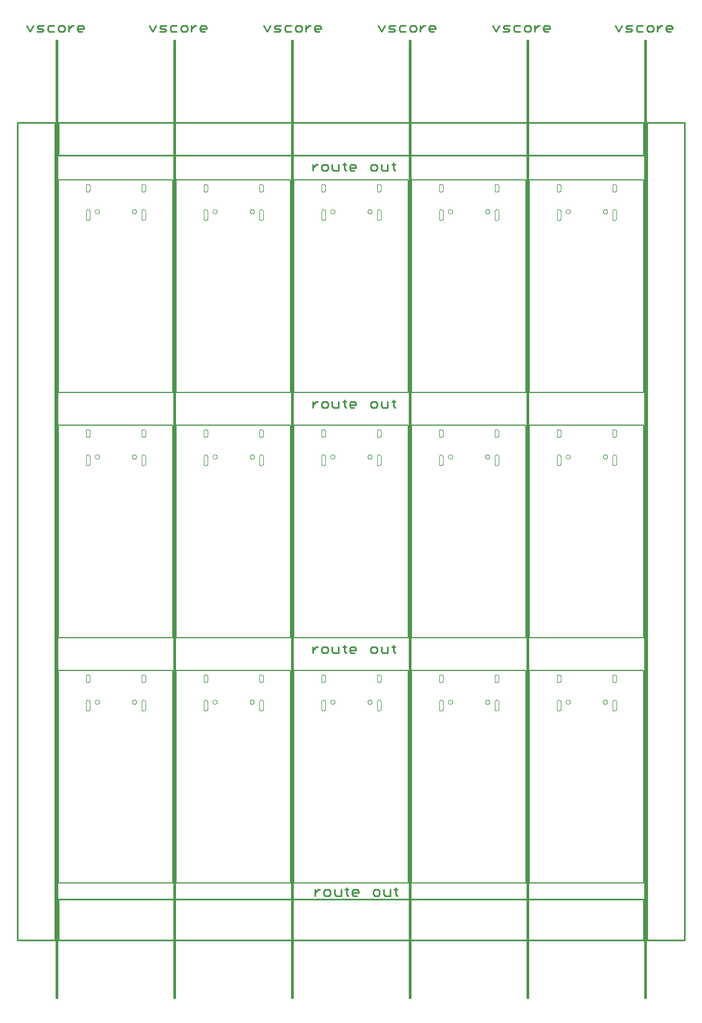
<source format=gko>
G75*
%MOIN*%
%OFA0B0*%
%FSLAX25Y25*%
%IPPOS*%
%LPD*%
%AMOC8*
5,1,8,0,0,1.08239X$1,22.5*
%
%ADD10C,0.00600*%
%ADD11C,0.01000*%
%ADD12C,0.01500*%
%ADD13C,0.01100*%
%ADD14C,0.00000*%
%ADD15C,0.00039*%
D10*
X0026500Y0071750D02*
X0096500Y0071750D01*
X0096500Y0201750D01*
X0026500Y0201750D01*
X0026500Y0071750D01*
X0098500Y0071750D02*
X0168500Y0071750D01*
X0168500Y0201750D01*
X0098500Y0201750D01*
X0098500Y0071750D01*
X0170500Y0071750D02*
X0240500Y0071750D01*
X0240500Y0201750D01*
X0170500Y0201750D01*
X0170500Y0071750D01*
X0242500Y0071750D02*
X0312500Y0071750D01*
X0312500Y0201750D01*
X0242500Y0201750D01*
X0242500Y0071750D01*
X0314500Y0071750D02*
X0384500Y0071750D01*
X0384500Y0201750D01*
X0314500Y0201750D01*
X0314500Y0071750D01*
X0314500Y0221750D02*
X0384500Y0221750D01*
X0384500Y0351750D01*
X0314500Y0351750D01*
X0314500Y0221750D01*
X0312500Y0221750D02*
X0312500Y0351750D01*
X0242500Y0351750D01*
X0242500Y0221750D01*
X0312500Y0221750D01*
X0240500Y0221750D02*
X0240500Y0351750D01*
X0170500Y0351750D01*
X0170500Y0221750D01*
X0240500Y0221750D01*
X0168500Y0221750D02*
X0168500Y0351750D01*
X0098500Y0351750D01*
X0098500Y0221750D01*
X0168500Y0221750D01*
X0096500Y0221750D02*
X0096500Y0351750D01*
X0026500Y0351750D01*
X0026500Y0221750D01*
X0096500Y0221750D01*
X0096500Y0371750D02*
X0026500Y0371750D01*
X0026500Y0501750D01*
X0096500Y0501750D01*
X0096500Y0371750D01*
X0098500Y0371750D02*
X0168500Y0371750D01*
X0168500Y0501750D01*
X0098500Y0501750D01*
X0098500Y0371750D01*
X0170500Y0371750D02*
X0240500Y0371750D01*
X0240500Y0501750D01*
X0170500Y0501750D01*
X0170500Y0371750D01*
X0242500Y0371750D02*
X0312500Y0371750D01*
X0312500Y0501750D01*
X0242500Y0501750D01*
X0242500Y0371750D01*
X0314500Y0371750D02*
X0384500Y0371750D01*
X0384500Y0501750D01*
X0314500Y0501750D01*
X0314500Y0371750D01*
D11*
X0384500Y0516750D02*
X0026500Y0516750D01*
X0026500Y0536750D01*
X0384500Y0536750D01*
X0384500Y0516750D01*
X0386500Y0536750D02*
X0386500Y0036750D01*
X0409500Y0036750D01*
X0409500Y0536750D01*
X0386500Y0536750D01*
X0384500Y0061750D02*
X0026500Y0061750D01*
X0026500Y0036750D01*
X0384500Y0036750D01*
X0384500Y0061750D01*
X0024500Y0036750D02*
X0001500Y0036750D01*
X0001500Y0536750D01*
X0024500Y0536750D01*
X0024500Y0036750D01*
D12*
X0025500Y0001750D02*
X0025500Y0586750D01*
X0097500Y0586750D02*
X0097500Y0001750D01*
X0169500Y0001750D02*
X0169500Y0586750D01*
X0241500Y0586750D02*
X0241500Y0001750D01*
X0313500Y0001750D02*
X0313500Y0586750D01*
X0385500Y0586750D02*
X0385500Y0001750D01*
D13*
X0233860Y0063800D02*
X0232875Y0064784D01*
X0232875Y0068721D01*
X0231891Y0067737D02*
X0233860Y0067737D01*
X0229382Y0067737D02*
X0229382Y0063800D01*
X0226430Y0063800D01*
X0225446Y0064784D01*
X0225446Y0067737D01*
X0222937Y0066753D02*
X0221953Y0067737D01*
X0219984Y0067737D01*
X0219000Y0066753D01*
X0219000Y0064784D01*
X0219984Y0063800D01*
X0221953Y0063800D01*
X0222937Y0064784D01*
X0222937Y0066753D01*
X0210046Y0066753D02*
X0210046Y0065768D01*
X0206109Y0065768D01*
X0206109Y0064784D02*
X0206109Y0066753D01*
X0207093Y0067737D01*
X0209062Y0067737D01*
X0210046Y0066753D01*
X0209062Y0063800D02*
X0207093Y0063800D01*
X0206109Y0064784D01*
X0203781Y0063800D02*
X0202796Y0064784D01*
X0202796Y0068721D01*
X0201812Y0067737D02*
X0203781Y0067737D01*
X0199303Y0067737D02*
X0199303Y0063800D01*
X0196351Y0063800D01*
X0195367Y0064784D01*
X0195367Y0067737D01*
X0192858Y0066753D02*
X0192858Y0064784D01*
X0191874Y0063800D01*
X0189905Y0063800D01*
X0188921Y0064784D01*
X0188921Y0066753D01*
X0189905Y0067737D01*
X0191874Y0067737D01*
X0192858Y0066753D01*
X0186503Y0067737D02*
X0185518Y0067737D01*
X0183550Y0065768D01*
X0183550Y0063800D02*
X0183550Y0067737D01*
X0182050Y0212300D02*
X0182050Y0216237D01*
X0184018Y0216237D02*
X0185003Y0216237D01*
X0184018Y0216237D02*
X0182050Y0214268D01*
X0187421Y0213284D02*
X0188405Y0212300D01*
X0190374Y0212300D01*
X0191358Y0213284D01*
X0191358Y0215253D01*
X0190374Y0216237D01*
X0188405Y0216237D01*
X0187421Y0215253D01*
X0187421Y0213284D01*
X0193867Y0213284D02*
X0194851Y0212300D01*
X0197803Y0212300D01*
X0197803Y0216237D01*
X0200312Y0216237D02*
X0202281Y0216237D01*
X0201296Y0217221D02*
X0201296Y0213284D01*
X0202281Y0212300D01*
X0204609Y0213284D02*
X0204609Y0215253D01*
X0205593Y0216237D01*
X0207562Y0216237D01*
X0208546Y0215253D01*
X0208546Y0214268D01*
X0204609Y0214268D01*
X0204609Y0213284D02*
X0205593Y0212300D01*
X0207562Y0212300D01*
X0217500Y0213284D02*
X0218484Y0212300D01*
X0220453Y0212300D01*
X0221437Y0213284D01*
X0221437Y0215253D01*
X0220453Y0216237D01*
X0218484Y0216237D01*
X0217500Y0215253D01*
X0217500Y0213284D01*
X0223946Y0213284D02*
X0224930Y0212300D01*
X0227882Y0212300D01*
X0227882Y0216237D01*
X0230391Y0216237D02*
X0232360Y0216237D01*
X0231375Y0217221D02*
X0231375Y0213284D01*
X0232360Y0212300D01*
X0223946Y0213284D02*
X0223946Y0216237D01*
X0193867Y0216237D02*
X0193867Y0213284D01*
X0194851Y0362300D02*
X0197803Y0362300D01*
X0197803Y0366237D01*
X0200312Y0366237D02*
X0202281Y0366237D01*
X0201296Y0367221D02*
X0201296Y0363284D01*
X0202281Y0362300D01*
X0204609Y0363284D02*
X0204609Y0365253D01*
X0205593Y0366237D01*
X0207562Y0366237D01*
X0208546Y0365253D01*
X0208546Y0364268D01*
X0204609Y0364268D01*
X0204609Y0363284D02*
X0205593Y0362300D01*
X0207562Y0362300D01*
X0217500Y0363284D02*
X0218484Y0362300D01*
X0220453Y0362300D01*
X0221437Y0363284D01*
X0221437Y0365253D01*
X0220453Y0366237D01*
X0218484Y0366237D01*
X0217500Y0365253D01*
X0217500Y0363284D01*
X0223946Y0363284D02*
X0224930Y0362300D01*
X0227882Y0362300D01*
X0227882Y0366237D01*
X0230391Y0366237D02*
X0232360Y0366237D01*
X0231375Y0367221D02*
X0231375Y0363284D01*
X0232360Y0362300D01*
X0223946Y0363284D02*
X0223946Y0366237D01*
X0194851Y0362300D02*
X0193867Y0363284D01*
X0193867Y0366237D01*
X0191358Y0365253D02*
X0190374Y0366237D01*
X0188405Y0366237D01*
X0187421Y0365253D01*
X0187421Y0363284D01*
X0188405Y0362300D01*
X0190374Y0362300D01*
X0191358Y0363284D01*
X0191358Y0365253D01*
X0185003Y0366237D02*
X0184018Y0366237D01*
X0182050Y0364268D01*
X0182050Y0362300D02*
X0182050Y0366237D01*
X0182050Y0507300D02*
X0182050Y0511237D01*
X0184018Y0511237D02*
X0185003Y0511237D01*
X0184018Y0511237D02*
X0182050Y0509268D01*
X0187421Y0508284D02*
X0188405Y0507300D01*
X0190374Y0507300D01*
X0191358Y0508284D01*
X0191358Y0510253D01*
X0190374Y0511237D01*
X0188405Y0511237D01*
X0187421Y0510253D01*
X0187421Y0508284D01*
X0193867Y0508284D02*
X0194851Y0507300D01*
X0197803Y0507300D01*
X0197803Y0511237D01*
X0200312Y0511237D02*
X0202281Y0511237D01*
X0201296Y0512221D02*
X0201296Y0508284D01*
X0202281Y0507300D01*
X0204609Y0508284D02*
X0204609Y0510253D01*
X0205593Y0511237D01*
X0207562Y0511237D01*
X0208546Y0510253D01*
X0208546Y0509268D01*
X0204609Y0509268D01*
X0204609Y0508284D02*
X0205593Y0507300D01*
X0207562Y0507300D01*
X0217500Y0508284D02*
X0218484Y0507300D01*
X0220453Y0507300D01*
X0221437Y0508284D01*
X0221437Y0510253D01*
X0220453Y0511237D01*
X0218484Y0511237D01*
X0217500Y0510253D01*
X0217500Y0508284D01*
X0223946Y0508284D02*
X0224930Y0507300D01*
X0227882Y0507300D01*
X0227882Y0511237D01*
X0230391Y0511237D02*
X0232360Y0511237D01*
X0231375Y0512221D02*
X0231375Y0508284D01*
X0232360Y0507300D01*
X0223946Y0508284D02*
X0223946Y0511237D01*
X0193867Y0511237D02*
X0193867Y0508284D01*
X0186156Y0592300D02*
X0184187Y0592300D01*
X0183203Y0593284D01*
X0183203Y0595253D01*
X0184187Y0596237D01*
X0186156Y0596237D01*
X0187140Y0595253D01*
X0187140Y0594268D01*
X0183203Y0594268D01*
X0180785Y0596237D02*
X0179800Y0596237D01*
X0177832Y0594268D01*
X0177832Y0592300D02*
X0177832Y0596237D01*
X0175323Y0595253D02*
X0174339Y0596237D01*
X0172371Y0596237D01*
X0171386Y0595253D01*
X0171386Y0593284D01*
X0172371Y0592300D01*
X0174339Y0592300D01*
X0175323Y0593284D01*
X0175323Y0595253D01*
X0168878Y0596237D02*
X0165925Y0596237D01*
X0164941Y0595253D01*
X0164941Y0593284D01*
X0165925Y0592300D01*
X0168878Y0592300D01*
X0162432Y0593284D02*
X0161448Y0594268D01*
X0159480Y0594268D01*
X0158495Y0595253D01*
X0159480Y0596237D01*
X0162432Y0596237D01*
X0162432Y0593284D02*
X0161448Y0592300D01*
X0158495Y0592300D01*
X0154018Y0592300D02*
X0155987Y0596237D01*
X0152050Y0596237D02*
X0154018Y0592300D01*
X0117140Y0594268D02*
X0113203Y0594268D01*
X0113203Y0593284D02*
X0113203Y0595253D01*
X0114187Y0596237D01*
X0116156Y0596237D01*
X0117140Y0595253D01*
X0117140Y0594268D01*
X0116156Y0592300D02*
X0114187Y0592300D01*
X0113203Y0593284D01*
X0110785Y0596237D02*
X0109800Y0596237D01*
X0107832Y0594268D01*
X0107832Y0592300D02*
X0107832Y0596237D01*
X0105323Y0595253D02*
X0104339Y0596237D01*
X0102371Y0596237D01*
X0101386Y0595253D01*
X0101386Y0593284D01*
X0102371Y0592300D01*
X0104339Y0592300D01*
X0105323Y0593284D01*
X0105323Y0595253D01*
X0098878Y0596237D02*
X0095925Y0596237D01*
X0094941Y0595253D01*
X0094941Y0593284D01*
X0095925Y0592300D01*
X0098878Y0592300D01*
X0092432Y0593284D02*
X0091448Y0594268D01*
X0089480Y0594268D01*
X0088495Y0595253D01*
X0089480Y0596237D01*
X0092432Y0596237D01*
X0092432Y0593284D02*
X0091448Y0592300D01*
X0088495Y0592300D01*
X0084018Y0592300D02*
X0085987Y0596237D01*
X0082050Y0596237D02*
X0084018Y0592300D01*
X0042140Y0594268D02*
X0038203Y0594268D01*
X0038203Y0593284D02*
X0038203Y0595253D01*
X0039187Y0596237D01*
X0041156Y0596237D01*
X0042140Y0595253D01*
X0042140Y0594268D01*
X0041156Y0592300D02*
X0039187Y0592300D01*
X0038203Y0593284D01*
X0035785Y0596237D02*
X0034800Y0596237D01*
X0032832Y0594268D01*
X0032832Y0592300D02*
X0032832Y0596237D01*
X0030323Y0595253D02*
X0029339Y0596237D01*
X0027371Y0596237D01*
X0026386Y0595253D01*
X0026386Y0593284D01*
X0027371Y0592300D01*
X0029339Y0592300D01*
X0030323Y0593284D01*
X0030323Y0595253D01*
X0023878Y0596237D02*
X0020925Y0596237D01*
X0019941Y0595253D01*
X0019941Y0593284D01*
X0020925Y0592300D01*
X0023878Y0592300D01*
X0017432Y0593284D02*
X0016448Y0594268D01*
X0014480Y0594268D01*
X0013495Y0595253D01*
X0014480Y0596237D01*
X0017432Y0596237D01*
X0017432Y0593284D02*
X0016448Y0592300D01*
X0013495Y0592300D01*
X0009018Y0592300D02*
X0010987Y0596237D01*
X0007050Y0596237D02*
X0009018Y0592300D01*
X0222050Y0596237D02*
X0224018Y0592300D01*
X0225987Y0596237D01*
X0228495Y0595253D02*
X0229480Y0596237D01*
X0232432Y0596237D01*
X0231448Y0594268D02*
X0229480Y0594268D01*
X0228495Y0595253D01*
X0228495Y0592300D02*
X0231448Y0592300D01*
X0232432Y0593284D01*
X0231448Y0594268D01*
X0234941Y0593284D02*
X0235925Y0592300D01*
X0238878Y0592300D01*
X0241386Y0593284D02*
X0242371Y0592300D01*
X0244339Y0592300D01*
X0245323Y0593284D01*
X0245323Y0595253D01*
X0244339Y0596237D01*
X0242371Y0596237D01*
X0241386Y0595253D01*
X0241386Y0593284D01*
X0238878Y0596237D02*
X0235925Y0596237D01*
X0234941Y0595253D01*
X0234941Y0593284D01*
X0247832Y0592300D02*
X0247832Y0596237D01*
X0249800Y0596237D02*
X0250785Y0596237D01*
X0249800Y0596237D02*
X0247832Y0594268D01*
X0253203Y0594268D02*
X0257140Y0594268D01*
X0257140Y0595253D01*
X0256156Y0596237D01*
X0254187Y0596237D01*
X0253203Y0595253D01*
X0253203Y0593284D01*
X0254187Y0592300D01*
X0256156Y0592300D01*
X0292050Y0596237D02*
X0294018Y0592300D01*
X0295987Y0596237D01*
X0298495Y0595253D02*
X0299480Y0596237D01*
X0302432Y0596237D01*
X0301448Y0594268D02*
X0299480Y0594268D01*
X0298495Y0595253D01*
X0298495Y0592300D02*
X0301448Y0592300D01*
X0302432Y0593284D01*
X0301448Y0594268D01*
X0304941Y0593284D02*
X0305925Y0592300D01*
X0308878Y0592300D01*
X0311386Y0593284D02*
X0312371Y0592300D01*
X0314339Y0592300D01*
X0315323Y0593284D01*
X0315323Y0595253D01*
X0314339Y0596237D01*
X0312371Y0596237D01*
X0311386Y0595253D01*
X0311386Y0593284D01*
X0308878Y0596237D02*
X0305925Y0596237D01*
X0304941Y0595253D01*
X0304941Y0593284D01*
X0317832Y0592300D02*
X0317832Y0596237D01*
X0319800Y0596237D02*
X0320785Y0596237D01*
X0319800Y0596237D02*
X0317832Y0594268D01*
X0323203Y0594268D02*
X0327140Y0594268D01*
X0327140Y0595253D01*
X0326156Y0596237D01*
X0324187Y0596237D01*
X0323203Y0595253D01*
X0323203Y0593284D01*
X0324187Y0592300D01*
X0326156Y0592300D01*
X0367050Y0596237D02*
X0369018Y0592300D01*
X0370987Y0596237D01*
X0373495Y0595253D02*
X0374480Y0596237D01*
X0377432Y0596237D01*
X0376448Y0594268D02*
X0374480Y0594268D01*
X0373495Y0595253D01*
X0373495Y0592300D02*
X0376448Y0592300D01*
X0377432Y0593284D01*
X0376448Y0594268D01*
X0379941Y0593284D02*
X0380925Y0592300D01*
X0383878Y0592300D01*
X0386386Y0593284D02*
X0387371Y0592300D01*
X0389339Y0592300D01*
X0390323Y0593284D01*
X0390323Y0595253D01*
X0389339Y0596237D01*
X0387371Y0596237D01*
X0386386Y0595253D01*
X0386386Y0593284D01*
X0383878Y0596237D02*
X0380925Y0596237D01*
X0379941Y0595253D01*
X0379941Y0593284D01*
X0392832Y0592300D02*
X0392832Y0596237D01*
X0394800Y0596237D02*
X0392832Y0594268D01*
X0394800Y0596237D02*
X0395785Y0596237D01*
X0398203Y0595253D02*
X0399187Y0596237D01*
X0401156Y0596237D01*
X0402140Y0595253D01*
X0402140Y0594268D01*
X0398203Y0594268D01*
X0398203Y0593284D02*
X0398203Y0595253D01*
X0398203Y0593284D02*
X0399187Y0592300D01*
X0401156Y0592300D01*
D14*
X0359598Y0482439D02*
X0359600Y0482510D01*
X0359606Y0482581D01*
X0359616Y0482652D01*
X0359630Y0482721D01*
X0359647Y0482790D01*
X0359669Y0482858D01*
X0359694Y0482925D01*
X0359723Y0482990D01*
X0359755Y0483053D01*
X0359791Y0483115D01*
X0359830Y0483174D01*
X0359873Y0483231D01*
X0359918Y0483286D01*
X0359967Y0483338D01*
X0360018Y0483387D01*
X0360072Y0483433D01*
X0360129Y0483477D01*
X0360187Y0483517D01*
X0360248Y0483553D01*
X0360311Y0483587D01*
X0360376Y0483616D01*
X0360442Y0483642D01*
X0360510Y0483665D01*
X0360578Y0483683D01*
X0360648Y0483698D01*
X0360718Y0483709D01*
X0360789Y0483716D01*
X0360860Y0483719D01*
X0360931Y0483718D01*
X0361002Y0483713D01*
X0361073Y0483704D01*
X0361143Y0483691D01*
X0361212Y0483675D01*
X0361280Y0483654D01*
X0361347Y0483630D01*
X0361413Y0483602D01*
X0361476Y0483570D01*
X0361538Y0483535D01*
X0361598Y0483497D01*
X0361656Y0483455D01*
X0361711Y0483411D01*
X0361764Y0483363D01*
X0361814Y0483312D01*
X0361861Y0483259D01*
X0361905Y0483203D01*
X0361946Y0483145D01*
X0361984Y0483084D01*
X0362018Y0483022D01*
X0362048Y0482957D01*
X0362075Y0482892D01*
X0362099Y0482824D01*
X0362118Y0482756D01*
X0362134Y0482687D01*
X0362146Y0482616D01*
X0362154Y0482546D01*
X0362158Y0482475D01*
X0362158Y0482403D01*
X0362154Y0482332D01*
X0362146Y0482262D01*
X0362134Y0482191D01*
X0362118Y0482122D01*
X0362099Y0482054D01*
X0362075Y0481986D01*
X0362048Y0481921D01*
X0362018Y0481856D01*
X0361984Y0481794D01*
X0361946Y0481733D01*
X0361905Y0481675D01*
X0361861Y0481619D01*
X0361814Y0481566D01*
X0361764Y0481515D01*
X0361711Y0481467D01*
X0361656Y0481423D01*
X0361598Y0481381D01*
X0361538Y0481343D01*
X0361476Y0481308D01*
X0361413Y0481276D01*
X0361347Y0481248D01*
X0361280Y0481224D01*
X0361212Y0481203D01*
X0361143Y0481187D01*
X0361073Y0481174D01*
X0361002Y0481165D01*
X0360931Y0481160D01*
X0360860Y0481159D01*
X0360789Y0481162D01*
X0360718Y0481169D01*
X0360648Y0481180D01*
X0360578Y0481195D01*
X0360510Y0481213D01*
X0360442Y0481236D01*
X0360376Y0481262D01*
X0360311Y0481291D01*
X0360248Y0481325D01*
X0360187Y0481361D01*
X0360129Y0481401D01*
X0360072Y0481445D01*
X0360018Y0481491D01*
X0359967Y0481540D01*
X0359918Y0481592D01*
X0359873Y0481647D01*
X0359830Y0481704D01*
X0359791Y0481763D01*
X0359755Y0481825D01*
X0359723Y0481888D01*
X0359694Y0481953D01*
X0359669Y0482020D01*
X0359647Y0482088D01*
X0359630Y0482157D01*
X0359616Y0482226D01*
X0359606Y0482297D01*
X0359600Y0482368D01*
X0359598Y0482439D01*
X0336842Y0482439D02*
X0336844Y0482510D01*
X0336850Y0482581D01*
X0336860Y0482652D01*
X0336874Y0482721D01*
X0336891Y0482790D01*
X0336913Y0482858D01*
X0336938Y0482925D01*
X0336967Y0482990D01*
X0336999Y0483053D01*
X0337035Y0483115D01*
X0337074Y0483174D01*
X0337117Y0483231D01*
X0337162Y0483286D01*
X0337211Y0483338D01*
X0337262Y0483387D01*
X0337316Y0483433D01*
X0337373Y0483477D01*
X0337431Y0483517D01*
X0337492Y0483553D01*
X0337555Y0483587D01*
X0337620Y0483616D01*
X0337686Y0483642D01*
X0337754Y0483665D01*
X0337822Y0483683D01*
X0337892Y0483698D01*
X0337962Y0483709D01*
X0338033Y0483716D01*
X0338104Y0483719D01*
X0338175Y0483718D01*
X0338246Y0483713D01*
X0338317Y0483704D01*
X0338387Y0483691D01*
X0338456Y0483675D01*
X0338524Y0483654D01*
X0338591Y0483630D01*
X0338657Y0483602D01*
X0338720Y0483570D01*
X0338782Y0483535D01*
X0338842Y0483497D01*
X0338900Y0483455D01*
X0338955Y0483411D01*
X0339008Y0483363D01*
X0339058Y0483312D01*
X0339105Y0483259D01*
X0339149Y0483203D01*
X0339190Y0483145D01*
X0339228Y0483084D01*
X0339262Y0483022D01*
X0339292Y0482957D01*
X0339319Y0482892D01*
X0339343Y0482824D01*
X0339362Y0482756D01*
X0339378Y0482687D01*
X0339390Y0482616D01*
X0339398Y0482546D01*
X0339402Y0482475D01*
X0339402Y0482403D01*
X0339398Y0482332D01*
X0339390Y0482262D01*
X0339378Y0482191D01*
X0339362Y0482122D01*
X0339343Y0482054D01*
X0339319Y0481986D01*
X0339292Y0481921D01*
X0339262Y0481856D01*
X0339228Y0481794D01*
X0339190Y0481733D01*
X0339149Y0481675D01*
X0339105Y0481619D01*
X0339058Y0481566D01*
X0339008Y0481515D01*
X0338955Y0481467D01*
X0338900Y0481423D01*
X0338842Y0481381D01*
X0338782Y0481343D01*
X0338720Y0481308D01*
X0338657Y0481276D01*
X0338591Y0481248D01*
X0338524Y0481224D01*
X0338456Y0481203D01*
X0338387Y0481187D01*
X0338317Y0481174D01*
X0338246Y0481165D01*
X0338175Y0481160D01*
X0338104Y0481159D01*
X0338033Y0481162D01*
X0337962Y0481169D01*
X0337892Y0481180D01*
X0337822Y0481195D01*
X0337754Y0481213D01*
X0337686Y0481236D01*
X0337620Y0481262D01*
X0337555Y0481291D01*
X0337492Y0481325D01*
X0337431Y0481361D01*
X0337373Y0481401D01*
X0337316Y0481445D01*
X0337262Y0481491D01*
X0337211Y0481540D01*
X0337162Y0481592D01*
X0337117Y0481647D01*
X0337074Y0481704D01*
X0337035Y0481763D01*
X0336999Y0481825D01*
X0336967Y0481888D01*
X0336938Y0481953D01*
X0336913Y0482020D01*
X0336891Y0482088D01*
X0336874Y0482157D01*
X0336860Y0482226D01*
X0336850Y0482297D01*
X0336844Y0482368D01*
X0336842Y0482439D01*
X0287598Y0482439D02*
X0287600Y0482510D01*
X0287606Y0482581D01*
X0287616Y0482652D01*
X0287630Y0482721D01*
X0287647Y0482790D01*
X0287669Y0482858D01*
X0287694Y0482925D01*
X0287723Y0482990D01*
X0287755Y0483053D01*
X0287791Y0483115D01*
X0287830Y0483174D01*
X0287873Y0483231D01*
X0287918Y0483286D01*
X0287967Y0483338D01*
X0288018Y0483387D01*
X0288072Y0483433D01*
X0288129Y0483477D01*
X0288187Y0483517D01*
X0288248Y0483553D01*
X0288311Y0483587D01*
X0288376Y0483616D01*
X0288442Y0483642D01*
X0288510Y0483665D01*
X0288578Y0483683D01*
X0288648Y0483698D01*
X0288718Y0483709D01*
X0288789Y0483716D01*
X0288860Y0483719D01*
X0288931Y0483718D01*
X0289002Y0483713D01*
X0289073Y0483704D01*
X0289143Y0483691D01*
X0289212Y0483675D01*
X0289280Y0483654D01*
X0289347Y0483630D01*
X0289413Y0483602D01*
X0289476Y0483570D01*
X0289538Y0483535D01*
X0289598Y0483497D01*
X0289656Y0483455D01*
X0289711Y0483411D01*
X0289764Y0483363D01*
X0289814Y0483312D01*
X0289861Y0483259D01*
X0289905Y0483203D01*
X0289946Y0483145D01*
X0289984Y0483084D01*
X0290018Y0483022D01*
X0290048Y0482957D01*
X0290075Y0482892D01*
X0290099Y0482824D01*
X0290118Y0482756D01*
X0290134Y0482687D01*
X0290146Y0482616D01*
X0290154Y0482546D01*
X0290158Y0482475D01*
X0290158Y0482403D01*
X0290154Y0482332D01*
X0290146Y0482262D01*
X0290134Y0482191D01*
X0290118Y0482122D01*
X0290099Y0482054D01*
X0290075Y0481986D01*
X0290048Y0481921D01*
X0290018Y0481856D01*
X0289984Y0481794D01*
X0289946Y0481733D01*
X0289905Y0481675D01*
X0289861Y0481619D01*
X0289814Y0481566D01*
X0289764Y0481515D01*
X0289711Y0481467D01*
X0289656Y0481423D01*
X0289598Y0481381D01*
X0289538Y0481343D01*
X0289476Y0481308D01*
X0289413Y0481276D01*
X0289347Y0481248D01*
X0289280Y0481224D01*
X0289212Y0481203D01*
X0289143Y0481187D01*
X0289073Y0481174D01*
X0289002Y0481165D01*
X0288931Y0481160D01*
X0288860Y0481159D01*
X0288789Y0481162D01*
X0288718Y0481169D01*
X0288648Y0481180D01*
X0288578Y0481195D01*
X0288510Y0481213D01*
X0288442Y0481236D01*
X0288376Y0481262D01*
X0288311Y0481291D01*
X0288248Y0481325D01*
X0288187Y0481361D01*
X0288129Y0481401D01*
X0288072Y0481445D01*
X0288018Y0481491D01*
X0287967Y0481540D01*
X0287918Y0481592D01*
X0287873Y0481647D01*
X0287830Y0481704D01*
X0287791Y0481763D01*
X0287755Y0481825D01*
X0287723Y0481888D01*
X0287694Y0481953D01*
X0287669Y0482020D01*
X0287647Y0482088D01*
X0287630Y0482157D01*
X0287616Y0482226D01*
X0287606Y0482297D01*
X0287600Y0482368D01*
X0287598Y0482439D01*
X0264842Y0482439D02*
X0264844Y0482510D01*
X0264850Y0482581D01*
X0264860Y0482652D01*
X0264874Y0482721D01*
X0264891Y0482790D01*
X0264913Y0482858D01*
X0264938Y0482925D01*
X0264967Y0482990D01*
X0264999Y0483053D01*
X0265035Y0483115D01*
X0265074Y0483174D01*
X0265117Y0483231D01*
X0265162Y0483286D01*
X0265211Y0483338D01*
X0265262Y0483387D01*
X0265316Y0483433D01*
X0265373Y0483477D01*
X0265431Y0483517D01*
X0265492Y0483553D01*
X0265555Y0483587D01*
X0265620Y0483616D01*
X0265686Y0483642D01*
X0265754Y0483665D01*
X0265822Y0483683D01*
X0265892Y0483698D01*
X0265962Y0483709D01*
X0266033Y0483716D01*
X0266104Y0483719D01*
X0266175Y0483718D01*
X0266246Y0483713D01*
X0266317Y0483704D01*
X0266387Y0483691D01*
X0266456Y0483675D01*
X0266524Y0483654D01*
X0266591Y0483630D01*
X0266657Y0483602D01*
X0266720Y0483570D01*
X0266782Y0483535D01*
X0266842Y0483497D01*
X0266900Y0483455D01*
X0266955Y0483411D01*
X0267008Y0483363D01*
X0267058Y0483312D01*
X0267105Y0483259D01*
X0267149Y0483203D01*
X0267190Y0483145D01*
X0267228Y0483084D01*
X0267262Y0483022D01*
X0267292Y0482957D01*
X0267319Y0482892D01*
X0267343Y0482824D01*
X0267362Y0482756D01*
X0267378Y0482687D01*
X0267390Y0482616D01*
X0267398Y0482546D01*
X0267402Y0482475D01*
X0267402Y0482403D01*
X0267398Y0482332D01*
X0267390Y0482262D01*
X0267378Y0482191D01*
X0267362Y0482122D01*
X0267343Y0482054D01*
X0267319Y0481986D01*
X0267292Y0481921D01*
X0267262Y0481856D01*
X0267228Y0481794D01*
X0267190Y0481733D01*
X0267149Y0481675D01*
X0267105Y0481619D01*
X0267058Y0481566D01*
X0267008Y0481515D01*
X0266955Y0481467D01*
X0266900Y0481423D01*
X0266842Y0481381D01*
X0266782Y0481343D01*
X0266720Y0481308D01*
X0266657Y0481276D01*
X0266591Y0481248D01*
X0266524Y0481224D01*
X0266456Y0481203D01*
X0266387Y0481187D01*
X0266317Y0481174D01*
X0266246Y0481165D01*
X0266175Y0481160D01*
X0266104Y0481159D01*
X0266033Y0481162D01*
X0265962Y0481169D01*
X0265892Y0481180D01*
X0265822Y0481195D01*
X0265754Y0481213D01*
X0265686Y0481236D01*
X0265620Y0481262D01*
X0265555Y0481291D01*
X0265492Y0481325D01*
X0265431Y0481361D01*
X0265373Y0481401D01*
X0265316Y0481445D01*
X0265262Y0481491D01*
X0265211Y0481540D01*
X0265162Y0481592D01*
X0265117Y0481647D01*
X0265074Y0481704D01*
X0265035Y0481763D01*
X0264999Y0481825D01*
X0264967Y0481888D01*
X0264938Y0481953D01*
X0264913Y0482020D01*
X0264891Y0482088D01*
X0264874Y0482157D01*
X0264860Y0482226D01*
X0264850Y0482297D01*
X0264844Y0482368D01*
X0264842Y0482439D01*
X0215598Y0482439D02*
X0215600Y0482510D01*
X0215606Y0482581D01*
X0215616Y0482652D01*
X0215630Y0482721D01*
X0215647Y0482790D01*
X0215669Y0482858D01*
X0215694Y0482925D01*
X0215723Y0482990D01*
X0215755Y0483053D01*
X0215791Y0483115D01*
X0215830Y0483174D01*
X0215873Y0483231D01*
X0215918Y0483286D01*
X0215967Y0483338D01*
X0216018Y0483387D01*
X0216072Y0483433D01*
X0216129Y0483477D01*
X0216187Y0483517D01*
X0216248Y0483553D01*
X0216311Y0483587D01*
X0216376Y0483616D01*
X0216442Y0483642D01*
X0216510Y0483665D01*
X0216578Y0483683D01*
X0216648Y0483698D01*
X0216718Y0483709D01*
X0216789Y0483716D01*
X0216860Y0483719D01*
X0216931Y0483718D01*
X0217002Y0483713D01*
X0217073Y0483704D01*
X0217143Y0483691D01*
X0217212Y0483675D01*
X0217280Y0483654D01*
X0217347Y0483630D01*
X0217413Y0483602D01*
X0217476Y0483570D01*
X0217538Y0483535D01*
X0217598Y0483497D01*
X0217656Y0483455D01*
X0217711Y0483411D01*
X0217764Y0483363D01*
X0217814Y0483312D01*
X0217861Y0483259D01*
X0217905Y0483203D01*
X0217946Y0483145D01*
X0217984Y0483084D01*
X0218018Y0483022D01*
X0218048Y0482957D01*
X0218075Y0482892D01*
X0218099Y0482824D01*
X0218118Y0482756D01*
X0218134Y0482687D01*
X0218146Y0482616D01*
X0218154Y0482546D01*
X0218158Y0482475D01*
X0218158Y0482403D01*
X0218154Y0482332D01*
X0218146Y0482262D01*
X0218134Y0482191D01*
X0218118Y0482122D01*
X0218099Y0482054D01*
X0218075Y0481986D01*
X0218048Y0481921D01*
X0218018Y0481856D01*
X0217984Y0481794D01*
X0217946Y0481733D01*
X0217905Y0481675D01*
X0217861Y0481619D01*
X0217814Y0481566D01*
X0217764Y0481515D01*
X0217711Y0481467D01*
X0217656Y0481423D01*
X0217598Y0481381D01*
X0217538Y0481343D01*
X0217476Y0481308D01*
X0217413Y0481276D01*
X0217347Y0481248D01*
X0217280Y0481224D01*
X0217212Y0481203D01*
X0217143Y0481187D01*
X0217073Y0481174D01*
X0217002Y0481165D01*
X0216931Y0481160D01*
X0216860Y0481159D01*
X0216789Y0481162D01*
X0216718Y0481169D01*
X0216648Y0481180D01*
X0216578Y0481195D01*
X0216510Y0481213D01*
X0216442Y0481236D01*
X0216376Y0481262D01*
X0216311Y0481291D01*
X0216248Y0481325D01*
X0216187Y0481361D01*
X0216129Y0481401D01*
X0216072Y0481445D01*
X0216018Y0481491D01*
X0215967Y0481540D01*
X0215918Y0481592D01*
X0215873Y0481647D01*
X0215830Y0481704D01*
X0215791Y0481763D01*
X0215755Y0481825D01*
X0215723Y0481888D01*
X0215694Y0481953D01*
X0215669Y0482020D01*
X0215647Y0482088D01*
X0215630Y0482157D01*
X0215616Y0482226D01*
X0215606Y0482297D01*
X0215600Y0482368D01*
X0215598Y0482439D01*
X0192842Y0482439D02*
X0192844Y0482510D01*
X0192850Y0482581D01*
X0192860Y0482652D01*
X0192874Y0482721D01*
X0192891Y0482790D01*
X0192913Y0482858D01*
X0192938Y0482925D01*
X0192967Y0482990D01*
X0192999Y0483053D01*
X0193035Y0483115D01*
X0193074Y0483174D01*
X0193117Y0483231D01*
X0193162Y0483286D01*
X0193211Y0483338D01*
X0193262Y0483387D01*
X0193316Y0483433D01*
X0193373Y0483477D01*
X0193431Y0483517D01*
X0193492Y0483553D01*
X0193555Y0483587D01*
X0193620Y0483616D01*
X0193686Y0483642D01*
X0193754Y0483665D01*
X0193822Y0483683D01*
X0193892Y0483698D01*
X0193962Y0483709D01*
X0194033Y0483716D01*
X0194104Y0483719D01*
X0194175Y0483718D01*
X0194246Y0483713D01*
X0194317Y0483704D01*
X0194387Y0483691D01*
X0194456Y0483675D01*
X0194524Y0483654D01*
X0194591Y0483630D01*
X0194657Y0483602D01*
X0194720Y0483570D01*
X0194782Y0483535D01*
X0194842Y0483497D01*
X0194900Y0483455D01*
X0194955Y0483411D01*
X0195008Y0483363D01*
X0195058Y0483312D01*
X0195105Y0483259D01*
X0195149Y0483203D01*
X0195190Y0483145D01*
X0195228Y0483084D01*
X0195262Y0483022D01*
X0195292Y0482957D01*
X0195319Y0482892D01*
X0195343Y0482824D01*
X0195362Y0482756D01*
X0195378Y0482687D01*
X0195390Y0482616D01*
X0195398Y0482546D01*
X0195402Y0482475D01*
X0195402Y0482403D01*
X0195398Y0482332D01*
X0195390Y0482262D01*
X0195378Y0482191D01*
X0195362Y0482122D01*
X0195343Y0482054D01*
X0195319Y0481986D01*
X0195292Y0481921D01*
X0195262Y0481856D01*
X0195228Y0481794D01*
X0195190Y0481733D01*
X0195149Y0481675D01*
X0195105Y0481619D01*
X0195058Y0481566D01*
X0195008Y0481515D01*
X0194955Y0481467D01*
X0194900Y0481423D01*
X0194842Y0481381D01*
X0194782Y0481343D01*
X0194720Y0481308D01*
X0194657Y0481276D01*
X0194591Y0481248D01*
X0194524Y0481224D01*
X0194456Y0481203D01*
X0194387Y0481187D01*
X0194317Y0481174D01*
X0194246Y0481165D01*
X0194175Y0481160D01*
X0194104Y0481159D01*
X0194033Y0481162D01*
X0193962Y0481169D01*
X0193892Y0481180D01*
X0193822Y0481195D01*
X0193754Y0481213D01*
X0193686Y0481236D01*
X0193620Y0481262D01*
X0193555Y0481291D01*
X0193492Y0481325D01*
X0193431Y0481361D01*
X0193373Y0481401D01*
X0193316Y0481445D01*
X0193262Y0481491D01*
X0193211Y0481540D01*
X0193162Y0481592D01*
X0193117Y0481647D01*
X0193074Y0481704D01*
X0193035Y0481763D01*
X0192999Y0481825D01*
X0192967Y0481888D01*
X0192938Y0481953D01*
X0192913Y0482020D01*
X0192891Y0482088D01*
X0192874Y0482157D01*
X0192860Y0482226D01*
X0192850Y0482297D01*
X0192844Y0482368D01*
X0192842Y0482439D01*
X0143598Y0482439D02*
X0143600Y0482510D01*
X0143606Y0482581D01*
X0143616Y0482652D01*
X0143630Y0482721D01*
X0143647Y0482790D01*
X0143669Y0482858D01*
X0143694Y0482925D01*
X0143723Y0482990D01*
X0143755Y0483053D01*
X0143791Y0483115D01*
X0143830Y0483174D01*
X0143873Y0483231D01*
X0143918Y0483286D01*
X0143967Y0483338D01*
X0144018Y0483387D01*
X0144072Y0483433D01*
X0144129Y0483477D01*
X0144187Y0483517D01*
X0144248Y0483553D01*
X0144311Y0483587D01*
X0144376Y0483616D01*
X0144442Y0483642D01*
X0144510Y0483665D01*
X0144578Y0483683D01*
X0144648Y0483698D01*
X0144718Y0483709D01*
X0144789Y0483716D01*
X0144860Y0483719D01*
X0144931Y0483718D01*
X0145002Y0483713D01*
X0145073Y0483704D01*
X0145143Y0483691D01*
X0145212Y0483675D01*
X0145280Y0483654D01*
X0145347Y0483630D01*
X0145413Y0483602D01*
X0145476Y0483570D01*
X0145538Y0483535D01*
X0145598Y0483497D01*
X0145656Y0483455D01*
X0145711Y0483411D01*
X0145764Y0483363D01*
X0145814Y0483312D01*
X0145861Y0483259D01*
X0145905Y0483203D01*
X0145946Y0483145D01*
X0145984Y0483084D01*
X0146018Y0483022D01*
X0146048Y0482957D01*
X0146075Y0482892D01*
X0146099Y0482824D01*
X0146118Y0482756D01*
X0146134Y0482687D01*
X0146146Y0482616D01*
X0146154Y0482546D01*
X0146158Y0482475D01*
X0146158Y0482403D01*
X0146154Y0482332D01*
X0146146Y0482262D01*
X0146134Y0482191D01*
X0146118Y0482122D01*
X0146099Y0482054D01*
X0146075Y0481986D01*
X0146048Y0481921D01*
X0146018Y0481856D01*
X0145984Y0481794D01*
X0145946Y0481733D01*
X0145905Y0481675D01*
X0145861Y0481619D01*
X0145814Y0481566D01*
X0145764Y0481515D01*
X0145711Y0481467D01*
X0145656Y0481423D01*
X0145598Y0481381D01*
X0145538Y0481343D01*
X0145476Y0481308D01*
X0145413Y0481276D01*
X0145347Y0481248D01*
X0145280Y0481224D01*
X0145212Y0481203D01*
X0145143Y0481187D01*
X0145073Y0481174D01*
X0145002Y0481165D01*
X0144931Y0481160D01*
X0144860Y0481159D01*
X0144789Y0481162D01*
X0144718Y0481169D01*
X0144648Y0481180D01*
X0144578Y0481195D01*
X0144510Y0481213D01*
X0144442Y0481236D01*
X0144376Y0481262D01*
X0144311Y0481291D01*
X0144248Y0481325D01*
X0144187Y0481361D01*
X0144129Y0481401D01*
X0144072Y0481445D01*
X0144018Y0481491D01*
X0143967Y0481540D01*
X0143918Y0481592D01*
X0143873Y0481647D01*
X0143830Y0481704D01*
X0143791Y0481763D01*
X0143755Y0481825D01*
X0143723Y0481888D01*
X0143694Y0481953D01*
X0143669Y0482020D01*
X0143647Y0482088D01*
X0143630Y0482157D01*
X0143616Y0482226D01*
X0143606Y0482297D01*
X0143600Y0482368D01*
X0143598Y0482439D01*
X0120842Y0482439D02*
X0120844Y0482510D01*
X0120850Y0482581D01*
X0120860Y0482652D01*
X0120874Y0482721D01*
X0120891Y0482790D01*
X0120913Y0482858D01*
X0120938Y0482925D01*
X0120967Y0482990D01*
X0120999Y0483053D01*
X0121035Y0483115D01*
X0121074Y0483174D01*
X0121117Y0483231D01*
X0121162Y0483286D01*
X0121211Y0483338D01*
X0121262Y0483387D01*
X0121316Y0483433D01*
X0121373Y0483477D01*
X0121431Y0483517D01*
X0121492Y0483553D01*
X0121555Y0483587D01*
X0121620Y0483616D01*
X0121686Y0483642D01*
X0121754Y0483665D01*
X0121822Y0483683D01*
X0121892Y0483698D01*
X0121962Y0483709D01*
X0122033Y0483716D01*
X0122104Y0483719D01*
X0122175Y0483718D01*
X0122246Y0483713D01*
X0122317Y0483704D01*
X0122387Y0483691D01*
X0122456Y0483675D01*
X0122524Y0483654D01*
X0122591Y0483630D01*
X0122657Y0483602D01*
X0122720Y0483570D01*
X0122782Y0483535D01*
X0122842Y0483497D01*
X0122900Y0483455D01*
X0122955Y0483411D01*
X0123008Y0483363D01*
X0123058Y0483312D01*
X0123105Y0483259D01*
X0123149Y0483203D01*
X0123190Y0483145D01*
X0123228Y0483084D01*
X0123262Y0483022D01*
X0123292Y0482957D01*
X0123319Y0482892D01*
X0123343Y0482824D01*
X0123362Y0482756D01*
X0123378Y0482687D01*
X0123390Y0482616D01*
X0123398Y0482546D01*
X0123402Y0482475D01*
X0123402Y0482403D01*
X0123398Y0482332D01*
X0123390Y0482262D01*
X0123378Y0482191D01*
X0123362Y0482122D01*
X0123343Y0482054D01*
X0123319Y0481986D01*
X0123292Y0481921D01*
X0123262Y0481856D01*
X0123228Y0481794D01*
X0123190Y0481733D01*
X0123149Y0481675D01*
X0123105Y0481619D01*
X0123058Y0481566D01*
X0123008Y0481515D01*
X0122955Y0481467D01*
X0122900Y0481423D01*
X0122842Y0481381D01*
X0122782Y0481343D01*
X0122720Y0481308D01*
X0122657Y0481276D01*
X0122591Y0481248D01*
X0122524Y0481224D01*
X0122456Y0481203D01*
X0122387Y0481187D01*
X0122317Y0481174D01*
X0122246Y0481165D01*
X0122175Y0481160D01*
X0122104Y0481159D01*
X0122033Y0481162D01*
X0121962Y0481169D01*
X0121892Y0481180D01*
X0121822Y0481195D01*
X0121754Y0481213D01*
X0121686Y0481236D01*
X0121620Y0481262D01*
X0121555Y0481291D01*
X0121492Y0481325D01*
X0121431Y0481361D01*
X0121373Y0481401D01*
X0121316Y0481445D01*
X0121262Y0481491D01*
X0121211Y0481540D01*
X0121162Y0481592D01*
X0121117Y0481647D01*
X0121074Y0481704D01*
X0121035Y0481763D01*
X0120999Y0481825D01*
X0120967Y0481888D01*
X0120938Y0481953D01*
X0120913Y0482020D01*
X0120891Y0482088D01*
X0120874Y0482157D01*
X0120860Y0482226D01*
X0120850Y0482297D01*
X0120844Y0482368D01*
X0120842Y0482439D01*
X0071598Y0482439D02*
X0071600Y0482510D01*
X0071606Y0482581D01*
X0071616Y0482652D01*
X0071630Y0482721D01*
X0071647Y0482790D01*
X0071669Y0482858D01*
X0071694Y0482925D01*
X0071723Y0482990D01*
X0071755Y0483053D01*
X0071791Y0483115D01*
X0071830Y0483174D01*
X0071873Y0483231D01*
X0071918Y0483286D01*
X0071967Y0483338D01*
X0072018Y0483387D01*
X0072072Y0483433D01*
X0072129Y0483477D01*
X0072187Y0483517D01*
X0072248Y0483553D01*
X0072311Y0483587D01*
X0072376Y0483616D01*
X0072442Y0483642D01*
X0072510Y0483665D01*
X0072578Y0483683D01*
X0072648Y0483698D01*
X0072718Y0483709D01*
X0072789Y0483716D01*
X0072860Y0483719D01*
X0072931Y0483718D01*
X0073002Y0483713D01*
X0073073Y0483704D01*
X0073143Y0483691D01*
X0073212Y0483675D01*
X0073280Y0483654D01*
X0073347Y0483630D01*
X0073413Y0483602D01*
X0073476Y0483570D01*
X0073538Y0483535D01*
X0073598Y0483497D01*
X0073656Y0483455D01*
X0073711Y0483411D01*
X0073764Y0483363D01*
X0073814Y0483312D01*
X0073861Y0483259D01*
X0073905Y0483203D01*
X0073946Y0483145D01*
X0073984Y0483084D01*
X0074018Y0483022D01*
X0074048Y0482957D01*
X0074075Y0482892D01*
X0074099Y0482824D01*
X0074118Y0482756D01*
X0074134Y0482687D01*
X0074146Y0482616D01*
X0074154Y0482546D01*
X0074158Y0482475D01*
X0074158Y0482403D01*
X0074154Y0482332D01*
X0074146Y0482262D01*
X0074134Y0482191D01*
X0074118Y0482122D01*
X0074099Y0482054D01*
X0074075Y0481986D01*
X0074048Y0481921D01*
X0074018Y0481856D01*
X0073984Y0481794D01*
X0073946Y0481733D01*
X0073905Y0481675D01*
X0073861Y0481619D01*
X0073814Y0481566D01*
X0073764Y0481515D01*
X0073711Y0481467D01*
X0073656Y0481423D01*
X0073598Y0481381D01*
X0073538Y0481343D01*
X0073476Y0481308D01*
X0073413Y0481276D01*
X0073347Y0481248D01*
X0073280Y0481224D01*
X0073212Y0481203D01*
X0073143Y0481187D01*
X0073073Y0481174D01*
X0073002Y0481165D01*
X0072931Y0481160D01*
X0072860Y0481159D01*
X0072789Y0481162D01*
X0072718Y0481169D01*
X0072648Y0481180D01*
X0072578Y0481195D01*
X0072510Y0481213D01*
X0072442Y0481236D01*
X0072376Y0481262D01*
X0072311Y0481291D01*
X0072248Y0481325D01*
X0072187Y0481361D01*
X0072129Y0481401D01*
X0072072Y0481445D01*
X0072018Y0481491D01*
X0071967Y0481540D01*
X0071918Y0481592D01*
X0071873Y0481647D01*
X0071830Y0481704D01*
X0071791Y0481763D01*
X0071755Y0481825D01*
X0071723Y0481888D01*
X0071694Y0481953D01*
X0071669Y0482020D01*
X0071647Y0482088D01*
X0071630Y0482157D01*
X0071616Y0482226D01*
X0071606Y0482297D01*
X0071600Y0482368D01*
X0071598Y0482439D01*
X0048842Y0482439D02*
X0048844Y0482510D01*
X0048850Y0482581D01*
X0048860Y0482652D01*
X0048874Y0482721D01*
X0048891Y0482790D01*
X0048913Y0482858D01*
X0048938Y0482925D01*
X0048967Y0482990D01*
X0048999Y0483053D01*
X0049035Y0483115D01*
X0049074Y0483174D01*
X0049117Y0483231D01*
X0049162Y0483286D01*
X0049211Y0483338D01*
X0049262Y0483387D01*
X0049316Y0483433D01*
X0049373Y0483477D01*
X0049431Y0483517D01*
X0049492Y0483553D01*
X0049555Y0483587D01*
X0049620Y0483616D01*
X0049686Y0483642D01*
X0049754Y0483665D01*
X0049822Y0483683D01*
X0049892Y0483698D01*
X0049962Y0483709D01*
X0050033Y0483716D01*
X0050104Y0483719D01*
X0050175Y0483718D01*
X0050246Y0483713D01*
X0050317Y0483704D01*
X0050387Y0483691D01*
X0050456Y0483675D01*
X0050524Y0483654D01*
X0050591Y0483630D01*
X0050657Y0483602D01*
X0050720Y0483570D01*
X0050782Y0483535D01*
X0050842Y0483497D01*
X0050900Y0483455D01*
X0050955Y0483411D01*
X0051008Y0483363D01*
X0051058Y0483312D01*
X0051105Y0483259D01*
X0051149Y0483203D01*
X0051190Y0483145D01*
X0051228Y0483084D01*
X0051262Y0483022D01*
X0051292Y0482957D01*
X0051319Y0482892D01*
X0051343Y0482824D01*
X0051362Y0482756D01*
X0051378Y0482687D01*
X0051390Y0482616D01*
X0051398Y0482546D01*
X0051402Y0482475D01*
X0051402Y0482403D01*
X0051398Y0482332D01*
X0051390Y0482262D01*
X0051378Y0482191D01*
X0051362Y0482122D01*
X0051343Y0482054D01*
X0051319Y0481986D01*
X0051292Y0481921D01*
X0051262Y0481856D01*
X0051228Y0481794D01*
X0051190Y0481733D01*
X0051149Y0481675D01*
X0051105Y0481619D01*
X0051058Y0481566D01*
X0051008Y0481515D01*
X0050955Y0481467D01*
X0050900Y0481423D01*
X0050842Y0481381D01*
X0050782Y0481343D01*
X0050720Y0481308D01*
X0050657Y0481276D01*
X0050591Y0481248D01*
X0050524Y0481224D01*
X0050456Y0481203D01*
X0050387Y0481187D01*
X0050317Y0481174D01*
X0050246Y0481165D01*
X0050175Y0481160D01*
X0050104Y0481159D01*
X0050033Y0481162D01*
X0049962Y0481169D01*
X0049892Y0481180D01*
X0049822Y0481195D01*
X0049754Y0481213D01*
X0049686Y0481236D01*
X0049620Y0481262D01*
X0049555Y0481291D01*
X0049492Y0481325D01*
X0049431Y0481361D01*
X0049373Y0481401D01*
X0049316Y0481445D01*
X0049262Y0481491D01*
X0049211Y0481540D01*
X0049162Y0481592D01*
X0049117Y0481647D01*
X0049074Y0481704D01*
X0049035Y0481763D01*
X0048999Y0481825D01*
X0048967Y0481888D01*
X0048938Y0481953D01*
X0048913Y0482020D01*
X0048891Y0482088D01*
X0048874Y0482157D01*
X0048860Y0482226D01*
X0048850Y0482297D01*
X0048844Y0482368D01*
X0048842Y0482439D01*
X0048842Y0332439D02*
X0048844Y0332510D01*
X0048850Y0332581D01*
X0048860Y0332652D01*
X0048874Y0332721D01*
X0048891Y0332790D01*
X0048913Y0332858D01*
X0048938Y0332925D01*
X0048967Y0332990D01*
X0048999Y0333053D01*
X0049035Y0333115D01*
X0049074Y0333174D01*
X0049117Y0333231D01*
X0049162Y0333286D01*
X0049211Y0333338D01*
X0049262Y0333387D01*
X0049316Y0333433D01*
X0049373Y0333477D01*
X0049431Y0333517D01*
X0049492Y0333553D01*
X0049555Y0333587D01*
X0049620Y0333616D01*
X0049686Y0333642D01*
X0049754Y0333665D01*
X0049822Y0333683D01*
X0049892Y0333698D01*
X0049962Y0333709D01*
X0050033Y0333716D01*
X0050104Y0333719D01*
X0050175Y0333718D01*
X0050246Y0333713D01*
X0050317Y0333704D01*
X0050387Y0333691D01*
X0050456Y0333675D01*
X0050524Y0333654D01*
X0050591Y0333630D01*
X0050657Y0333602D01*
X0050720Y0333570D01*
X0050782Y0333535D01*
X0050842Y0333497D01*
X0050900Y0333455D01*
X0050955Y0333411D01*
X0051008Y0333363D01*
X0051058Y0333312D01*
X0051105Y0333259D01*
X0051149Y0333203D01*
X0051190Y0333145D01*
X0051228Y0333084D01*
X0051262Y0333022D01*
X0051292Y0332957D01*
X0051319Y0332892D01*
X0051343Y0332824D01*
X0051362Y0332756D01*
X0051378Y0332687D01*
X0051390Y0332616D01*
X0051398Y0332546D01*
X0051402Y0332475D01*
X0051402Y0332403D01*
X0051398Y0332332D01*
X0051390Y0332262D01*
X0051378Y0332191D01*
X0051362Y0332122D01*
X0051343Y0332054D01*
X0051319Y0331986D01*
X0051292Y0331921D01*
X0051262Y0331856D01*
X0051228Y0331794D01*
X0051190Y0331733D01*
X0051149Y0331675D01*
X0051105Y0331619D01*
X0051058Y0331566D01*
X0051008Y0331515D01*
X0050955Y0331467D01*
X0050900Y0331423D01*
X0050842Y0331381D01*
X0050782Y0331343D01*
X0050720Y0331308D01*
X0050657Y0331276D01*
X0050591Y0331248D01*
X0050524Y0331224D01*
X0050456Y0331203D01*
X0050387Y0331187D01*
X0050317Y0331174D01*
X0050246Y0331165D01*
X0050175Y0331160D01*
X0050104Y0331159D01*
X0050033Y0331162D01*
X0049962Y0331169D01*
X0049892Y0331180D01*
X0049822Y0331195D01*
X0049754Y0331213D01*
X0049686Y0331236D01*
X0049620Y0331262D01*
X0049555Y0331291D01*
X0049492Y0331325D01*
X0049431Y0331361D01*
X0049373Y0331401D01*
X0049316Y0331445D01*
X0049262Y0331491D01*
X0049211Y0331540D01*
X0049162Y0331592D01*
X0049117Y0331647D01*
X0049074Y0331704D01*
X0049035Y0331763D01*
X0048999Y0331825D01*
X0048967Y0331888D01*
X0048938Y0331953D01*
X0048913Y0332020D01*
X0048891Y0332088D01*
X0048874Y0332157D01*
X0048860Y0332226D01*
X0048850Y0332297D01*
X0048844Y0332368D01*
X0048842Y0332439D01*
X0071598Y0332439D02*
X0071600Y0332510D01*
X0071606Y0332581D01*
X0071616Y0332652D01*
X0071630Y0332721D01*
X0071647Y0332790D01*
X0071669Y0332858D01*
X0071694Y0332925D01*
X0071723Y0332990D01*
X0071755Y0333053D01*
X0071791Y0333115D01*
X0071830Y0333174D01*
X0071873Y0333231D01*
X0071918Y0333286D01*
X0071967Y0333338D01*
X0072018Y0333387D01*
X0072072Y0333433D01*
X0072129Y0333477D01*
X0072187Y0333517D01*
X0072248Y0333553D01*
X0072311Y0333587D01*
X0072376Y0333616D01*
X0072442Y0333642D01*
X0072510Y0333665D01*
X0072578Y0333683D01*
X0072648Y0333698D01*
X0072718Y0333709D01*
X0072789Y0333716D01*
X0072860Y0333719D01*
X0072931Y0333718D01*
X0073002Y0333713D01*
X0073073Y0333704D01*
X0073143Y0333691D01*
X0073212Y0333675D01*
X0073280Y0333654D01*
X0073347Y0333630D01*
X0073413Y0333602D01*
X0073476Y0333570D01*
X0073538Y0333535D01*
X0073598Y0333497D01*
X0073656Y0333455D01*
X0073711Y0333411D01*
X0073764Y0333363D01*
X0073814Y0333312D01*
X0073861Y0333259D01*
X0073905Y0333203D01*
X0073946Y0333145D01*
X0073984Y0333084D01*
X0074018Y0333022D01*
X0074048Y0332957D01*
X0074075Y0332892D01*
X0074099Y0332824D01*
X0074118Y0332756D01*
X0074134Y0332687D01*
X0074146Y0332616D01*
X0074154Y0332546D01*
X0074158Y0332475D01*
X0074158Y0332403D01*
X0074154Y0332332D01*
X0074146Y0332262D01*
X0074134Y0332191D01*
X0074118Y0332122D01*
X0074099Y0332054D01*
X0074075Y0331986D01*
X0074048Y0331921D01*
X0074018Y0331856D01*
X0073984Y0331794D01*
X0073946Y0331733D01*
X0073905Y0331675D01*
X0073861Y0331619D01*
X0073814Y0331566D01*
X0073764Y0331515D01*
X0073711Y0331467D01*
X0073656Y0331423D01*
X0073598Y0331381D01*
X0073538Y0331343D01*
X0073476Y0331308D01*
X0073413Y0331276D01*
X0073347Y0331248D01*
X0073280Y0331224D01*
X0073212Y0331203D01*
X0073143Y0331187D01*
X0073073Y0331174D01*
X0073002Y0331165D01*
X0072931Y0331160D01*
X0072860Y0331159D01*
X0072789Y0331162D01*
X0072718Y0331169D01*
X0072648Y0331180D01*
X0072578Y0331195D01*
X0072510Y0331213D01*
X0072442Y0331236D01*
X0072376Y0331262D01*
X0072311Y0331291D01*
X0072248Y0331325D01*
X0072187Y0331361D01*
X0072129Y0331401D01*
X0072072Y0331445D01*
X0072018Y0331491D01*
X0071967Y0331540D01*
X0071918Y0331592D01*
X0071873Y0331647D01*
X0071830Y0331704D01*
X0071791Y0331763D01*
X0071755Y0331825D01*
X0071723Y0331888D01*
X0071694Y0331953D01*
X0071669Y0332020D01*
X0071647Y0332088D01*
X0071630Y0332157D01*
X0071616Y0332226D01*
X0071606Y0332297D01*
X0071600Y0332368D01*
X0071598Y0332439D01*
X0120842Y0332439D02*
X0120844Y0332510D01*
X0120850Y0332581D01*
X0120860Y0332652D01*
X0120874Y0332721D01*
X0120891Y0332790D01*
X0120913Y0332858D01*
X0120938Y0332925D01*
X0120967Y0332990D01*
X0120999Y0333053D01*
X0121035Y0333115D01*
X0121074Y0333174D01*
X0121117Y0333231D01*
X0121162Y0333286D01*
X0121211Y0333338D01*
X0121262Y0333387D01*
X0121316Y0333433D01*
X0121373Y0333477D01*
X0121431Y0333517D01*
X0121492Y0333553D01*
X0121555Y0333587D01*
X0121620Y0333616D01*
X0121686Y0333642D01*
X0121754Y0333665D01*
X0121822Y0333683D01*
X0121892Y0333698D01*
X0121962Y0333709D01*
X0122033Y0333716D01*
X0122104Y0333719D01*
X0122175Y0333718D01*
X0122246Y0333713D01*
X0122317Y0333704D01*
X0122387Y0333691D01*
X0122456Y0333675D01*
X0122524Y0333654D01*
X0122591Y0333630D01*
X0122657Y0333602D01*
X0122720Y0333570D01*
X0122782Y0333535D01*
X0122842Y0333497D01*
X0122900Y0333455D01*
X0122955Y0333411D01*
X0123008Y0333363D01*
X0123058Y0333312D01*
X0123105Y0333259D01*
X0123149Y0333203D01*
X0123190Y0333145D01*
X0123228Y0333084D01*
X0123262Y0333022D01*
X0123292Y0332957D01*
X0123319Y0332892D01*
X0123343Y0332824D01*
X0123362Y0332756D01*
X0123378Y0332687D01*
X0123390Y0332616D01*
X0123398Y0332546D01*
X0123402Y0332475D01*
X0123402Y0332403D01*
X0123398Y0332332D01*
X0123390Y0332262D01*
X0123378Y0332191D01*
X0123362Y0332122D01*
X0123343Y0332054D01*
X0123319Y0331986D01*
X0123292Y0331921D01*
X0123262Y0331856D01*
X0123228Y0331794D01*
X0123190Y0331733D01*
X0123149Y0331675D01*
X0123105Y0331619D01*
X0123058Y0331566D01*
X0123008Y0331515D01*
X0122955Y0331467D01*
X0122900Y0331423D01*
X0122842Y0331381D01*
X0122782Y0331343D01*
X0122720Y0331308D01*
X0122657Y0331276D01*
X0122591Y0331248D01*
X0122524Y0331224D01*
X0122456Y0331203D01*
X0122387Y0331187D01*
X0122317Y0331174D01*
X0122246Y0331165D01*
X0122175Y0331160D01*
X0122104Y0331159D01*
X0122033Y0331162D01*
X0121962Y0331169D01*
X0121892Y0331180D01*
X0121822Y0331195D01*
X0121754Y0331213D01*
X0121686Y0331236D01*
X0121620Y0331262D01*
X0121555Y0331291D01*
X0121492Y0331325D01*
X0121431Y0331361D01*
X0121373Y0331401D01*
X0121316Y0331445D01*
X0121262Y0331491D01*
X0121211Y0331540D01*
X0121162Y0331592D01*
X0121117Y0331647D01*
X0121074Y0331704D01*
X0121035Y0331763D01*
X0120999Y0331825D01*
X0120967Y0331888D01*
X0120938Y0331953D01*
X0120913Y0332020D01*
X0120891Y0332088D01*
X0120874Y0332157D01*
X0120860Y0332226D01*
X0120850Y0332297D01*
X0120844Y0332368D01*
X0120842Y0332439D01*
X0143598Y0332439D02*
X0143600Y0332510D01*
X0143606Y0332581D01*
X0143616Y0332652D01*
X0143630Y0332721D01*
X0143647Y0332790D01*
X0143669Y0332858D01*
X0143694Y0332925D01*
X0143723Y0332990D01*
X0143755Y0333053D01*
X0143791Y0333115D01*
X0143830Y0333174D01*
X0143873Y0333231D01*
X0143918Y0333286D01*
X0143967Y0333338D01*
X0144018Y0333387D01*
X0144072Y0333433D01*
X0144129Y0333477D01*
X0144187Y0333517D01*
X0144248Y0333553D01*
X0144311Y0333587D01*
X0144376Y0333616D01*
X0144442Y0333642D01*
X0144510Y0333665D01*
X0144578Y0333683D01*
X0144648Y0333698D01*
X0144718Y0333709D01*
X0144789Y0333716D01*
X0144860Y0333719D01*
X0144931Y0333718D01*
X0145002Y0333713D01*
X0145073Y0333704D01*
X0145143Y0333691D01*
X0145212Y0333675D01*
X0145280Y0333654D01*
X0145347Y0333630D01*
X0145413Y0333602D01*
X0145476Y0333570D01*
X0145538Y0333535D01*
X0145598Y0333497D01*
X0145656Y0333455D01*
X0145711Y0333411D01*
X0145764Y0333363D01*
X0145814Y0333312D01*
X0145861Y0333259D01*
X0145905Y0333203D01*
X0145946Y0333145D01*
X0145984Y0333084D01*
X0146018Y0333022D01*
X0146048Y0332957D01*
X0146075Y0332892D01*
X0146099Y0332824D01*
X0146118Y0332756D01*
X0146134Y0332687D01*
X0146146Y0332616D01*
X0146154Y0332546D01*
X0146158Y0332475D01*
X0146158Y0332403D01*
X0146154Y0332332D01*
X0146146Y0332262D01*
X0146134Y0332191D01*
X0146118Y0332122D01*
X0146099Y0332054D01*
X0146075Y0331986D01*
X0146048Y0331921D01*
X0146018Y0331856D01*
X0145984Y0331794D01*
X0145946Y0331733D01*
X0145905Y0331675D01*
X0145861Y0331619D01*
X0145814Y0331566D01*
X0145764Y0331515D01*
X0145711Y0331467D01*
X0145656Y0331423D01*
X0145598Y0331381D01*
X0145538Y0331343D01*
X0145476Y0331308D01*
X0145413Y0331276D01*
X0145347Y0331248D01*
X0145280Y0331224D01*
X0145212Y0331203D01*
X0145143Y0331187D01*
X0145073Y0331174D01*
X0145002Y0331165D01*
X0144931Y0331160D01*
X0144860Y0331159D01*
X0144789Y0331162D01*
X0144718Y0331169D01*
X0144648Y0331180D01*
X0144578Y0331195D01*
X0144510Y0331213D01*
X0144442Y0331236D01*
X0144376Y0331262D01*
X0144311Y0331291D01*
X0144248Y0331325D01*
X0144187Y0331361D01*
X0144129Y0331401D01*
X0144072Y0331445D01*
X0144018Y0331491D01*
X0143967Y0331540D01*
X0143918Y0331592D01*
X0143873Y0331647D01*
X0143830Y0331704D01*
X0143791Y0331763D01*
X0143755Y0331825D01*
X0143723Y0331888D01*
X0143694Y0331953D01*
X0143669Y0332020D01*
X0143647Y0332088D01*
X0143630Y0332157D01*
X0143616Y0332226D01*
X0143606Y0332297D01*
X0143600Y0332368D01*
X0143598Y0332439D01*
X0192842Y0332439D02*
X0192844Y0332510D01*
X0192850Y0332581D01*
X0192860Y0332652D01*
X0192874Y0332721D01*
X0192891Y0332790D01*
X0192913Y0332858D01*
X0192938Y0332925D01*
X0192967Y0332990D01*
X0192999Y0333053D01*
X0193035Y0333115D01*
X0193074Y0333174D01*
X0193117Y0333231D01*
X0193162Y0333286D01*
X0193211Y0333338D01*
X0193262Y0333387D01*
X0193316Y0333433D01*
X0193373Y0333477D01*
X0193431Y0333517D01*
X0193492Y0333553D01*
X0193555Y0333587D01*
X0193620Y0333616D01*
X0193686Y0333642D01*
X0193754Y0333665D01*
X0193822Y0333683D01*
X0193892Y0333698D01*
X0193962Y0333709D01*
X0194033Y0333716D01*
X0194104Y0333719D01*
X0194175Y0333718D01*
X0194246Y0333713D01*
X0194317Y0333704D01*
X0194387Y0333691D01*
X0194456Y0333675D01*
X0194524Y0333654D01*
X0194591Y0333630D01*
X0194657Y0333602D01*
X0194720Y0333570D01*
X0194782Y0333535D01*
X0194842Y0333497D01*
X0194900Y0333455D01*
X0194955Y0333411D01*
X0195008Y0333363D01*
X0195058Y0333312D01*
X0195105Y0333259D01*
X0195149Y0333203D01*
X0195190Y0333145D01*
X0195228Y0333084D01*
X0195262Y0333022D01*
X0195292Y0332957D01*
X0195319Y0332892D01*
X0195343Y0332824D01*
X0195362Y0332756D01*
X0195378Y0332687D01*
X0195390Y0332616D01*
X0195398Y0332546D01*
X0195402Y0332475D01*
X0195402Y0332403D01*
X0195398Y0332332D01*
X0195390Y0332262D01*
X0195378Y0332191D01*
X0195362Y0332122D01*
X0195343Y0332054D01*
X0195319Y0331986D01*
X0195292Y0331921D01*
X0195262Y0331856D01*
X0195228Y0331794D01*
X0195190Y0331733D01*
X0195149Y0331675D01*
X0195105Y0331619D01*
X0195058Y0331566D01*
X0195008Y0331515D01*
X0194955Y0331467D01*
X0194900Y0331423D01*
X0194842Y0331381D01*
X0194782Y0331343D01*
X0194720Y0331308D01*
X0194657Y0331276D01*
X0194591Y0331248D01*
X0194524Y0331224D01*
X0194456Y0331203D01*
X0194387Y0331187D01*
X0194317Y0331174D01*
X0194246Y0331165D01*
X0194175Y0331160D01*
X0194104Y0331159D01*
X0194033Y0331162D01*
X0193962Y0331169D01*
X0193892Y0331180D01*
X0193822Y0331195D01*
X0193754Y0331213D01*
X0193686Y0331236D01*
X0193620Y0331262D01*
X0193555Y0331291D01*
X0193492Y0331325D01*
X0193431Y0331361D01*
X0193373Y0331401D01*
X0193316Y0331445D01*
X0193262Y0331491D01*
X0193211Y0331540D01*
X0193162Y0331592D01*
X0193117Y0331647D01*
X0193074Y0331704D01*
X0193035Y0331763D01*
X0192999Y0331825D01*
X0192967Y0331888D01*
X0192938Y0331953D01*
X0192913Y0332020D01*
X0192891Y0332088D01*
X0192874Y0332157D01*
X0192860Y0332226D01*
X0192850Y0332297D01*
X0192844Y0332368D01*
X0192842Y0332439D01*
X0215598Y0332439D02*
X0215600Y0332510D01*
X0215606Y0332581D01*
X0215616Y0332652D01*
X0215630Y0332721D01*
X0215647Y0332790D01*
X0215669Y0332858D01*
X0215694Y0332925D01*
X0215723Y0332990D01*
X0215755Y0333053D01*
X0215791Y0333115D01*
X0215830Y0333174D01*
X0215873Y0333231D01*
X0215918Y0333286D01*
X0215967Y0333338D01*
X0216018Y0333387D01*
X0216072Y0333433D01*
X0216129Y0333477D01*
X0216187Y0333517D01*
X0216248Y0333553D01*
X0216311Y0333587D01*
X0216376Y0333616D01*
X0216442Y0333642D01*
X0216510Y0333665D01*
X0216578Y0333683D01*
X0216648Y0333698D01*
X0216718Y0333709D01*
X0216789Y0333716D01*
X0216860Y0333719D01*
X0216931Y0333718D01*
X0217002Y0333713D01*
X0217073Y0333704D01*
X0217143Y0333691D01*
X0217212Y0333675D01*
X0217280Y0333654D01*
X0217347Y0333630D01*
X0217413Y0333602D01*
X0217476Y0333570D01*
X0217538Y0333535D01*
X0217598Y0333497D01*
X0217656Y0333455D01*
X0217711Y0333411D01*
X0217764Y0333363D01*
X0217814Y0333312D01*
X0217861Y0333259D01*
X0217905Y0333203D01*
X0217946Y0333145D01*
X0217984Y0333084D01*
X0218018Y0333022D01*
X0218048Y0332957D01*
X0218075Y0332892D01*
X0218099Y0332824D01*
X0218118Y0332756D01*
X0218134Y0332687D01*
X0218146Y0332616D01*
X0218154Y0332546D01*
X0218158Y0332475D01*
X0218158Y0332403D01*
X0218154Y0332332D01*
X0218146Y0332262D01*
X0218134Y0332191D01*
X0218118Y0332122D01*
X0218099Y0332054D01*
X0218075Y0331986D01*
X0218048Y0331921D01*
X0218018Y0331856D01*
X0217984Y0331794D01*
X0217946Y0331733D01*
X0217905Y0331675D01*
X0217861Y0331619D01*
X0217814Y0331566D01*
X0217764Y0331515D01*
X0217711Y0331467D01*
X0217656Y0331423D01*
X0217598Y0331381D01*
X0217538Y0331343D01*
X0217476Y0331308D01*
X0217413Y0331276D01*
X0217347Y0331248D01*
X0217280Y0331224D01*
X0217212Y0331203D01*
X0217143Y0331187D01*
X0217073Y0331174D01*
X0217002Y0331165D01*
X0216931Y0331160D01*
X0216860Y0331159D01*
X0216789Y0331162D01*
X0216718Y0331169D01*
X0216648Y0331180D01*
X0216578Y0331195D01*
X0216510Y0331213D01*
X0216442Y0331236D01*
X0216376Y0331262D01*
X0216311Y0331291D01*
X0216248Y0331325D01*
X0216187Y0331361D01*
X0216129Y0331401D01*
X0216072Y0331445D01*
X0216018Y0331491D01*
X0215967Y0331540D01*
X0215918Y0331592D01*
X0215873Y0331647D01*
X0215830Y0331704D01*
X0215791Y0331763D01*
X0215755Y0331825D01*
X0215723Y0331888D01*
X0215694Y0331953D01*
X0215669Y0332020D01*
X0215647Y0332088D01*
X0215630Y0332157D01*
X0215616Y0332226D01*
X0215606Y0332297D01*
X0215600Y0332368D01*
X0215598Y0332439D01*
X0264842Y0332439D02*
X0264844Y0332510D01*
X0264850Y0332581D01*
X0264860Y0332652D01*
X0264874Y0332721D01*
X0264891Y0332790D01*
X0264913Y0332858D01*
X0264938Y0332925D01*
X0264967Y0332990D01*
X0264999Y0333053D01*
X0265035Y0333115D01*
X0265074Y0333174D01*
X0265117Y0333231D01*
X0265162Y0333286D01*
X0265211Y0333338D01*
X0265262Y0333387D01*
X0265316Y0333433D01*
X0265373Y0333477D01*
X0265431Y0333517D01*
X0265492Y0333553D01*
X0265555Y0333587D01*
X0265620Y0333616D01*
X0265686Y0333642D01*
X0265754Y0333665D01*
X0265822Y0333683D01*
X0265892Y0333698D01*
X0265962Y0333709D01*
X0266033Y0333716D01*
X0266104Y0333719D01*
X0266175Y0333718D01*
X0266246Y0333713D01*
X0266317Y0333704D01*
X0266387Y0333691D01*
X0266456Y0333675D01*
X0266524Y0333654D01*
X0266591Y0333630D01*
X0266657Y0333602D01*
X0266720Y0333570D01*
X0266782Y0333535D01*
X0266842Y0333497D01*
X0266900Y0333455D01*
X0266955Y0333411D01*
X0267008Y0333363D01*
X0267058Y0333312D01*
X0267105Y0333259D01*
X0267149Y0333203D01*
X0267190Y0333145D01*
X0267228Y0333084D01*
X0267262Y0333022D01*
X0267292Y0332957D01*
X0267319Y0332892D01*
X0267343Y0332824D01*
X0267362Y0332756D01*
X0267378Y0332687D01*
X0267390Y0332616D01*
X0267398Y0332546D01*
X0267402Y0332475D01*
X0267402Y0332403D01*
X0267398Y0332332D01*
X0267390Y0332262D01*
X0267378Y0332191D01*
X0267362Y0332122D01*
X0267343Y0332054D01*
X0267319Y0331986D01*
X0267292Y0331921D01*
X0267262Y0331856D01*
X0267228Y0331794D01*
X0267190Y0331733D01*
X0267149Y0331675D01*
X0267105Y0331619D01*
X0267058Y0331566D01*
X0267008Y0331515D01*
X0266955Y0331467D01*
X0266900Y0331423D01*
X0266842Y0331381D01*
X0266782Y0331343D01*
X0266720Y0331308D01*
X0266657Y0331276D01*
X0266591Y0331248D01*
X0266524Y0331224D01*
X0266456Y0331203D01*
X0266387Y0331187D01*
X0266317Y0331174D01*
X0266246Y0331165D01*
X0266175Y0331160D01*
X0266104Y0331159D01*
X0266033Y0331162D01*
X0265962Y0331169D01*
X0265892Y0331180D01*
X0265822Y0331195D01*
X0265754Y0331213D01*
X0265686Y0331236D01*
X0265620Y0331262D01*
X0265555Y0331291D01*
X0265492Y0331325D01*
X0265431Y0331361D01*
X0265373Y0331401D01*
X0265316Y0331445D01*
X0265262Y0331491D01*
X0265211Y0331540D01*
X0265162Y0331592D01*
X0265117Y0331647D01*
X0265074Y0331704D01*
X0265035Y0331763D01*
X0264999Y0331825D01*
X0264967Y0331888D01*
X0264938Y0331953D01*
X0264913Y0332020D01*
X0264891Y0332088D01*
X0264874Y0332157D01*
X0264860Y0332226D01*
X0264850Y0332297D01*
X0264844Y0332368D01*
X0264842Y0332439D01*
X0287598Y0332439D02*
X0287600Y0332510D01*
X0287606Y0332581D01*
X0287616Y0332652D01*
X0287630Y0332721D01*
X0287647Y0332790D01*
X0287669Y0332858D01*
X0287694Y0332925D01*
X0287723Y0332990D01*
X0287755Y0333053D01*
X0287791Y0333115D01*
X0287830Y0333174D01*
X0287873Y0333231D01*
X0287918Y0333286D01*
X0287967Y0333338D01*
X0288018Y0333387D01*
X0288072Y0333433D01*
X0288129Y0333477D01*
X0288187Y0333517D01*
X0288248Y0333553D01*
X0288311Y0333587D01*
X0288376Y0333616D01*
X0288442Y0333642D01*
X0288510Y0333665D01*
X0288578Y0333683D01*
X0288648Y0333698D01*
X0288718Y0333709D01*
X0288789Y0333716D01*
X0288860Y0333719D01*
X0288931Y0333718D01*
X0289002Y0333713D01*
X0289073Y0333704D01*
X0289143Y0333691D01*
X0289212Y0333675D01*
X0289280Y0333654D01*
X0289347Y0333630D01*
X0289413Y0333602D01*
X0289476Y0333570D01*
X0289538Y0333535D01*
X0289598Y0333497D01*
X0289656Y0333455D01*
X0289711Y0333411D01*
X0289764Y0333363D01*
X0289814Y0333312D01*
X0289861Y0333259D01*
X0289905Y0333203D01*
X0289946Y0333145D01*
X0289984Y0333084D01*
X0290018Y0333022D01*
X0290048Y0332957D01*
X0290075Y0332892D01*
X0290099Y0332824D01*
X0290118Y0332756D01*
X0290134Y0332687D01*
X0290146Y0332616D01*
X0290154Y0332546D01*
X0290158Y0332475D01*
X0290158Y0332403D01*
X0290154Y0332332D01*
X0290146Y0332262D01*
X0290134Y0332191D01*
X0290118Y0332122D01*
X0290099Y0332054D01*
X0290075Y0331986D01*
X0290048Y0331921D01*
X0290018Y0331856D01*
X0289984Y0331794D01*
X0289946Y0331733D01*
X0289905Y0331675D01*
X0289861Y0331619D01*
X0289814Y0331566D01*
X0289764Y0331515D01*
X0289711Y0331467D01*
X0289656Y0331423D01*
X0289598Y0331381D01*
X0289538Y0331343D01*
X0289476Y0331308D01*
X0289413Y0331276D01*
X0289347Y0331248D01*
X0289280Y0331224D01*
X0289212Y0331203D01*
X0289143Y0331187D01*
X0289073Y0331174D01*
X0289002Y0331165D01*
X0288931Y0331160D01*
X0288860Y0331159D01*
X0288789Y0331162D01*
X0288718Y0331169D01*
X0288648Y0331180D01*
X0288578Y0331195D01*
X0288510Y0331213D01*
X0288442Y0331236D01*
X0288376Y0331262D01*
X0288311Y0331291D01*
X0288248Y0331325D01*
X0288187Y0331361D01*
X0288129Y0331401D01*
X0288072Y0331445D01*
X0288018Y0331491D01*
X0287967Y0331540D01*
X0287918Y0331592D01*
X0287873Y0331647D01*
X0287830Y0331704D01*
X0287791Y0331763D01*
X0287755Y0331825D01*
X0287723Y0331888D01*
X0287694Y0331953D01*
X0287669Y0332020D01*
X0287647Y0332088D01*
X0287630Y0332157D01*
X0287616Y0332226D01*
X0287606Y0332297D01*
X0287600Y0332368D01*
X0287598Y0332439D01*
X0336842Y0332439D02*
X0336844Y0332510D01*
X0336850Y0332581D01*
X0336860Y0332652D01*
X0336874Y0332721D01*
X0336891Y0332790D01*
X0336913Y0332858D01*
X0336938Y0332925D01*
X0336967Y0332990D01*
X0336999Y0333053D01*
X0337035Y0333115D01*
X0337074Y0333174D01*
X0337117Y0333231D01*
X0337162Y0333286D01*
X0337211Y0333338D01*
X0337262Y0333387D01*
X0337316Y0333433D01*
X0337373Y0333477D01*
X0337431Y0333517D01*
X0337492Y0333553D01*
X0337555Y0333587D01*
X0337620Y0333616D01*
X0337686Y0333642D01*
X0337754Y0333665D01*
X0337822Y0333683D01*
X0337892Y0333698D01*
X0337962Y0333709D01*
X0338033Y0333716D01*
X0338104Y0333719D01*
X0338175Y0333718D01*
X0338246Y0333713D01*
X0338317Y0333704D01*
X0338387Y0333691D01*
X0338456Y0333675D01*
X0338524Y0333654D01*
X0338591Y0333630D01*
X0338657Y0333602D01*
X0338720Y0333570D01*
X0338782Y0333535D01*
X0338842Y0333497D01*
X0338900Y0333455D01*
X0338955Y0333411D01*
X0339008Y0333363D01*
X0339058Y0333312D01*
X0339105Y0333259D01*
X0339149Y0333203D01*
X0339190Y0333145D01*
X0339228Y0333084D01*
X0339262Y0333022D01*
X0339292Y0332957D01*
X0339319Y0332892D01*
X0339343Y0332824D01*
X0339362Y0332756D01*
X0339378Y0332687D01*
X0339390Y0332616D01*
X0339398Y0332546D01*
X0339402Y0332475D01*
X0339402Y0332403D01*
X0339398Y0332332D01*
X0339390Y0332262D01*
X0339378Y0332191D01*
X0339362Y0332122D01*
X0339343Y0332054D01*
X0339319Y0331986D01*
X0339292Y0331921D01*
X0339262Y0331856D01*
X0339228Y0331794D01*
X0339190Y0331733D01*
X0339149Y0331675D01*
X0339105Y0331619D01*
X0339058Y0331566D01*
X0339008Y0331515D01*
X0338955Y0331467D01*
X0338900Y0331423D01*
X0338842Y0331381D01*
X0338782Y0331343D01*
X0338720Y0331308D01*
X0338657Y0331276D01*
X0338591Y0331248D01*
X0338524Y0331224D01*
X0338456Y0331203D01*
X0338387Y0331187D01*
X0338317Y0331174D01*
X0338246Y0331165D01*
X0338175Y0331160D01*
X0338104Y0331159D01*
X0338033Y0331162D01*
X0337962Y0331169D01*
X0337892Y0331180D01*
X0337822Y0331195D01*
X0337754Y0331213D01*
X0337686Y0331236D01*
X0337620Y0331262D01*
X0337555Y0331291D01*
X0337492Y0331325D01*
X0337431Y0331361D01*
X0337373Y0331401D01*
X0337316Y0331445D01*
X0337262Y0331491D01*
X0337211Y0331540D01*
X0337162Y0331592D01*
X0337117Y0331647D01*
X0337074Y0331704D01*
X0337035Y0331763D01*
X0336999Y0331825D01*
X0336967Y0331888D01*
X0336938Y0331953D01*
X0336913Y0332020D01*
X0336891Y0332088D01*
X0336874Y0332157D01*
X0336860Y0332226D01*
X0336850Y0332297D01*
X0336844Y0332368D01*
X0336842Y0332439D01*
X0359598Y0332439D02*
X0359600Y0332510D01*
X0359606Y0332581D01*
X0359616Y0332652D01*
X0359630Y0332721D01*
X0359647Y0332790D01*
X0359669Y0332858D01*
X0359694Y0332925D01*
X0359723Y0332990D01*
X0359755Y0333053D01*
X0359791Y0333115D01*
X0359830Y0333174D01*
X0359873Y0333231D01*
X0359918Y0333286D01*
X0359967Y0333338D01*
X0360018Y0333387D01*
X0360072Y0333433D01*
X0360129Y0333477D01*
X0360187Y0333517D01*
X0360248Y0333553D01*
X0360311Y0333587D01*
X0360376Y0333616D01*
X0360442Y0333642D01*
X0360510Y0333665D01*
X0360578Y0333683D01*
X0360648Y0333698D01*
X0360718Y0333709D01*
X0360789Y0333716D01*
X0360860Y0333719D01*
X0360931Y0333718D01*
X0361002Y0333713D01*
X0361073Y0333704D01*
X0361143Y0333691D01*
X0361212Y0333675D01*
X0361280Y0333654D01*
X0361347Y0333630D01*
X0361413Y0333602D01*
X0361476Y0333570D01*
X0361538Y0333535D01*
X0361598Y0333497D01*
X0361656Y0333455D01*
X0361711Y0333411D01*
X0361764Y0333363D01*
X0361814Y0333312D01*
X0361861Y0333259D01*
X0361905Y0333203D01*
X0361946Y0333145D01*
X0361984Y0333084D01*
X0362018Y0333022D01*
X0362048Y0332957D01*
X0362075Y0332892D01*
X0362099Y0332824D01*
X0362118Y0332756D01*
X0362134Y0332687D01*
X0362146Y0332616D01*
X0362154Y0332546D01*
X0362158Y0332475D01*
X0362158Y0332403D01*
X0362154Y0332332D01*
X0362146Y0332262D01*
X0362134Y0332191D01*
X0362118Y0332122D01*
X0362099Y0332054D01*
X0362075Y0331986D01*
X0362048Y0331921D01*
X0362018Y0331856D01*
X0361984Y0331794D01*
X0361946Y0331733D01*
X0361905Y0331675D01*
X0361861Y0331619D01*
X0361814Y0331566D01*
X0361764Y0331515D01*
X0361711Y0331467D01*
X0361656Y0331423D01*
X0361598Y0331381D01*
X0361538Y0331343D01*
X0361476Y0331308D01*
X0361413Y0331276D01*
X0361347Y0331248D01*
X0361280Y0331224D01*
X0361212Y0331203D01*
X0361143Y0331187D01*
X0361073Y0331174D01*
X0361002Y0331165D01*
X0360931Y0331160D01*
X0360860Y0331159D01*
X0360789Y0331162D01*
X0360718Y0331169D01*
X0360648Y0331180D01*
X0360578Y0331195D01*
X0360510Y0331213D01*
X0360442Y0331236D01*
X0360376Y0331262D01*
X0360311Y0331291D01*
X0360248Y0331325D01*
X0360187Y0331361D01*
X0360129Y0331401D01*
X0360072Y0331445D01*
X0360018Y0331491D01*
X0359967Y0331540D01*
X0359918Y0331592D01*
X0359873Y0331647D01*
X0359830Y0331704D01*
X0359791Y0331763D01*
X0359755Y0331825D01*
X0359723Y0331888D01*
X0359694Y0331953D01*
X0359669Y0332020D01*
X0359647Y0332088D01*
X0359630Y0332157D01*
X0359616Y0332226D01*
X0359606Y0332297D01*
X0359600Y0332368D01*
X0359598Y0332439D01*
X0359598Y0182439D02*
X0359600Y0182510D01*
X0359606Y0182581D01*
X0359616Y0182652D01*
X0359630Y0182721D01*
X0359647Y0182790D01*
X0359669Y0182858D01*
X0359694Y0182925D01*
X0359723Y0182990D01*
X0359755Y0183053D01*
X0359791Y0183115D01*
X0359830Y0183174D01*
X0359873Y0183231D01*
X0359918Y0183286D01*
X0359967Y0183338D01*
X0360018Y0183387D01*
X0360072Y0183433D01*
X0360129Y0183477D01*
X0360187Y0183517D01*
X0360248Y0183553D01*
X0360311Y0183587D01*
X0360376Y0183616D01*
X0360442Y0183642D01*
X0360510Y0183665D01*
X0360578Y0183683D01*
X0360648Y0183698D01*
X0360718Y0183709D01*
X0360789Y0183716D01*
X0360860Y0183719D01*
X0360931Y0183718D01*
X0361002Y0183713D01*
X0361073Y0183704D01*
X0361143Y0183691D01*
X0361212Y0183675D01*
X0361280Y0183654D01*
X0361347Y0183630D01*
X0361413Y0183602D01*
X0361476Y0183570D01*
X0361538Y0183535D01*
X0361598Y0183497D01*
X0361656Y0183455D01*
X0361711Y0183411D01*
X0361764Y0183363D01*
X0361814Y0183312D01*
X0361861Y0183259D01*
X0361905Y0183203D01*
X0361946Y0183145D01*
X0361984Y0183084D01*
X0362018Y0183022D01*
X0362048Y0182957D01*
X0362075Y0182892D01*
X0362099Y0182824D01*
X0362118Y0182756D01*
X0362134Y0182687D01*
X0362146Y0182616D01*
X0362154Y0182546D01*
X0362158Y0182475D01*
X0362158Y0182403D01*
X0362154Y0182332D01*
X0362146Y0182262D01*
X0362134Y0182191D01*
X0362118Y0182122D01*
X0362099Y0182054D01*
X0362075Y0181986D01*
X0362048Y0181921D01*
X0362018Y0181856D01*
X0361984Y0181794D01*
X0361946Y0181733D01*
X0361905Y0181675D01*
X0361861Y0181619D01*
X0361814Y0181566D01*
X0361764Y0181515D01*
X0361711Y0181467D01*
X0361656Y0181423D01*
X0361598Y0181381D01*
X0361538Y0181343D01*
X0361476Y0181308D01*
X0361413Y0181276D01*
X0361347Y0181248D01*
X0361280Y0181224D01*
X0361212Y0181203D01*
X0361143Y0181187D01*
X0361073Y0181174D01*
X0361002Y0181165D01*
X0360931Y0181160D01*
X0360860Y0181159D01*
X0360789Y0181162D01*
X0360718Y0181169D01*
X0360648Y0181180D01*
X0360578Y0181195D01*
X0360510Y0181213D01*
X0360442Y0181236D01*
X0360376Y0181262D01*
X0360311Y0181291D01*
X0360248Y0181325D01*
X0360187Y0181361D01*
X0360129Y0181401D01*
X0360072Y0181445D01*
X0360018Y0181491D01*
X0359967Y0181540D01*
X0359918Y0181592D01*
X0359873Y0181647D01*
X0359830Y0181704D01*
X0359791Y0181763D01*
X0359755Y0181825D01*
X0359723Y0181888D01*
X0359694Y0181953D01*
X0359669Y0182020D01*
X0359647Y0182088D01*
X0359630Y0182157D01*
X0359616Y0182226D01*
X0359606Y0182297D01*
X0359600Y0182368D01*
X0359598Y0182439D01*
X0336842Y0182439D02*
X0336844Y0182510D01*
X0336850Y0182581D01*
X0336860Y0182652D01*
X0336874Y0182721D01*
X0336891Y0182790D01*
X0336913Y0182858D01*
X0336938Y0182925D01*
X0336967Y0182990D01*
X0336999Y0183053D01*
X0337035Y0183115D01*
X0337074Y0183174D01*
X0337117Y0183231D01*
X0337162Y0183286D01*
X0337211Y0183338D01*
X0337262Y0183387D01*
X0337316Y0183433D01*
X0337373Y0183477D01*
X0337431Y0183517D01*
X0337492Y0183553D01*
X0337555Y0183587D01*
X0337620Y0183616D01*
X0337686Y0183642D01*
X0337754Y0183665D01*
X0337822Y0183683D01*
X0337892Y0183698D01*
X0337962Y0183709D01*
X0338033Y0183716D01*
X0338104Y0183719D01*
X0338175Y0183718D01*
X0338246Y0183713D01*
X0338317Y0183704D01*
X0338387Y0183691D01*
X0338456Y0183675D01*
X0338524Y0183654D01*
X0338591Y0183630D01*
X0338657Y0183602D01*
X0338720Y0183570D01*
X0338782Y0183535D01*
X0338842Y0183497D01*
X0338900Y0183455D01*
X0338955Y0183411D01*
X0339008Y0183363D01*
X0339058Y0183312D01*
X0339105Y0183259D01*
X0339149Y0183203D01*
X0339190Y0183145D01*
X0339228Y0183084D01*
X0339262Y0183022D01*
X0339292Y0182957D01*
X0339319Y0182892D01*
X0339343Y0182824D01*
X0339362Y0182756D01*
X0339378Y0182687D01*
X0339390Y0182616D01*
X0339398Y0182546D01*
X0339402Y0182475D01*
X0339402Y0182403D01*
X0339398Y0182332D01*
X0339390Y0182262D01*
X0339378Y0182191D01*
X0339362Y0182122D01*
X0339343Y0182054D01*
X0339319Y0181986D01*
X0339292Y0181921D01*
X0339262Y0181856D01*
X0339228Y0181794D01*
X0339190Y0181733D01*
X0339149Y0181675D01*
X0339105Y0181619D01*
X0339058Y0181566D01*
X0339008Y0181515D01*
X0338955Y0181467D01*
X0338900Y0181423D01*
X0338842Y0181381D01*
X0338782Y0181343D01*
X0338720Y0181308D01*
X0338657Y0181276D01*
X0338591Y0181248D01*
X0338524Y0181224D01*
X0338456Y0181203D01*
X0338387Y0181187D01*
X0338317Y0181174D01*
X0338246Y0181165D01*
X0338175Y0181160D01*
X0338104Y0181159D01*
X0338033Y0181162D01*
X0337962Y0181169D01*
X0337892Y0181180D01*
X0337822Y0181195D01*
X0337754Y0181213D01*
X0337686Y0181236D01*
X0337620Y0181262D01*
X0337555Y0181291D01*
X0337492Y0181325D01*
X0337431Y0181361D01*
X0337373Y0181401D01*
X0337316Y0181445D01*
X0337262Y0181491D01*
X0337211Y0181540D01*
X0337162Y0181592D01*
X0337117Y0181647D01*
X0337074Y0181704D01*
X0337035Y0181763D01*
X0336999Y0181825D01*
X0336967Y0181888D01*
X0336938Y0181953D01*
X0336913Y0182020D01*
X0336891Y0182088D01*
X0336874Y0182157D01*
X0336860Y0182226D01*
X0336850Y0182297D01*
X0336844Y0182368D01*
X0336842Y0182439D01*
X0287598Y0182439D02*
X0287600Y0182510D01*
X0287606Y0182581D01*
X0287616Y0182652D01*
X0287630Y0182721D01*
X0287647Y0182790D01*
X0287669Y0182858D01*
X0287694Y0182925D01*
X0287723Y0182990D01*
X0287755Y0183053D01*
X0287791Y0183115D01*
X0287830Y0183174D01*
X0287873Y0183231D01*
X0287918Y0183286D01*
X0287967Y0183338D01*
X0288018Y0183387D01*
X0288072Y0183433D01*
X0288129Y0183477D01*
X0288187Y0183517D01*
X0288248Y0183553D01*
X0288311Y0183587D01*
X0288376Y0183616D01*
X0288442Y0183642D01*
X0288510Y0183665D01*
X0288578Y0183683D01*
X0288648Y0183698D01*
X0288718Y0183709D01*
X0288789Y0183716D01*
X0288860Y0183719D01*
X0288931Y0183718D01*
X0289002Y0183713D01*
X0289073Y0183704D01*
X0289143Y0183691D01*
X0289212Y0183675D01*
X0289280Y0183654D01*
X0289347Y0183630D01*
X0289413Y0183602D01*
X0289476Y0183570D01*
X0289538Y0183535D01*
X0289598Y0183497D01*
X0289656Y0183455D01*
X0289711Y0183411D01*
X0289764Y0183363D01*
X0289814Y0183312D01*
X0289861Y0183259D01*
X0289905Y0183203D01*
X0289946Y0183145D01*
X0289984Y0183084D01*
X0290018Y0183022D01*
X0290048Y0182957D01*
X0290075Y0182892D01*
X0290099Y0182824D01*
X0290118Y0182756D01*
X0290134Y0182687D01*
X0290146Y0182616D01*
X0290154Y0182546D01*
X0290158Y0182475D01*
X0290158Y0182403D01*
X0290154Y0182332D01*
X0290146Y0182262D01*
X0290134Y0182191D01*
X0290118Y0182122D01*
X0290099Y0182054D01*
X0290075Y0181986D01*
X0290048Y0181921D01*
X0290018Y0181856D01*
X0289984Y0181794D01*
X0289946Y0181733D01*
X0289905Y0181675D01*
X0289861Y0181619D01*
X0289814Y0181566D01*
X0289764Y0181515D01*
X0289711Y0181467D01*
X0289656Y0181423D01*
X0289598Y0181381D01*
X0289538Y0181343D01*
X0289476Y0181308D01*
X0289413Y0181276D01*
X0289347Y0181248D01*
X0289280Y0181224D01*
X0289212Y0181203D01*
X0289143Y0181187D01*
X0289073Y0181174D01*
X0289002Y0181165D01*
X0288931Y0181160D01*
X0288860Y0181159D01*
X0288789Y0181162D01*
X0288718Y0181169D01*
X0288648Y0181180D01*
X0288578Y0181195D01*
X0288510Y0181213D01*
X0288442Y0181236D01*
X0288376Y0181262D01*
X0288311Y0181291D01*
X0288248Y0181325D01*
X0288187Y0181361D01*
X0288129Y0181401D01*
X0288072Y0181445D01*
X0288018Y0181491D01*
X0287967Y0181540D01*
X0287918Y0181592D01*
X0287873Y0181647D01*
X0287830Y0181704D01*
X0287791Y0181763D01*
X0287755Y0181825D01*
X0287723Y0181888D01*
X0287694Y0181953D01*
X0287669Y0182020D01*
X0287647Y0182088D01*
X0287630Y0182157D01*
X0287616Y0182226D01*
X0287606Y0182297D01*
X0287600Y0182368D01*
X0287598Y0182439D01*
X0264842Y0182439D02*
X0264844Y0182510D01*
X0264850Y0182581D01*
X0264860Y0182652D01*
X0264874Y0182721D01*
X0264891Y0182790D01*
X0264913Y0182858D01*
X0264938Y0182925D01*
X0264967Y0182990D01*
X0264999Y0183053D01*
X0265035Y0183115D01*
X0265074Y0183174D01*
X0265117Y0183231D01*
X0265162Y0183286D01*
X0265211Y0183338D01*
X0265262Y0183387D01*
X0265316Y0183433D01*
X0265373Y0183477D01*
X0265431Y0183517D01*
X0265492Y0183553D01*
X0265555Y0183587D01*
X0265620Y0183616D01*
X0265686Y0183642D01*
X0265754Y0183665D01*
X0265822Y0183683D01*
X0265892Y0183698D01*
X0265962Y0183709D01*
X0266033Y0183716D01*
X0266104Y0183719D01*
X0266175Y0183718D01*
X0266246Y0183713D01*
X0266317Y0183704D01*
X0266387Y0183691D01*
X0266456Y0183675D01*
X0266524Y0183654D01*
X0266591Y0183630D01*
X0266657Y0183602D01*
X0266720Y0183570D01*
X0266782Y0183535D01*
X0266842Y0183497D01*
X0266900Y0183455D01*
X0266955Y0183411D01*
X0267008Y0183363D01*
X0267058Y0183312D01*
X0267105Y0183259D01*
X0267149Y0183203D01*
X0267190Y0183145D01*
X0267228Y0183084D01*
X0267262Y0183022D01*
X0267292Y0182957D01*
X0267319Y0182892D01*
X0267343Y0182824D01*
X0267362Y0182756D01*
X0267378Y0182687D01*
X0267390Y0182616D01*
X0267398Y0182546D01*
X0267402Y0182475D01*
X0267402Y0182403D01*
X0267398Y0182332D01*
X0267390Y0182262D01*
X0267378Y0182191D01*
X0267362Y0182122D01*
X0267343Y0182054D01*
X0267319Y0181986D01*
X0267292Y0181921D01*
X0267262Y0181856D01*
X0267228Y0181794D01*
X0267190Y0181733D01*
X0267149Y0181675D01*
X0267105Y0181619D01*
X0267058Y0181566D01*
X0267008Y0181515D01*
X0266955Y0181467D01*
X0266900Y0181423D01*
X0266842Y0181381D01*
X0266782Y0181343D01*
X0266720Y0181308D01*
X0266657Y0181276D01*
X0266591Y0181248D01*
X0266524Y0181224D01*
X0266456Y0181203D01*
X0266387Y0181187D01*
X0266317Y0181174D01*
X0266246Y0181165D01*
X0266175Y0181160D01*
X0266104Y0181159D01*
X0266033Y0181162D01*
X0265962Y0181169D01*
X0265892Y0181180D01*
X0265822Y0181195D01*
X0265754Y0181213D01*
X0265686Y0181236D01*
X0265620Y0181262D01*
X0265555Y0181291D01*
X0265492Y0181325D01*
X0265431Y0181361D01*
X0265373Y0181401D01*
X0265316Y0181445D01*
X0265262Y0181491D01*
X0265211Y0181540D01*
X0265162Y0181592D01*
X0265117Y0181647D01*
X0265074Y0181704D01*
X0265035Y0181763D01*
X0264999Y0181825D01*
X0264967Y0181888D01*
X0264938Y0181953D01*
X0264913Y0182020D01*
X0264891Y0182088D01*
X0264874Y0182157D01*
X0264860Y0182226D01*
X0264850Y0182297D01*
X0264844Y0182368D01*
X0264842Y0182439D01*
X0215598Y0182439D02*
X0215600Y0182510D01*
X0215606Y0182581D01*
X0215616Y0182652D01*
X0215630Y0182721D01*
X0215647Y0182790D01*
X0215669Y0182858D01*
X0215694Y0182925D01*
X0215723Y0182990D01*
X0215755Y0183053D01*
X0215791Y0183115D01*
X0215830Y0183174D01*
X0215873Y0183231D01*
X0215918Y0183286D01*
X0215967Y0183338D01*
X0216018Y0183387D01*
X0216072Y0183433D01*
X0216129Y0183477D01*
X0216187Y0183517D01*
X0216248Y0183553D01*
X0216311Y0183587D01*
X0216376Y0183616D01*
X0216442Y0183642D01*
X0216510Y0183665D01*
X0216578Y0183683D01*
X0216648Y0183698D01*
X0216718Y0183709D01*
X0216789Y0183716D01*
X0216860Y0183719D01*
X0216931Y0183718D01*
X0217002Y0183713D01*
X0217073Y0183704D01*
X0217143Y0183691D01*
X0217212Y0183675D01*
X0217280Y0183654D01*
X0217347Y0183630D01*
X0217413Y0183602D01*
X0217476Y0183570D01*
X0217538Y0183535D01*
X0217598Y0183497D01*
X0217656Y0183455D01*
X0217711Y0183411D01*
X0217764Y0183363D01*
X0217814Y0183312D01*
X0217861Y0183259D01*
X0217905Y0183203D01*
X0217946Y0183145D01*
X0217984Y0183084D01*
X0218018Y0183022D01*
X0218048Y0182957D01*
X0218075Y0182892D01*
X0218099Y0182824D01*
X0218118Y0182756D01*
X0218134Y0182687D01*
X0218146Y0182616D01*
X0218154Y0182546D01*
X0218158Y0182475D01*
X0218158Y0182403D01*
X0218154Y0182332D01*
X0218146Y0182262D01*
X0218134Y0182191D01*
X0218118Y0182122D01*
X0218099Y0182054D01*
X0218075Y0181986D01*
X0218048Y0181921D01*
X0218018Y0181856D01*
X0217984Y0181794D01*
X0217946Y0181733D01*
X0217905Y0181675D01*
X0217861Y0181619D01*
X0217814Y0181566D01*
X0217764Y0181515D01*
X0217711Y0181467D01*
X0217656Y0181423D01*
X0217598Y0181381D01*
X0217538Y0181343D01*
X0217476Y0181308D01*
X0217413Y0181276D01*
X0217347Y0181248D01*
X0217280Y0181224D01*
X0217212Y0181203D01*
X0217143Y0181187D01*
X0217073Y0181174D01*
X0217002Y0181165D01*
X0216931Y0181160D01*
X0216860Y0181159D01*
X0216789Y0181162D01*
X0216718Y0181169D01*
X0216648Y0181180D01*
X0216578Y0181195D01*
X0216510Y0181213D01*
X0216442Y0181236D01*
X0216376Y0181262D01*
X0216311Y0181291D01*
X0216248Y0181325D01*
X0216187Y0181361D01*
X0216129Y0181401D01*
X0216072Y0181445D01*
X0216018Y0181491D01*
X0215967Y0181540D01*
X0215918Y0181592D01*
X0215873Y0181647D01*
X0215830Y0181704D01*
X0215791Y0181763D01*
X0215755Y0181825D01*
X0215723Y0181888D01*
X0215694Y0181953D01*
X0215669Y0182020D01*
X0215647Y0182088D01*
X0215630Y0182157D01*
X0215616Y0182226D01*
X0215606Y0182297D01*
X0215600Y0182368D01*
X0215598Y0182439D01*
X0192842Y0182439D02*
X0192844Y0182510D01*
X0192850Y0182581D01*
X0192860Y0182652D01*
X0192874Y0182721D01*
X0192891Y0182790D01*
X0192913Y0182858D01*
X0192938Y0182925D01*
X0192967Y0182990D01*
X0192999Y0183053D01*
X0193035Y0183115D01*
X0193074Y0183174D01*
X0193117Y0183231D01*
X0193162Y0183286D01*
X0193211Y0183338D01*
X0193262Y0183387D01*
X0193316Y0183433D01*
X0193373Y0183477D01*
X0193431Y0183517D01*
X0193492Y0183553D01*
X0193555Y0183587D01*
X0193620Y0183616D01*
X0193686Y0183642D01*
X0193754Y0183665D01*
X0193822Y0183683D01*
X0193892Y0183698D01*
X0193962Y0183709D01*
X0194033Y0183716D01*
X0194104Y0183719D01*
X0194175Y0183718D01*
X0194246Y0183713D01*
X0194317Y0183704D01*
X0194387Y0183691D01*
X0194456Y0183675D01*
X0194524Y0183654D01*
X0194591Y0183630D01*
X0194657Y0183602D01*
X0194720Y0183570D01*
X0194782Y0183535D01*
X0194842Y0183497D01*
X0194900Y0183455D01*
X0194955Y0183411D01*
X0195008Y0183363D01*
X0195058Y0183312D01*
X0195105Y0183259D01*
X0195149Y0183203D01*
X0195190Y0183145D01*
X0195228Y0183084D01*
X0195262Y0183022D01*
X0195292Y0182957D01*
X0195319Y0182892D01*
X0195343Y0182824D01*
X0195362Y0182756D01*
X0195378Y0182687D01*
X0195390Y0182616D01*
X0195398Y0182546D01*
X0195402Y0182475D01*
X0195402Y0182403D01*
X0195398Y0182332D01*
X0195390Y0182262D01*
X0195378Y0182191D01*
X0195362Y0182122D01*
X0195343Y0182054D01*
X0195319Y0181986D01*
X0195292Y0181921D01*
X0195262Y0181856D01*
X0195228Y0181794D01*
X0195190Y0181733D01*
X0195149Y0181675D01*
X0195105Y0181619D01*
X0195058Y0181566D01*
X0195008Y0181515D01*
X0194955Y0181467D01*
X0194900Y0181423D01*
X0194842Y0181381D01*
X0194782Y0181343D01*
X0194720Y0181308D01*
X0194657Y0181276D01*
X0194591Y0181248D01*
X0194524Y0181224D01*
X0194456Y0181203D01*
X0194387Y0181187D01*
X0194317Y0181174D01*
X0194246Y0181165D01*
X0194175Y0181160D01*
X0194104Y0181159D01*
X0194033Y0181162D01*
X0193962Y0181169D01*
X0193892Y0181180D01*
X0193822Y0181195D01*
X0193754Y0181213D01*
X0193686Y0181236D01*
X0193620Y0181262D01*
X0193555Y0181291D01*
X0193492Y0181325D01*
X0193431Y0181361D01*
X0193373Y0181401D01*
X0193316Y0181445D01*
X0193262Y0181491D01*
X0193211Y0181540D01*
X0193162Y0181592D01*
X0193117Y0181647D01*
X0193074Y0181704D01*
X0193035Y0181763D01*
X0192999Y0181825D01*
X0192967Y0181888D01*
X0192938Y0181953D01*
X0192913Y0182020D01*
X0192891Y0182088D01*
X0192874Y0182157D01*
X0192860Y0182226D01*
X0192850Y0182297D01*
X0192844Y0182368D01*
X0192842Y0182439D01*
X0143598Y0182439D02*
X0143600Y0182510D01*
X0143606Y0182581D01*
X0143616Y0182652D01*
X0143630Y0182721D01*
X0143647Y0182790D01*
X0143669Y0182858D01*
X0143694Y0182925D01*
X0143723Y0182990D01*
X0143755Y0183053D01*
X0143791Y0183115D01*
X0143830Y0183174D01*
X0143873Y0183231D01*
X0143918Y0183286D01*
X0143967Y0183338D01*
X0144018Y0183387D01*
X0144072Y0183433D01*
X0144129Y0183477D01*
X0144187Y0183517D01*
X0144248Y0183553D01*
X0144311Y0183587D01*
X0144376Y0183616D01*
X0144442Y0183642D01*
X0144510Y0183665D01*
X0144578Y0183683D01*
X0144648Y0183698D01*
X0144718Y0183709D01*
X0144789Y0183716D01*
X0144860Y0183719D01*
X0144931Y0183718D01*
X0145002Y0183713D01*
X0145073Y0183704D01*
X0145143Y0183691D01*
X0145212Y0183675D01*
X0145280Y0183654D01*
X0145347Y0183630D01*
X0145413Y0183602D01*
X0145476Y0183570D01*
X0145538Y0183535D01*
X0145598Y0183497D01*
X0145656Y0183455D01*
X0145711Y0183411D01*
X0145764Y0183363D01*
X0145814Y0183312D01*
X0145861Y0183259D01*
X0145905Y0183203D01*
X0145946Y0183145D01*
X0145984Y0183084D01*
X0146018Y0183022D01*
X0146048Y0182957D01*
X0146075Y0182892D01*
X0146099Y0182824D01*
X0146118Y0182756D01*
X0146134Y0182687D01*
X0146146Y0182616D01*
X0146154Y0182546D01*
X0146158Y0182475D01*
X0146158Y0182403D01*
X0146154Y0182332D01*
X0146146Y0182262D01*
X0146134Y0182191D01*
X0146118Y0182122D01*
X0146099Y0182054D01*
X0146075Y0181986D01*
X0146048Y0181921D01*
X0146018Y0181856D01*
X0145984Y0181794D01*
X0145946Y0181733D01*
X0145905Y0181675D01*
X0145861Y0181619D01*
X0145814Y0181566D01*
X0145764Y0181515D01*
X0145711Y0181467D01*
X0145656Y0181423D01*
X0145598Y0181381D01*
X0145538Y0181343D01*
X0145476Y0181308D01*
X0145413Y0181276D01*
X0145347Y0181248D01*
X0145280Y0181224D01*
X0145212Y0181203D01*
X0145143Y0181187D01*
X0145073Y0181174D01*
X0145002Y0181165D01*
X0144931Y0181160D01*
X0144860Y0181159D01*
X0144789Y0181162D01*
X0144718Y0181169D01*
X0144648Y0181180D01*
X0144578Y0181195D01*
X0144510Y0181213D01*
X0144442Y0181236D01*
X0144376Y0181262D01*
X0144311Y0181291D01*
X0144248Y0181325D01*
X0144187Y0181361D01*
X0144129Y0181401D01*
X0144072Y0181445D01*
X0144018Y0181491D01*
X0143967Y0181540D01*
X0143918Y0181592D01*
X0143873Y0181647D01*
X0143830Y0181704D01*
X0143791Y0181763D01*
X0143755Y0181825D01*
X0143723Y0181888D01*
X0143694Y0181953D01*
X0143669Y0182020D01*
X0143647Y0182088D01*
X0143630Y0182157D01*
X0143616Y0182226D01*
X0143606Y0182297D01*
X0143600Y0182368D01*
X0143598Y0182439D01*
X0120842Y0182439D02*
X0120844Y0182510D01*
X0120850Y0182581D01*
X0120860Y0182652D01*
X0120874Y0182721D01*
X0120891Y0182790D01*
X0120913Y0182858D01*
X0120938Y0182925D01*
X0120967Y0182990D01*
X0120999Y0183053D01*
X0121035Y0183115D01*
X0121074Y0183174D01*
X0121117Y0183231D01*
X0121162Y0183286D01*
X0121211Y0183338D01*
X0121262Y0183387D01*
X0121316Y0183433D01*
X0121373Y0183477D01*
X0121431Y0183517D01*
X0121492Y0183553D01*
X0121555Y0183587D01*
X0121620Y0183616D01*
X0121686Y0183642D01*
X0121754Y0183665D01*
X0121822Y0183683D01*
X0121892Y0183698D01*
X0121962Y0183709D01*
X0122033Y0183716D01*
X0122104Y0183719D01*
X0122175Y0183718D01*
X0122246Y0183713D01*
X0122317Y0183704D01*
X0122387Y0183691D01*
X0122456Y0183675D01*
X0122524Y0183654D01*
X0122591Y0183630D01*
X0122657Y0183602D01*
X0122720Y0183570D01*
X0122782Y0183535D01*
X0122842Y0183497D01*
X0122900Y0183455D01*
X0122955Y0183411D01*
X0123008Y0183363D01*
X0123058Y0183312D01*
X0123105Y0183259D01*
X0123149Y0183203D01*
X0123190Y0183145D01*
X0123228Y0183084D01*
X0123262Y0183022D01*
X0123292Y0182957D01*
X0123319Y0182892D01*
X0123343Y0182824D01*
X0123362Y0182756D01*
X0123378Y0182687D01*
X0123390Y0182616D01*
X0123398Y0182546D01*
X0123402Y0182475D01*
X0123402Y0182403D01*
X0123398Y0182332D01*
X0123390Y0182262D01*
X0123378Y0182191D01*
X0123362Y0182122D01*
X0123343Y0182054D01*
X0123319Y0181986D01*
X0123292Y0181921D01*
X0123262Y0181856D01*
X0123228Y0181794D01*
X0123190Y0181733D01*
X0123149Y0181675D01*
X0123105Y0181619D01*
X0123058Y0181566D01*
X0123008Y0181515D01*
X0122955Y0181467D01*
X0122900Y0181423D01*
X0122842Y0181381D01*
X0122782Y0181343D01*
X0122720Y0181308D01*
X0122657Y0181276D01*
X0122591Y0181248D01*
X0122524Y0181224D01*
X0122456Y0181203D01*
X0122387Y0181187D01*
X0122317Y0181174D01*
X0122246Y0181165D01*
X0122175Y0181160D01*
X0122104Y0181159D01*
X0122033Y0181162D01*
X0121962Y0181169D01*
X0121892Y0181180D01*
X0121822Y0181195D01*
X0121754Y0181213D01*
X0121686Y0181236D01*
X0121620Y0181262D01*
X0121555Y0181291D01*
X0121492Y0181325D01*
X0121431Y0181361D01*
X0121373Y0181401D01*
X0121316Y0181445D01*
X0121262Y0181491D01*
X0121211Y0181540D01*
X0121162Y0181592D01*
X0121117Y0181647D01*
X0121074Y0181704D01*
X0121035Y0181763D01*
X0120999Y0181825D01*
X0120967Y0181888D01*
X0120938Y0181953D01*
X0120913Y0182020D01*
X0120891Y0182088D01*
X0120874Y0182157D01*
X0120860Y0182226D01*
X0120850Y0182297D01*
X0120844Y0182368D01*
X0120842Y0182439D01*
X0071598Y0182439D02*
X0071600Y0182510D01*
X0071606Y0182581D01*
X0071616Y0182652D01*
X0071630Y0182721D01*
X0071647Y0182790D01*
X0071669Y0182858D01*
X0071694Y0182925D01*
X0071723Y0182990D01*
X0071755Y0183053D01*
X0071791Y0183115D01*
X0071830Y0183174D01*
X0071873Y0183231D01*
X0071918Y0183286D01*
X0071967Y0183338D01*
X0072018Y0183387D01*
X0072072Y0183433D01*
X0072129Y0183477D01*
X0072187Y0183517D01*
X0072248Y0183553D01*
X0072311Y0183587D01*
X0072376Y0183616D01*
X0072442Y0183642D01*
X0072510Y0183665D01*
X0072578Y0183683D01*
X0072648Y0183698D01*
X0072718Y0183709D01*
X0072789Y0183716D01*
X0072860Y0183719D01*
X0072931Y0183718D01*
X0073002Y0183713D01*
X0073073Y0183704D01*
X0073143Y0183691D01*
X0073212Y0183675D01*
X0073280Y0183654D01*
X0073347Y0183630D01*
X0073413Y0183602D01*
X0073476Y0183570D01*
X0073538Y0183535D01*
X0073598Y0183497D01*
X0073656Y0183455D01*
X0073711Y0183411D01*
X0073764Y0183363D01*
X0073814Y0183312D01*
X0073861Y0183259D01*
X0073905Y0183203D01*
X0073946Y0183145D01*
X0073984Y0183084D01*
X0074018Y0183022D01*
X0074048Y0182957D01*
X0074075Y0182892D01*
X0074099Y0182824D01*
X0074118Y0182756D01*
X0074134Y0182687D01*
X0074146Y0182616D01*
X0074154Y0182546D01*
X0074158Y0182475D01*
X0074158Y0182403D01*
X0074154Y0182332D01*
X0074146Y0182262D01*
X0074134Y0182191D01*
X0074118Y0182122D01*
X0074099Y0182054D01*
X0074075Y0181986D01*
X0074048Y0181921D01*
X0074018Y0181856D01*
X0073984Y0181794D01*
X0073946Y0181733D01*
X0073905Y0181675D01*
X0073861Y0181619D01*
X0073814Y0181566D01*
X0073764Y0181515D01*
X0073711Y0181467D01*
X0073656Y0181423D01*
X0073598Y0181381D01*
X0073538Y0181343D01*
X0073476Y0181308D01*
X0073413Y0181276D01*
X0073347Y0181248D01*
X0073280Y0181224D01*
X0073212Y0181203D01*
X0073143Y0181187D01*
X0073073Y0181174D01*
X0073002Y0181165D01*
X0072931Y0181160D01*
X0072860Y0181159D01*
X0072789Y0181162D01*
X0072718Y0181169D01*
X0072648Y0181180D01*
X0072578Y0181195D01*
X0072510Y0181213D01*
X0072442Y0181236D01*
X0072376Y0181262D01*
X0072311Y0181291D01*
X0072248Y0181325D01*
X0072187Y0181361D01*
X0072129Y0181401D01*
X0072072Y0181445D01*
X0072018Y0181491D01*
X0071967Y0181540D01*
X0071918Y0181592D01*
X0071873Y0181647D01*
X0071830Y0181704D01*
X0071791Y0181763D01*
X0071755Y0181825D01*
X0071723Y0181888D01*
X0071694Y0181953D01*
X0071669Y0182020D01*
X0071647Y0182088D01*
X0071630Y0182157D01*
X0071616Y0182226D01*
X0071606Y0182297D01*
X0071600Y0182368D01*
X0071598Y0182439D01*
X0048842Y0182439D02*
X0048844Y0182510D01*
X0048850Y0182581D01*
X0048860Y0182652D01*
X0048874Y0182721D01*
X0048891Y0182790D01*
X0048913Y0182858D01*
X0048938Y0182925D01*
X0048967Y0182990D01*
X0048999Y0183053D01*
X0049035Y0183115D01*
X0049074Y0183174D01*
X0049117Y0183231D01*
X0049162Y0183286D01*
X0049211Y0183338D01*
X0049262Y0183387D01*
X0049316Y0183433D01*
X0049373Y0183477D01*
X0049431Y0183517D01*
X0049492Y0183553D01*
X0049555Y0183587D01*
X0049620Y0183616D01*
X0049686Y0183642D01*
X0049754Y0183665D01*
X0049822Y0183683D01*
X0049892Y0183698D01*
X0049962Y0183709D01*
X0050033Y0183716D01*
X0050104Y0183719D01*
X0050175Y0183718D01*
X0050246Y0183713D01*
X0050317Y0183704D01*
X0050387Y0183691D01*
X0050456Y0183675D01*
X0050524Y0183654D01*
X0050591Y0183630D01*
X0050657Y0183602D01*
X0050720Y0183570D01*
X0050782Y0183535D01*
X0050842Y0183497D01*
X0050900Y0183455D01*
X0050955Y0183411D01*
X0051008Y0183363D01*
X0051058Y0183312D01*
X0051105Y0183259D01*
X0051149Y0183203D01*
X0051190Y0183145D01*
X0051228Y0183084D01*
X0051262Y0183022D01*
X0051292Y0182957D01*
X0051319Y0182892D01*
X0051343Y0182824D01*
X0051362Y0182756D01*
X0051378Y0182687D01*
X0051390Y0182616D01*
X0051398Y0182546D01*
X0051402Y0182475D01*
X0051402Y0182403D01*
X0051398Y0182332D01*
X0051390Y0182262D01*
X0051378Y0182191D01*
X0051362Y0182122D01*
X0051343Y0182054D01*
X0051319Y0181986D01*
X0051292Y0181921D01*
X0051262Y0181856D01*
X0051228Y0181794D01*
X0051190Y0181733D01*
X0051149Y0181675D01*
X0051105Y0181619D01*
X0051058Y0181566D01*
X0051008Y0181515D01*
X0050955Y0181467D01*
X0050900Y0181423D01*
X0050842Y0181381D01*
X0050782Y0181343D01*
X0050720Y0181308D01*
X0050657Y0181276D01*
X0050591Y0181248D01*
X0050524Y0181224D01*
X0050456Y0181203D01*
X0050387Y0181187D01*
X0050317Y0181174D01*
X0050246Y0181165D01*
X0050175Y0181160D01*
X0050104Y0181159D01*
X0050033Y0181162D01*
X0049962Y0181169D01*
X0049892Y0181180D01*
X0049822Y0181195D01*
X0049754Y0181213D01*
X0049686Y0181236D01*
X0049620Y0181262D01*
X0049555Y0181291D01*
X0049492Y0181325D01*
X0049431Y0181361D01*
X0049373Y0181401D01*
X0049316Y0181445D01*
X0049262Y0181491D01*
X0049211Y0181540D01*
X0049162Y0181592D01*
X0049117Y0181647D01*
X0049074Y0181704D01*
X0049035Y0181763D01*
X0048999Y0181825D01*
X0048967Y0181888D01*
X0048938Y0181953D01*
X0048913Y0182020D01*
X0048891Y0182088D01*
X0048874Y0182157D01*
X0048860Y0182226D01*
X0048850Y0182297D01*
X0048844Y0182368D01*
X0048842Y0182439D01*
D15*
X0045673Y0182518D02*
X0045673Y0178187D01*
X0045671Y0178120D01*
X0045665Y0178052D01*
X0045656Y0177986D01*
X0045642Y0177920D01*
X0045625Y0177854D01*
X0045604Y0177790D01*
X0045580Y0177727D01*
X0045552Y0177666D01*
X0045520Y0177606D01*
X0045486Y0177549D01*
X0045447Y0177493D01*
X0045406Y0177439D01*
X0045362Y0177388D01*
X0045315Y0177340D01*
X0045265Y0177294D01*
X0045213Y0177252D01*
X0045159Y0177212D01*
X0045102Y0177176D01*
X0045043Y0177142D01*
X0044983Y0177113D01*
X0044920Y0177086D01*
X0044857Y0177064D01*
X0044792Y0177045D01*
X0044727Y0177030D01*
X0044660Y0177018D01*
X0044593Y0177010D01*
X0044526Y0177006D01*
X0044458Y0177006D01*
X0044391Y0177010D01*
X0044324Y0177018D01*
X0044257Y0177030D01*
X0044192Y0177045D01*
X0044127Y0177064D01*
X0044064Y0177086D01*
X0044001Y0177113D01*
X0043941Y0177142D01*
X0043882Y0177176D01*
X0043825Y0177212D01*
X0043771Y0177252D01*
X0043719Y0177294D01*
X0043669Y0177340D01*
X0043622Y0177388D01*
X0043578Y0177439D01*
X0043537Y0177493D01*
X0043498Y0177549D01*
X0043464Y0177606D01*
X0043432Y0177666D01*
X0043404Y0177727D01*
X0043380Y0177790D01*
X0043359Y0177854D01*
X0043342Y0177920D01*
X0043328Y0177986D01*
X0043319Y0178052D01*
X0043313Y0178120D01*
X0043311Y0178187D01*
X0043311Y0182518D01*
X0043313Y0182585D01*
X0043319Y0182653D01*
X0043328Y0182719D01*
X0043342Y0182785D01*
X0043359Y0182851D01*
X0043380Y0182915D01*
X0043404Y0182978D01*
X0043432Y0183039D01*
X0043464Y0183099D01*
X0043498Y0183156D01*
X0043537Y0183212D01*
X0043578Y0183266D01*
X0043622Y0183317D01*
X0043669Y0183365D01*
X0043719Y0183411D01*
X0043771Y0183453D01*
X0043825Y0183493D01*
X0043882Y0183529D01*
X0043941Y0183563D01*
X0044001Y0183592D01*
X0044064Y0183619D01*
X0044127Y0183641D01*
X0044192Y0183660D01*
X0044257Y0183675D01*
X0044324Y0183687D01*
X0044391Y0183695D01*
X0044458Y0183699D01*
X0044526Y0183699D01*
X0044593Y0183695D01*
X0044660Y0183687D01*
X0044727Y0183675D01*
X0044792Y0183660D01*
X0044857Y0183641D01*
X0044920Y0183619D01*
X0044983Y0183592D01*
X0045043Y0183563D01*
X0045102Y0183529D01*
X0045159Y0183493D01*
X0045213Y0183453D01*
X0045265Y0183411D01*
X0045315Y0183365D01*
X0045362Y0183317D01*
X0045406Y0183266D01*
X0045447Y0183212D01*
X0045486Y0183156D01*
X0045520Y0183099D01*
X0045552Y0183039D01*
X0045580Y0182978D01*
X0045604Y0182915D01*
X0045625Y0182851D01*
X0045642Y0182785D01*
X0045656Y0182719D01*
X0045665Y0182653D01*
X0045671Y0182585D01*
X0045673Y0182518D01*
X0045673Y0195569D02*
X0045673Y0198010D01*
X0045671Y0198077D01*
X0045665Y0198145D01*
X0045656Y0198211D01*
X0045642Y0198277D01*
X0045625Y0198343D01*
X0045604Y0198407D01*
X0045580Y0198470D01*
X0045552Y0198531D01*
X0045520Y0198591D01*
X0045486Y0198648D01*
X0045447Y0198704D01*
X0045406Y0198758D01*
X0045362Y0198809D01*
X0045315Y0198857D01*
X0045265Y0198903D01*
X0045213Y0198945D01*
X0045159Y0198985D01*
X0045102Y0199021D01*
X0045043Y0199055D01*
X0044983Y0199084D01*
X0044920Y0199111D01*
X0044857Y0199133D01*
X0044792Y0199152D01*
X0044727Y0199167D01*
X0044660Y0199179D01*
X0044593Y0199187D01*
X0044526Y0199191D01*
X0044458Y0199191D01*
X0044391Y0199187D01*
X0044324Y0199179D01*
X0044257Y0199167D01*
X0044192Y0199152D01*
X0044127Y0199133D01*
X0044064Y0199111D01*
X0044001Y0199084D01*
X0043941Y0199055D01*
X0043882Y0199021D01*
X0043825Y0198985D01*
X0043771Y0198945D01*
X0043719Y0198903D01*
X0043669Y0198857D01*
X0043622Y0198809D01*
X0043578Y0198758D01*
X0043537Y0198704D01*
X0043498Y0198648D01*
X0043464Y0198591D01*
X0043432Y0198531D01*
X0043404Y0198470D01*
X0043380Y0198407D01*
X0043359Y0198343D01*
X0043342Y0198277D01*
X0043328Y0198211D01*
X0043319Y0198145D01*
X0043313Y0198077D01*
X0043311Y0198010D01*
X0043311Y0195569D01*
X0043313Y0195502D01*
X0043319Y0195434D01*
X0043328Y0195368D01*
X0043342Y0195302D01*
X0043359Y0195236D01*
X0043380Y0195172D01*
X0043404Y0195109D01*
X0043432Y0195048D01*
X0043464Y0194988D01*
X0043498Y0194931D01*
X0043537Y0194875D01*
X0043578Y0194821D01*
X0043622Y0194770D01*
X0043669Y0194722D01*
X0043719Y0194676D01*
X0043771Y0194634D01*
X0043825Y0194594D01*
X0043882Y0194558D01*
X0043941Y0194524D01*
X0044001Y0194495D01*
X0044064Y0194468D01*
X0044127Y0194446D01*
X0044192Y0194427D01*
X0044257Y0194412D01*
X0044324Y0194400D01*
X0044391Y0194392D01*
X0044458Y0194388D01*
X0044526Y0194388D01*
X0044593Y0194392D01*
X0044660Y0194400D01*
X0044727Y0194412D01*
X0044792Y0194427D01*
X0044857Y0194446D01*
X0044920Y0194468D01*
X0044983Y0194495D01*
X0045043Y0194524D01*
X0045102Y0194558D01*
X0045159Y0194594D01*
X0045213Y0194634D01*
X0045265Y0194676D01*
X0045315Y0194722D01*
X0045362Y0194770D01*
X0045406Y0194821D01*
X0045447Y0194875D01*
X0045486Y0194931D01*
X0045520Y0194988D01*
X0045552Y0195048D01*
X0045580Y0195109D01*
X0045604Y0195172D01*
X0045625Y0195236D01*
X0045642Y0195302D01*
X0045656Y0195368D01*
X0045665Y0195434D01*
X0045671Y0195502D01*
X0045673Y0195569D01*
X0077327Y0195569D02*
X0077327Y0198010D01*
X0077329Y0198077D01*
X0077335Y0198145D01*
X0077344Y0198211D01*
X0077358Y0198277D01*
X0077375Y0198343D01*
X0077396Y0198407D01*
X0077420Y0198470D01*
X0077448Y0198531D01*
X0077480Y0198591D01*
X0077514Y0198648D01*
X0077553Y0198704D01*
X0077594Y0198758D01*
X0077638Y0198809D01*
X0077685Y0198857D01*
X0077735Y0198903D01*
X0077787Y0198945D01*
X0077841Y0198985D01*
X0077898Y0199021D01*
X0077957Y0199055D01*
X0078017Y0199084D01*
X0078080Y0199111D01*
X0078143Y0199133D01*
X0078208Y0199152D01*
X0078273Y0199167D01*
X0078340Y0199179D01*
X0078407Y0199187D01*
X0078474Y0199191D01*
X0078542Y0199191D01*
X0078609Y0199187D01*
X0078676Y0199179D01*
X0078743Y0199167D01*
X0078808Y0199152D01*
X0078873Y0199133D01*
X0078936Y0199111D01*
X0078999Y0199084D01*
X0079059Y0199055D01*
X0079118Y0199021D01*
X0079175Y0198985D01*
X0079229Y0198945D01*
X0079281Y0198903D01*
X0079331Y0198857D01*
X0079378Y0198809D01*
X0079422Y0198758D01*
X0079463Y0198704D01*
X0079502Y0198648D01*
X0079536Y0198591D01*
X0079568Y0198531D01*
X0079596Y0198470D01*
X0079620Y0198407D01*
X0079641Y0198343D01*
X0079658Y0198277D01*
X0079672Y0198211D01*
X0079681Y0198145D01*
X0079687Y0198077D01*
X0079689Y0198010D01*
X0079689Y0195569D01*
X0079687Y0195502D01*
X0079681Y0195434D01*
X0079672Y0195368D01*
X0079658Y0195302D01*
X0079641Y0195236D01*
X0079620Y0195172D01*
X0079596Y0195109D01*
X0079568Y0195048D01*
X0079536Y0194988D01*
X0079502Y0194931D01*
X0079463Y0194875D01*
X0079422Y0194821D01*
X0079378Y0194770D01*
X0079331Y0194722D01*
X0079281Y0194676D01*
X0079229Y0194634D01*
X0079175Y0194594D01*
X0079118Y0194558D01*
X0079059Y0194524D01*
X0078999Y0194495D01*
X0078936Y0194468D01*
X0078873Y0194446D01*
X0078808Y0194427D01*
X0078743Y0194412D01*
X0078676Y0194400D01*
X0078609Y0194392D01*
X0078542Y0194388D01*
X0078474Y0194388D01*
X0078407Y0194392D01*
X0078340Y0194400D01*
X0078273Y0194412D01*
X0078208Y0194427D01*
X0078143Y0194446D01*
X0078080Y0194468D01*
X0078017Y0194495D01*
X0077957Y0194524D01*
X0077898Y0194558D01*
X0077841Y0194594D01*
X0077787Y0194634D01*
X0077735Y0194676D01*
X0077685Y0194722D01*
X0077638Y0194770D01*
X0077594Y0194821D01*
X0077553Y0194875D01*
X0077514Y0194931D01*
X0077480Y0194988D01*
X0077448Y0195048D01*
X0077420Y0195109D01*
X0077396Y0195172D01*
X0077375Y0195236D01*
X0077358Y0195302D01*
X0077344Y0195368D01*
X0077335Y0195434D01*
X0077329Y0195502D01*
X0077327Y0195569D01*
X0077327Y0182518D02*
X0077327Y0178187D01*
X0077329Y0178120D01*
X0077335Y0178052D01*
X0077344Y0177986D01*
X0077358Y0177920D01*
X0077375Y0177854D01*
X0077396Y0177790D01*
X0077420Y0177727D01*
X0077448Y0177666D01*
X0077480Y0177606D01*
X0077514Y0177549D01*
X0077553Y0177493D01*
X0077594Y0177439D01*
X0077638Y0177388D01*
X0077685Y0177340D01*
X0077735Y0177294D01*
X0077787Y0177252D01*
X0077841Y0177212D01*
X0077898Y0177176D01*
X0077957Y0177142D01*
X0078017Y0177113D01*
X0078080Y0177086D01*
X0078143Y0177064D01*
X0078208Y0177045D01*
X0078273Y0177030D01*
X0078340Y0177018D01*
X0078407Y0177010D01*
X0078474Y0177006D01*
X0078542Y0177006D01*
X0078609Y0177010D01*
X0078676Y0177018D01*
X0078743Y0177030D01*
X0078808Y0177045D01*
X0078873Y0177064D01*
X0078936Y0177086D01*
X0078999Y0177113D01*
X0079059Y0177142D01*
X0079118Y0177176D01*
X0079175Y0177212D01*
X0079229Y0177252D01*
X0079281Y0177294D01*
X0079331Y0177340D01*
X0079378Y0177388D01*
X0079422Y0177439D01*
X0079463Y0177493D01*
X0079502Y0177549D01*
X0079536Y0177606D01*
X0079568Y0177666D01*
X0079596Y0177727D01*
X0079620Y0177790D01*
X0079641Y0177854D01*
X0079658Y0177920D01*
X0079672Y0177986D01*
X0079681Y0178052D01*
X0079687Y0178120D01*
X0079689Y0178187D01*
X0079689Y0182518D01*
X0079687Y0182585D01*
X0079681Y0182653D01*
X0079672Y0182719D01*
X0079658Y0182785D01*
X0079641Y0182851D01*
X0079620Y0182915D01*
X0079596Y0182978D01*
X0079568Y0183039D01*
X0079536Y0183099D01*
X0079502Y0183156D01*
X0079463Y0183212D01*
X0079422Y0183266D01*
X0079378Y0183317D01*
X0079331Y0183365D01*
X0079281Y0183411D01*
X0079229Y0183453D01*
X0079175Y0183493D01*
X0079118Y0183529D01*
X0079059Y0183563D01*
X0078999Y0183592D01*
X0078936Y0183619D01*
X0078873Y0183641D01*
X0078808Y0183660D01*
X0078743Y0183675D01*
X0078676Y0183687D01*
X0078609Y0183695D01*
X0078542Y0183699D01*
X0078474Y0183699D01*
X0078407Y0183695D01*
X0078340Y0183687D01*
X0078273Y0183675D01*
X0078208Y0183660D01*
X0078143Y0183641D01*
X0078080Y0183619D01*
X0078017Y0183592D01*
X0077957Y0183563D01*
X0077898Y0183529D01*
X0077841Y0183493D01*
X0077787Y0183453D01*
X0077735Y0183411D01*
X0077685Y0183365D01*
X0077638Y0183317D01*
X0077594Y0183266D01*
X0077553Y0183212D01*
X0077514Y0183156D01*
X0077480Y0183099D01*
X0077448Y0183039D01*
X0077420Y0182978D01*
X0077396Y0182915D01*
X0077375Y0182851D01*
X0077358Y0182785D01*
X0077344Y0182719D01*
X0077335Y0182653D01*
X0077329Y0182585D01*
X0077327Y0182518D01*
X0115311Y0182518D02*
X0115311Y0178187D01*
X0115313Y0178120D01*
X0115319Y0178052D01*
X0115328Y0177986D01*
X0115342Y0177920D01*
X0115359Y0177854D01*
X0115380Y0177790D01*
X0115404Y0177727D01*
X0115432Y0177666D01*
X0115464Y0177606D01*
X0115498Y0177549D01*
X0115537Y0177493D01*
X0115578Y0177439D01*
X0115622Y0177388D01*
X0115669Y0177340D01*
X0115719Y0177294D01*
X0115771Y0177252D01*
X0115825Y0177212D01*
X0115882Y0177176D01*
X0115941Y0177142D01*
X0116001Y0177113D01*
X0116064Y0177086D01*
X0116127Y0177064D01*
X0116192Y0177045D01*
X0116257Y0177030D01*
X0116324Y0177018D01*
X0116391Y0177010D01*
X0116458Y0177006D01*
X0116526Y0177006D01*
X0116593Y0177010D01*
X0116660Y0177018D01*
X0116727Y0177030D01*
X0116792Y0177045D01*
X0116857Y0177064D01*
X0116920Y0177086D01*
X0116983Y0177113D01*
X0117043Y0177142D01*
X0117102Y0177176D01*
X0117159Y0177212D01*
X0117213Y0177252D01*
X0117265Y0177294D01*
X0117315Y0177340D01*
X0117362Y0177388D01*
X0117406Y0177439D01*
X0117447Y0177493D01*
X0117486Y0177549D01*
X0117520Y0177606D01*
X0117552Y0177666D01*
X0117580Y0177727D01*
X0117604Y0177790D01*
X0117625Y0177854D01*
X0117642Y0177920D01*
X0117656Y0177986D01*
X0117665Y0178052D01*
X0117671Y0178120D01*
X0117673Y0178187D01*
X0117673Y0182518D01*
X0117671Y0182585D01*
X0117665Y0182653D01*
X0117656Y0182719D01*
X0117642Y0182785D01*
X0117625Y0182851D01*
X0117604Y0182915D01*
X0117580Y0182978D01*
X0117552Y0183039D01*
X0117520Y0183099D01*
X0117486Y0183156D01*
X0117447Y0183212D01*
X0117406Y0183266D01*
X0117362Y0183317D01*
X0117315Y0183365D01*
X0117265Y0183411D01*
X0117213Y0183453D01*
X0117159Y0183493D01*
X0117102Y0183529D01*
X0117043Y0183563D01*
X0116983Y0183592D01*
X0116920Y0183619D01*
X0116857Y0183641D01*
X0116792Y0183660D01*
X0116727Y0183675D01*
X0116660Y0183687D01*
X0116593Y0183695D01*
X0116526Y0183699D01*
X0116458Y0183699D01*
X0116391Y0183695D01*
X0116324Y0183687D01*
X0116257Y0183675D01*
X0116192Y0183660D01*
X0116127Y0183641D01*
X0116064Y0183619D01*
X0116001Y0183592D01*
X0115941Y0183563D01*
X0115882Y0183529D01*
X0115825Y0183493D01*
X0115771Y0183453D01*
X0115719Y0183411D01*
X0115669Y0183365D01*
X0115622Y0183317D01*
X0115578Y0183266D01*
X0115537Y0183212D01*
X0115498Y0183156D01*
X0115464Y0183099D01*
X0115432Y0183039D01*
X0115404Y0182978D01*
X0115380Y0182915D01*
X0115359Y0182851D01*
X0115342Y0182785D01*
X0115328Y0182719D01*
X0115319Y0182653D01*
X0115313Y0182585D01*
X0115311Y0182518D01*
X0115311Y0195569D02*
X0115311Y0198010D01*
X0115313Y0198077D01*
X0115319Y0198145D01*
X0115328Y0198211D01*
X0115342Y0198277D01*
X0115359Y0198343D01*
X0115380Y0198407D01*
X0115404Y0198470D01*
X0115432Y0198531D01*
X0115464Y0198591D01*
X0115498Y0198648D01*
X0115537Y0198704D01*
X0115578Y0198758D01*
X0115622Y0198809D01*
X0115669Y0198857D01*
X0115719Y0198903D01*
X0115771Y0198945D01*
X0115825Y0198985D01*
X0115882Y0199021D01*
X0115941Y0199055D01*
X0116001Y0199084D01*
X0116064Y0199111D01*
X0116127Y0199133D01*
X0116192Y0199152D01*
X0116257Y0199167D01*
X0116324Y0199179D01*
X0116391Y0199187D01*
X0116458Y0199191D01*
X0116526Y0199191D01*
X0116593Y0199187D01*
X0116660Y0199179D01*
X0116727Y0199167D01*
X0116792Y0199152D01*
X0116857Y0199133D01*
X0116920Y0199111D01*
X0116983Y0199084D01*
X0117043Y0199055D01*
X0117102Y0199021D01*
X0117159Y0198985D01*
X0117213Y0198945D01*
X0117265Y0198903D01*
X0117315Y0198857D01*
X0117362Y0198809D01*
X0117406Y0198758D01*
X0117447Y0198704D01*
X0117486Y0198648D01*
X0117520Y0198591D01*
X0117552Y0198531D01*
X0117580Y0198470D01*
X0117604Y0198407D01*
X0117625Y0198343D01*
X0117642Y0198277D01*
X0117656Y0198211D01*
X0117665Y0198145D01*
X0117671Y0198077D01*
X0117673Y0198010D01*
X0117673Y0195569D01*
X0117671Y0195502D01*
X0117665Y0195434D01*
X0117656Y0195368D01*
X0117642Y0195302D01*
X0117625Y0195236D01*
X0117604Y0195172D01*
X0117580Y0195109D01*
X0117552Y0195048D01*
X0117520Y0194988D01*
X0117486Y0194931D01*
X0117447Y0194875D01*
X0117406Y0194821D01*
X0117362Y0194770D01*
X0117315Y0194722D01*
X0117265Y0194676D01*
X0117213Y0194634D01*
X0117159Y0194594D01*
X0117102Y0194558D01*
X0117043Y0194524D01*
X0116983Y0194495D01*
X0116920Y0194468D01*
X0116857Y0194446D01*
X0116792Y0194427D01*
X0116727Y0194412D01*
X0116660Y0194400D01*
X0116593Y0194392D01*
X0116526Y0194388D01*
X0116458Y0194388D01*
X0116391Y0194392D01*
X0116324Y0194400D01*
X0116257Y0194412D01*
X0116192Y0194427D01*
X0116127Y0194446D01*
X0116064Y0194468D01*
X0116001Y0194495D01*
X0115941Y0194524D01*
X0115882Y0194558D01*
X0115825Y0194594D01*
X0115771Y0194634D01*
X0115719Y0194676D01*
X0115669Y0194722D01*
X0115622Y0194770D01*
X0115578Y0194821D01*
X0115537Y0194875D01*
X0115498Y0194931D01*
X0115464Y0194988D01*
X0115432Y0195048D01*
X0115404Y0195109D01*
X0115380Y0195172D01*
X0115359Y0195236D01*
X0115342Y0195302D01*
X0115328Y0195368D01*
X0115319Y0195434D01*
X0115313Y0195502D01*
X0115311Y0195569D01*
X0149327Y0195569D02*
X0149327Y0198010D01*
X0149329Y0198077D01*
X0149335Y0198145D01*
X0149344Y0198211D01*
X0149358Y0198277D01*
X0149375Y0198343D01*
X0149396Y0198407D01*
X0149420Y0198470D01*
X0149448Y0198531D01*
X0149480Y0198591D01*
X0149514Y0198648D01*
X0149553Y0198704D01*
X0149594Y0198758D01*
X0149638Y0198809D01*
X0149685Y0198857D01*
X0149735Y0198903D01*
X0149787Y0198945D01*
X0149841Y0198985D01*
X0149898Y0199021D01*
X0149957Y0199055D01*
X0150017Y0199084D01*
X0150080Y0199111D01*
X0150143Y0199133D01*
X0150208Y0199152D01*
X0150273Y0199167D01*
X0150340Y0199179D01*
X0150407Y0199187D01*
X0150474Y0199191D01*
X0150542Y0199191D01*
X0150609Y0199187D01*
X0150676Y0199179D01*
X0150743Y0199167D01*
X0150808Y0199152D01*
X0150873Y0199133D01*
X0150936Y0199111D01*
X0150999Y0199084D01*
X0151059Y0199055D01*
X0151118Y0199021D01*
X0151175Y0198985D01*
X0151229Y0198945D01*
X0151281Y0198903D01*
X0151331Y0198857D01*
X0151378Y0198809D01*
X0151422Y0198758D01*
X0151463Y0198704D01*
X0151502Y0198648D01*
X0151536Y0198591D01*
X0151568Y0198531D01*
X0151596Y0198470D01*
X0151620Y0198407D01*
X0151641Y0198343D01*
X0151658Y0198277D01*
X0151672Y0198211D01*
X0151681Y0198145D01*
X0151687Y0198077D01*
X0151689Y0198010D01*
X0151689Y0195569D01*
X0151687Y0195502D01*
X0151681Y0195434D01*
X0151672Y0195368D01*
X0151658Y0195302D01*
X0151641Y0195236D01*
X0151620Y0195172D01*
X0151596Y0195109D01*
X0151568Y0195048D01*
X0151536Y0194988D01*
X0151502Y0194931D01*
X0151463Y0194875D01*
X0151422Y0194821D01*
X0151378Y0194770D01*
X0151331Y0194722D01*
X0151281Y0194676D01*
X0151229Y0194634D01*
X0151175Y0194594D01*
X0151118Y0194558D01*
X0151059Y0194524D01*
X0150999Y0194495D01*
X0150936Y0194468D01*
X0150873Y0194446D01*
X0150808Y0194427D01*
X0150743Y0194412D01*
X0150676Y0194400D01*
X0150609Y0194392D01*
X0150542Y0194388D01*
X0150474Y0194388D01*
X0150407Y0194392D01*
X0150340Y0194400D01*
X0150273Y0194412D01*
X0150208Y0194427D01*
X0150143Y0194446D01*
X0150080Y0194468D01*
X0150017Y0194495D01*
X0149957Y0194524D01*
X0149898Y0194558D01*
X0149841Y0194594D01*
X0149787Y0194634D01*
X0149735Y0194676D01*
X0149685Y0194722D01*
X0149638Y0194770D01*
X0149594Y0194821D01*
X0149553Y0194875D01*
X0149514Y0194931D01*
X0149480Y0194988D01*
X0149448Y0195048D01*
X0149420Y0195109D01*
X0149396Y0195172D01*
X0149375Y0195236D01*
X0149358Y0195302D01*
X0149344Y0195368D01*
X0149335Y0195434D01*
X0149329Y0195502D01*
X0149327Y0195569D01*
X0149327Y0182518D02*
X0149327Y0178187D01*
X0149329Y0178120D01*
X0149335Y0178052D01*
X0149344Y0177986D01*
X0149358Y0177920D01*
X0149375Y0177854D01*
X0149396Y0177790D01*
X0149420Y0177727D01*
X0149448Y0177666D01*
X0149480Y0177606D01*
X0149514Y0177549D01*
X0149553Y0177493D01*
X0149594Y0177439D01*
X0149638Y0177388D01*
X0149685Y0177340D01*
X0149735Y0177294D01*
X0149787Y0177252D01*
X0149841Y0177212D01*
X0149898Y0177176D01*
X0149957Y0177142D01*
X0150017Y0177113D01*
X0150080Y0177086D01*
X0150143Y0177064D01*
X0150208Y0177045D01*
X0150273Y0177030D01*
X0150340Y0177018D01*
X0150407Y0177010D01*
X0150474Y0177006D01*
X0150542Y0177006D01*
X0150609Y0177010D01*
X0150676Y0177018D01*
X0150743Y0177030D01*
X0150808Y0177045D01*
X0150873Y0177064D01*
X0150936Y0177086D01*
X0150999Y0177113D01*
X0151059Y0177142D01*
X0151118Y0177176D01*
X0151175Y0177212D01*
X0151229Y0177252D01*
X0151281Y0177294D01*
X0151331Y0177340D01*
X0151378Y0177388D01*
X0151422Y0177439D01*
X0151463Y0177493D01*
X0151502Y0177549D01*
X0151536Y0177606D01*
X0151568Y0177666D01*
X0151596Y0177727D01*
X0151620Y0177790D01*
X0151641Y0177854D01*
X0151658Y0177920D01*
X0151672Y0177986D01*
X0151681Y0178052D01*
X0151687Y0178120D01*
X0151689Y0178187D01*
X0151689Y0182518D01*
X0151687Y0182585D01*
X0151681Y0182653D01*
X0151672Y0182719D01*
X0151658Y0182785D01*
X0151641Y0182851D01*
X0151620Y0182915D01*
X0151596Y0182978D01*
X0151568Y0183039D01*
X0151536Y0183099D01*
X0151502Y0183156D01*
X0151463Y0183212D01*
X0151422Y0183266D01*
X0151378Y0183317D01*
X0151331Y0183365D01*
X0151281Y0183411D01*
X0151229Y0183453D01*
X0151175Y0183493D01*
X0151118Y0183529D01*
X0151059Y0183563D01*
X0150999Y0183592D01*
X0150936Y0183619D01*
X0150873Y0183641D01*
X0150808Y0183660D01*
X0150743Y0183675D01*
X0150676Y0183687D01*
X0150609Y0183695D01*
X0150542Y0183699D01*
X0150474Y0183699D01*
X0150407Y0183695D01*
X0150340Y0183687D01*
X0150273Y0183675D01*
X0150208Y0183660D01*
X0150143Y0183641D01*
X0150080Y0183619D01*
X0150017Y0183592D01*
X0149957Y0183563D01*
X0149898Y0183529D01*
X0149841Y0183493D01*
X0149787Y0183453D01*
X0149735Y0183411D01*
X0149685Y0183365D01*
X0149638Y0183317D01*
X0149594Y0183266D01*
X0149553Y0183212D01*
X0149514Y0183156D01*
X0149480Y0183099D01*
X0149448Y0183039D01*
X0149420Y0182978D01*
X0149396Y0182915D01*
X0149375Y0182851D01*
X0149358Y0182785D01*
X0149344Y0182719D01*
X0149335Y0182653D01*
X0149329Y0182585D01*
X0149327Y0182518D01*
X0187311Y0182518D02*
X0187311Y0178187D01*
X0187313Y0178120D01*
X0187319Y0178052D01*
X0187328Y0177986D01*
X0187342Y0177920D01*
X0187359Y0177854D01*
X0187380Y0177790D01*
X0187404Y0177727D01*
X0187432Y0177666D01*
X0187464Y0177606D01*
X0187498Y0177549D01*
X0187537Y0177493D01*
X0187578Y0177439D01*
X0187622Y0177388D01*
X0187669Y0177340D01*
X0187719Y0177294D01*
X0187771Y0177252D01*
X0187825Y0177212D01*
X0187882Y0177176D01*
X0187941Y0177142D01*
X0188001Y0177113D01*
X0188064Y0177086D01*
X0188127Y0177064D01*
X0188192Y0177045D01*
X0188257Y0177030D01*
X0188324Y0177018D01*
X0188391Y0177010D01*
X0188458Y0177006D01*
X0188526Y0177006D01*
X0188593Y0177010D01*
X0188660Y0177018D01*
X0188727Y0177030D01*
X0188792Y0177045D01*
X0188857Y0177064D01*
X0188920Y0177086D01*
X0188983Y0177113D01*
X0189043Y0177142D01*
X0189102Y0177176D01*
X0189159Y0177212D01*
X0189213Y0177252D01*
X0189265Y0177294D01*
X0189315Y0177340D01*
X0189362Y0177388D01*
X0189406Y0177439D01*
X0189447Y0177493D01*
X0189486Y0177549D01*
X0189520Y0177606D01*
X0189552Y0177666D01*
X0189580Y0177727D01*
X0189604Y0177790D01*
X0189625Y0177854D01*
X0189642Y0177920D01*
X0189656Y0177986D01*
X0189665Y0178052D01*
X0189671Y0178120D01*
X0189673Y0178187D01*
X0189673Y0182518D01*
X0189671Y0182585D01*
X0189665Y0182653D01*
X0189656Y0182719D01*
X0189642Y0182785D01*
X0189625Y0182851D01*
X0189604Y0182915D01*
X0189580Y0182978D01*
X0189552Y0183039D01*
X0189520Y0183099D01*
X0189486Y0183156D01*
X0189447Y0183212D01*
X0189406Y0183266D01*
X0189362Y0183317D01*
X0189315Y0183365D01*
X0189265Y0183411D01*
X0189213Y0183453D01*
X0189159Y0183493D01*
X0189102Y0183529D01*
X0189043Y0183563D01*
X0188983Y0183592D01*
X0188920Y0183619D01*
X0188857Y0183641D01*
X0188792Y0183660D01*
X0188727Y0183675D01*
X0188660Y0183687D01*
X0188593Y0183695D01*
X0188526Y0183699D01*
X0188458Y0183699D01*
X0188391Y0183695D01*
X0188324Y0183687D01*
X0188257Y0183675D01*
X0188192Y0183660D01*
X0188127Y0183641D01*
X0188064Y0183619D01*
X0188001Y0183592D01*
X0187941Y0183563D01*
X0187882Y0183529D01*
X0187825Y0183493D01*
X0187771Y0183453D01*
X0187719Y0183411D01*
X0187669Y0183365D01*
X0187622Y0183317D01*
X0187578Y0183266D01*
X0187537Y0183212D01*
X0187498Y0183156D01*
X0187464Y0183099D01*
X0187432Y0183039D01*
X0187404Y0182978D01*
X0187380Y0182915D01*
X0187359Y0182851D01*
X0187342Y0182785D01*
X0187328Y0182719D01*
X0187319Y0182653D01*
X0187313Y0182585D01*
X0187311Y0182518D01*
X0187311Y0195569D02*
X0187311Y0198010D01*
X0187313Y0198077D01*
X0187319Y0198145D01*
X0187328Y0198211D01*
X0187342Y0198277D01*
X0187359Y0198343D01*
X0187380Y0198407D01*
X0187404Y0198470D01*
X0187432Y0198531D01*
X0187464Y0198591D01*
X0187498Y0198648D01*
X0187537Y0198704D01*
X0187578Y0198758D01*
X0187622Y0198809D01*
X0187669Y0198857D01*
X0187719Y0198903D01*
X0187771Y0198945D01*
X0187825Y0198985D01*
X0187882Y0199021D01*
X0187941Y0199055D01*
X0188001Y0199084D01*
X0188064Y0199111D01*
X0188127Y0199133D01*
X0188192Y0199152D01*
X0188257Y0199167D01*
X0188324Y0199179D01*
X0188391Y0199187D01*
X0188458Y0199191D01*
X0188526Y0199191D01*
X0188593Y0199187D01*
X0188660Y0199179D01*
X0188727Y0199167D01*
X0188792Y0199152D01*
X0188857Y0199133D01*
X0188920Y0199111D01*
X0188983Y0199084D01*
X0189043Y0199055D01*
X0189102Y0199021D01*
X0189159Y0198985D01*
X0189213Y0198945D01*
X0189265Y0198903D01*
X0189315Y0198857D01*
X0189362Y0198809D01*
X0189406Y0198758D01*
X0189447Y0198704D01*
X0189486Y0198648D01*
X0189520Y0198591D01*
X0189552Y0198531D01*
X0189580Y0198470D01*
X0189604Y0198407D01*
X0189625Y0198343D01*
X0189642Y0198277D01*
X0189656Y0198211D01*
X0189665Y0198145D01*
X0189671Y0198077D01*
X0189673Y0198010D01*
X0189673Y0195569D01*
X0189671Y0195502D01*
X0189665Y0195434D01*
X0189656Y0195368D01*
X0189642Y0195302D01*
X0189625Y0195236D01*
X0189604Y0195172D01*
X0189580Y0195109D01*
X0189552Y0195048D01*
X0189520Y0194988D01*
X0189486Y0194931D01*
X0189447Y0194875D01*
X0189406Y0194821D01*
X0189362Y0194770D01*
X0189315Y0194722D01*
X0189265Y0194676D01*
X0189213Y0194634D01*
X0189159Y0194594D01*
X0189102Y0194558D01*
X0189043Y0194524D01*
X0188983Y0194495D01*
X0188920Y0194468D01*
X0188857Y0194446D01*
X0188792Y0194427D01*
X0188727Y0194412D01*
X0188660Y0194400D01*
X0188593Y0194392D01*
X0188526Y0194388D01*
X0188458Y0194388D01*
X0188391Y0194392D01*
X0188324Y0194400D01*
X0188257Y0194412D01*
X0188192Y0194427D01*
X0188127Y0194446D01*
X0188064Y0194468D01*
X0188001Y0194495D01*
X0187941Y0194524D01*
X0187882Y0194558D01*
X0187825Y0194594D01*
X0187771Y0194634D01*
X0187719Y0194676D01*
X0187669Y0194722D01*
X0187622Y0194770D01*
X0187578Y0194821D01*
X0187537Y0194875D01*
X0187498Y0194931D01*
X0187464Y0194988D01*
X0187432Y0195048D01*
X0187404Y0195109D01*
X0187380Y0195172D01*
X0187359Y0195236D01*
X0187342Y0195302D01*
X0187328Y0195368D01*
X0187319Y0195434D01*
X0187313Y0195502D01*
X0187311Y0195569D01*
X0221327Y0195569D02*
X0221327Y0198010D01*
X0221329Y0198077D01*
X0221335Y0198145D01*
X0221344Y0198211D01*
X0221358Y0198277D01*
X0221375Y0198343D01*
X0221396Y0198407D01*
X0221420Y0198470D01*
X0221448Y0198531D01*
X0221480Y0198591D01*
X0221514Y0198648D01*
X0221553Y0198704D01*
X0221594Y0198758D01*
X0221638Y0198809D01*
X0221685Y0198857D01*
X0221735Y0198903D01*
X0221787Y0198945D01*
X0221841Y0198985D01*
X0221898Y0199021D01*
X0221957Y0199055D01*
X0222017Y0199084D01*
X0222080Y0199111D01*
X0222143Y0199133D01*
X0222208Y0199152D01*
X0222273Y0199167D01*
X0222340Y0199179D01*
X0222407Y0199187D01*
X0222474Y0199191D01*
X0222542Y0199191D01*
X0222609Y0199187D01*
X0222676Y0199179D01*
X0222743Y0199167D01*
X0222808Y0199152D01*
X0222873Y0199133D01*
X0222936Y0199111D01*
X0222999Y0199084D01*
X0223059Y0199055D01*
X0223118Y0199021D01*
X0223175Y0198985D01*
X0223229Y0198945D01*
X0223281Y0198903D01*
X0223331Y0198857D01*
X0223378Y0198809D01*
X0223422Y0198758D01*
X0223463Y0198704D01*
X0223502Y0198648D01*
X0223536Y0198591D01*
X0223568Y0198531D01*
X0223596Y0198470D01*
X0223620Y0198407D01*
X0223641Y0198343D01*
X0223658Y0198277D01*
X0223672Y0198211D01*
X0223681Y0198145D01*
X0223687Y0198077D01*
X0223689Y0198010D01*
X0223689Y0195569D01*
X0223687Y0195502D01*
X0223681Y0195434D01*
X0223672Y0195368D01*
X0223658Y0195302D01*
X0223641Y0195236D01*
X0223620Y0195172D01*
X0223596Y0195109D01*
X0223568Y0195048D01*
X0223536Y0194988D01*
X0223502Y0194931D01*
X0223463Y0194875D01*
X0223422Y0194821D01*
X0223378Y0194770D01*
X0223331Y0194722D01*
X0223281Y0194676D01*
X0223229Y0194634D01*
X0223175Y0194594D01*
X0223118Y0194558D01*
X0223059Y0194524D01*
X0222999Y0194495D01*
X0222936Y0194468D01*
X0222873Y0194446D01*
X0222808Y0194427D01*
X0222743Y0194412D01*
X0222676Y0194400D01*
X0222609Y0194392D01*
X0222542Y0194388D01*
X0222474Y0194388D01*
X0222407Y0194392D01*
X0222340Y0194400D01*
X0222273Y0194412D01*
X0222208Y0194427D01*
X0222143Y0194446D01*
X0222080Y0194468D01*
X0222017Y0194495D01*
X0221957Y0194524D01*
X0221898Y0194558D01*
X0221841Y0194594D01*
X0221787Y0194634D01*
X0221735Y0194676D01*
X0221685Y0194722D01*
X0221638Y0194770D01*
X0221594Y0194821D01*
X0221553Y0194875D01*
X0221514Y0194931D01*
X0221480Y0194988D01*
X0221448Y0195048D01*
X0221420Y0195109D01*
X0221396Y0195172D01*
X0221375Y0195236D01*
X0221358Y0195302D01*
X0221344Y0195368D01*
X0221335Y0195434D01*
X0221329Y0195502D01*
X0221327Y0195569D01*
X0221327Y0182518D02*
X0221327Y0178187D01*
X0221329Y0178120D01*
X0221335Y0178052D01*
X0221344Y0177986D01*
X0221358Y0177920D01*
X0221375Y0177854D01*
X0221396Y0177790D01*
X0221420Y0177727D01*
X0221448Y0177666D01*
X0221480Y0177606D01*
X0221514Y0177549D01*
X0221553Y0177493D01*
X0221594Y0177439D01*
X0221638Y0177388D01*
X0221685Y0177340D01*
X0221735Y0177294D01*
X0221787Y0177252D01*
X0221841Y0177212D01*
X0221898Y0177176D01*
X0221957Y0177142D01*
X0222017Y0177113D01*
X0222080Y0177086D01*
X0222143Y0177064D01*
X0222208Y0177045D01*
X0222273Y0177030D01*
X0222340Y0177018D01*
X0222407Y0177010D01*
X0222474Y0177006D01*
X0222542Y0177006D01*
X0222609Y0177010D01*
X0222676Y0177018D01*
X0222743Y0177030D01*
X0222808Y0177045D01*
X0222873Y0177064D01*
X0222936Y0177086D01*
X0222999Y0177113D01*
X0223059Y0177142D01*
X0223118Y0177176D01*
X0223175Y0177212D01*
X0223229Y0177252D01*
X0223281Y0177294D01*
X0223331Y0177340D01*
X0223378Y0177388D01*
X0223422Y0177439D01*
X0223463Y0177493D01*
X0223502Y0177549D01*
X0223536Y0177606D01*
X0223568Y0177666D01*
X0223596Y0177727D01*
X0223620Y0177790D01*
X0223641Y0177854D01*
X0223658Y0177920D01*
X0223672Y0177986D01*
X0223681Y0178052D01*
X0223687Y0178120D01*
X0223689Y0178187D01*
X0223689Y0182518D01*
X0223687Y0182585D01*
X0223681Y0182653D01*
X0223672Y0182719D01*
X0223658Y0182785D01*
X0223641Y0182851D01*
X0223620Y0182915D01*
X0223596Y0182978D01*
X0223568Y0183039D01*
X0223536Y0183099D01*
X0223502Y0183156D01*
X0223463Y0183212D01*
X0223422Y0183266D01*
X0223378Y0183317D01*
X0223331Y0183365D01*
X0223281Y0183411D01*
X0223229Y0183453D01*
X0223175Y0183493D01*
X0223118Y0183529D01*
X0223059Y0183563D01*
X0222999Y0183592D01*
X0222936Y0183619D01*
X0222873Y0183641D01*
X0222808Y0183660D01*
X0222743Y0183675D01*
X0222676Y0183687D01*
X0222609Y0183695D01*
X0222542Y0183699D01*
X0222474Y0183699D01*
X0222407Y0183695D01*
X0222340Y0183687D01*
X0222273Y0183675D01*
X0222208Y0183660D01*
X0222143Y0183641D01*
X0222080Y0183619D01*
X0222017Y0183592D01*
X0221957Y0183563D01*
X0221898Y0183529D01*
X0221841Y0183493D01*
X0221787Y0183453D01*
X0221735Y0183411D01*
X0221685Y0183365D01*
X0221638Y0183317D01*
X0221594Y0183266D01*
X0221553Y0183212D01*
X0221514Y0183156D01*
X0221480Y0183099D01*
X0221448Y0183039D01*
X0221420Y0182978D01*
X0221396Y0182915D01*
X0221375Y0182851D01*
X0221358Y0182785D01*
X0221344Y0182719D01*
X0221335Y0182653D01*
X0221329Y0182585D01*
X0221327Y0182518D01*
X0259311Y0182518D02*
X0259311Y0178187D01*
X0259313Y0178120D01*
X0259319Y0178052D01*
X0259328Y0177986D01*
X0259342Y0177920D01*
X0259359Y0177854D01*
X0259380Y0177790D01*
X0259404Y0177727D01*
X0259432Y0177666D01*
X0259464Y0177606D01*
X0259498Y0177549D01*
X0259537Y0177493D01*
X0259578Y0177439D01*
X0259622Y0177388D01*
X0259669Y0177340D01*
X0259719Y0177294D01*
X0259771Y0177252D01*
X0259825Y0177212D01*
X0259882Y0177176D01*
X0259941Y0177142D01*
X0260001Y0177113D01*
X0260064Y0177086D01*
X0260127Y0177064D01*
X0260192Y0177045D01*
X0260257Y0177030D01*
X0260324Y0177018D01*
X0260391Y0177010D01*
X0260458Y0177006D01*
X0260526Y0177006D01*
X0260593Y0177010D01*
X0260660Y0177018D01*
X0260727Y0177030D01*
X0260792Y0177045D01*
X0260857Y0177064D01*
X0260920Y0177086D01*
X0260983Y0177113D01*
X0261043Y0177142D01*
X0261102Y0177176D01*
X0261159Y0177212D01*
X0261213Y0177252D01*
X0261265Y0177294D01*
X0261315Y0177340D01*
X0261362Y0177388D01*
X0261406Y0177439D01*
X0261447Y0177493D01*
X0261486Y0177549D01*
X0261520Y0177606D01*
X0261552Y0177666D01*
X0261580Y0177727D01*
X0261604Y0177790D01*
X0261625Y0177854D01*
X0261642Y0177920D01*
X0261656Y0177986D01*
X0261665Y0178052D01*
X0261671Y0178120D01*
X0261673Y0178187D01*
X0261673Y0182518D01*
X0261671Y0182585D01*
X0261665Y0182653D01*
X0261656Y0182719D01*
X0261642Y0182785D01*
X0261625Y0182851D01*
X0261604Y0182915D01*
X0261580Y0182978D01*
X0261552Y0183039D01*
X0261520Y0183099D01*
X0261486Y0183156D01*
X0261447Y0183212D01*
X0261406Y0183266D01*
X0261362Y0183317D01*
X0261315Y0183365D01*
X0261265Y0183411D01*
X0261213Y0183453D01*
X0261159Y0183493D01*
X0261102Y0183529D01*
X0261043Y0183563D01*
X0260983Y0183592D01*
X0260920Y0183619D01*
X0260857Y0183641D01*
X0260792Y0183660D01*
X0260727Y0183675D01*
X0260660Y0183687D01*
X0260593Y0183695D01*
X0260526Y0183699D01*
X0260458Y0183699D01*
X0260391Y0183695D01*
X0260324Y0183687D01*
X0260257Y0183675D01*
X0260192Y0183660D01*
X0260127Y0183641D01*
X0260064Y0183619D01*
X0260001Y0183592D01*
X0259941Y0183563D01*
X0259882Y0183529D01*
X0259825Y0183493D01*
X0259771Y0183453D01*
X0259719Y0183411D01*
X0259669Y0183365D01*
X0259622Y0183317D01*
X0259578Y0183266D01*
X0259537Y0183212D01*
X0259498Y0183156D01*
X0259464Y0183099D01*
X0259432Y0183039D01*
X0259404Y0182978D01*
X0259380Y0182915D01*
X0259359Y0182851D01*
X0259342Y0182785D01*
X0259328Y0182719D01*
X0259319Y0182653D01*
X0259313Y0182585D01*
X0259311Y0182518D01*
X0259311Y0195569D02*
X0259311Y0198010D01*
X0259313Y0198077D01*
X0259319Y0198145D01*
X0259328Y0198211D01*
X0259342Y0198277D01*
X0259359Y0198343D01*
X0259380Y0198407D01*
X0259404Y0198470D01*
X0259432Y0198531D01*
X0259464Y0198591D01*
X0259498Y0198648D01*
X0259537Y0198704D01*
X0259578Y0198758D01*
X0259622Y0198809D01*
X0259669Y0198857D01*
X0259719Y0198903D01*
X0259771Y0198945D01*
X0259825Y0198985D01*
X0259882Y0199021D01*
X0259941Y0199055D01*
X0260001Y0199084D01*
X0260064Y0199111D01*
X0260127Y0199133D01*
X0260192Y0199152D01*
X0260257Y0199167D01*
X0260324Y0199179D01*
X0260391Y0199187D01*
X0260458Y0199191D01*
X0260526Y0199191D01*
X0260593Y0199187D01*
X0260660Y0199179D01*
X0260727Y0199167D01*
X0260792Y0199152D01*
X0260857Y0199133D01*
X0260920Y0199111D01*
X0260983Y0199084D01*
X0261043Y0199055D01*
X0261102Y0199021D01*
X0261159Y0198985D01*
X0261213Y0198945D01*
X0261265Y0198903D01*
X0261315Y0198857D01*
X0261362Y0198809D01*
X0261406Y0198758D01*
X0261447Y0198704D01*
X0261486Y0198648D01*
X0261520Y0198591D01*
X0261552Y0198531D01*
X0261580Y0198470D01*
X0261604Y0198407D01*
X0261625Y0198343D01*
X0261642Y0198277D01*
X0261656Y0198211D01*
X0261665Y0198145D01*
X0261671Y0198077D01*
X0261673Y0198010D01*
X0261673Y0195569D01*
X0261671Y0195502D01*
X0261665Y0195434D01*
X0261656Y0195368D01*
X0261642Y0195302D01*
X0261625Y0195236D01*
X0261604Y0195172D01*
X0261580Y0195109D01*
X0261552Y0195048D01*
X0261520Y0194988D01*
X0261486Y0194931D01*
X0261447Y0194875D01*
X0261406Y0194821D01*
X0261362Y0194770D01*
X0261315Y0194722D01*
X0261265Y0194676D01*
X0261213Y0194634D01*
X0261159Y0194594D01*
X0261102Y0194558D01*
X0261043Y0194524D01*
X0260983Y0194495D01*
X0260920Y0194468D01*
X0260857Y0194446D01*
X0260792Y0194427D01*
X0260727Y0194412D01*
X0260660Y0194400D01*
X0260593Y0194392D01*
X0260526Y0194388D01*
X0260458Y0194388D01*
X0260391Y0194392D01*
X0260324Y0194400D01*
X0260257Y0194412D01*
X0260192Y0194427D01*
X0260127Y0194446D01*
X0260064Y0194468D01*
X0260001Y0194495D01*
X0259941Y0194524D01*
X0259882Y0194558D01*
X0259825Y0194594D01*
X0259771Y0194634D01*
X0259719Y0194676D01*
X0259669Y0194722D01*
X0259622Y0194770D01*
X0259578Y0194821D01*
X0259537Y0194875D01*
X0259498Y0194931D01*
X0259464Y0194988D01*
X0259432Y0195048D01*
X0259404Y0195109D01*
X0259380Y0195172D01*
X0259359Y0195236D01*
X0259342Y0195302D01*
X0259328Y0195368D01*
X0259319Y0195434D01*
X0259313Y0195502D01*
X0259311Y0195569D01*
X0293327Y0195569D02*
X0293327Y0198010D01*
X0293329Y0198077D01*
X0293335Y0198145D01*
X0293344Y0198211D01*
X0293358Y0198277D01*
X0293375Y0198343D01*
X0293396Y0198407D01*
X0293420Y0198470D01*
X0293448Y0198531D01*
X0293480Y0198591D01*
X0293514Y0198648D01*
X0293553Y0198704D01*
X0293594Y0198758D01*
X0293638Y0198809D01*
X0293685Y0198857D01*
X0293735Y0198903D01*
X0293787Y0198945D01*
X0293841Y0198985D01*
X0293898Y0199021D01*
X0293957Y0199055D01*
X0294017Y0199084D01*
X0294080Y0199111D01*
X0294143Y0199133D01*
X0294208Y0199152D01*
X0294273Y0199167D01*
X0294340Y0199179D01*
X0294407Y0199187D01*
X0294474Y0199191D01*
X0294542Y0199191D01*
X0294609Y0199187D01*
X0294676Y0199179D01*
X0294743Y0199167D01*
X0294808Y0199152D01*
X0294873Y0199133D01*
X0294936Y0199111D01*
X0294999Y0199084D01*
X0295059Y0199055D01*
X0295118Y0199021D01*
X0295175Y0198985D01*
X0295229Y0198945D01*
X0295281Y0198903D01*
X0295331Y0198857D01*
X0295378Y0198809D01*
X0295422Y0198758D01*
X0295463Y0198704D01*
X0295502Y0198648D01*
X0295536Y0198591D01*
X0295568Y0198531D01*
X0295596Y0198470D01*
X0295620Y0198407D01*
X0295641Y0198343D01*
X0295658Y0198277D01*
X0295672Y0198211D01*
X0295681Y0198145D01*
X0295687Y0198077D01*
X0295689Y0198010D01*
X0295689Y0195569D01*
X0295687Y0195502D01*
X0295681Y0195434D01*
X0295672Y0195368D01*
X0295658Y0195302D01*
X0295641Y0195236D01*
X0295620Y0195172D01*
X0295596Y0195109D01*
X0295568Y0195048D01*
X0295536Y0194988D01*
X0295502Y0194931D01*
X0295463Y0194875D01*
X0295422Y0194821D01*
X0295378Y0194770D01*
X0295331Y0194722D01*
X0295281Y0194676D01*
X0295229Y0194634D01*
X0295175Y0194594D01*
X0295118Y0194558D01*
X0295059Y0194524D01*
X0294999Y0194495D01*
X0294936Y0194468D01*
X0294873Y0194446D01*
X0294808Y0194427D01*
X0294743Y0194412D01*
X0294676Y0194400D01*
X0294609Y0194392D01*
X0294542Y0194388D01*
X0294474Y0194388D01*
X0294407Y0194392D01*
X0294340Y0194400D01*
X0294273Y0194412D01*
X0294208Y0194427D01*
X0294143Y0194446D01*
X0294080Y0194468D01*
X0294017Y0194495D01*
X0293957Y0194524D01*
X0293898Y0194558D01*
X0293841Y0194594D01*
X0293787Y0194634D01*
X0293735Y0194676D01*
X0293685Y0194722D01*
X0293638Y0194770D01*
X0293594Y0194821D01*
X0293553Y0194875D01*
X0293514Y0194931D01*
X0293480Y0194988D01*
X0293448Y0195048D01*
X0293420Y0195109D01*
X0293396Y0195172D01*
X0293375Y0195236D01*
X0293358Y0195302D01*
X0293344Y0195368D01*
X0293335Y0195434D01*
X0293329Y0195502D01*
X0293327Y0195569D01*
X0293327Y0182518D02*
X0293327Y0178187D01*
X0293329Y0178120D01*
X0293335Y0178052D01*
X0293344Y0177986D01*
X0293358Y0177920D01*
X0293375Y0177854D01*
X0293396Y0177790D01*
X0293420Y0177727D01*
X0293448Y0177666D01*
X0293480Y0177606D01*
X0293514Y0177549D01*
X0293553Y0177493D01*
X0293594Y0177439D01*
X0293638Y0177388D01*
X0293685Y0177340D01*
X0293735Y0177294D01*
X0293787Y0177252D01*
X0293841Y0177212D01*
X0293898Y0177176D01*
X0293957Y0177142D01*
X0294017Y0177113D01*
X0294080Y0177086D01*
X0294143Y0177064D01*
X0294208Y0177045D01*
X0294273Y0177030D01*
X0294340Y0177018D01*
X0294407Y0177010D01*
X0294474Y0177006D01*
X0294542Y0177006D01*
X0294609Y0177010D01*
X0294676Y0177018D01*
X0294743Y0177030D01*
X0294808Y0177045D01*
X0294873Y0177064D01*
X0294936Y0177086D01*
X0294999Y0177113D01*
X0295059Y0177142D01*
X0295118Y0177176D01*
X0295175Y0177212D01*
X0295229Y0177252D01*
X0295281Y0177294D01*
X0295331Y0177340D01*
X0295378Y0177388D01*
X0295422Y0177439D01*
X0295463Y0177493D01*
X0295502Y0177549D01*
X0295536Y0177606D01*
X0295568Y0177666D01*
X0295596Y0177727D01*
X0295620Y0177790D01*
X0295641Y0177854D01*
X0295658Y0177920D01*
X0295672Y0177986D01*
X0295681Y0178052D01*
X0295687Y0178120D01*
X0295689Y0178187D01*
X0295689Y0182518D01*
X0295687Y0182585D01*
X0295681Y0182653D01*
X0295672Y0182719D01*
X0295658Y0182785D01*
X0295641Y0182851D01*
X0295620Y0182915D01*
X0295596Y0182978D01*
X0295568Y0183039D01*
X0295536Y0183099D01*
X0295502Y0183156D01*
X0295463Y0183212D01*
X0295422Y0183266D01*
X0295378Y0183317D01*
X0295331Y0183365D01*
X0295281Y0183411D01*
X0295229Y0183453D01*
X0295175Y0183493D01*
X0295118Y0183529D01*
X0295059Y0183563D01*
X0294999Y0183592D01*
X0294936Y0183619D01*
X0294873Y0183641D01*
X0294808Y0183660D01*
X0294743Y0183675D01*
X0294676Y0183687D01*
X0294609Y0183695D01*
X0294542Y0183699D01*
X0294474Y0183699D01*
X0294407Y0183695D01*
X0294340Y0183687D01*
X0294273Y0183675D01*
X0294208Y0183660D01*
X0294143Y0183641D01*
X0294080Y0183619D01*
X0294017Y0183592D01*
X0293957Y0183563D01*
X0293898Y0183529D01*
X0293841Y0183493D01*
X0293787Y0183453D01*
X0293735Y0183411D01*
X0293685Y0183365D01*
X0293638Y0183317D01*
X0293594Y0183266D01*
X0293553Y0183212D01*
X0293514Y0183156D01*
X0293480Y0183099D01*
X0293448Y0183039D01*
X0293420Y0182978D01*
X0293396Y0182915D01*
X0293375Y0182851D01*
X0293358Y0182785D01*
X0293344Y0182719D01*
X0293335Y0182653D01*
X0293329Y0182585D01*
X0293327Y0182518D01*
X0331311Y0182518D02*
X0331311Y0178187D01*
X0331313Y0178120D01*
X0331319Y0178052D01*
X0331328Y0177986D01*
X0331342Y0177920D01*
X0331359Y0177854D01*
X0331380Y0177790D01*
X0331404Y0177727D01*
X0331432Y0177666D01*
X0331464Y0177606D01*
X0331498Y0177549D01*
X0331537Y0177493D01*
X0331578Y0177439D01*
X0331622Y0177388D01*
X0331669Y0177340D01*
X0331719Y0177294D01*
X0331771Y0177252D01*
X0331825Y0177212D01*
X0331882Y0177176D01*
X0331941Y0177142D01*
X0332001Y0177113D01*
X0332064Y0177086D01*
X0332127Y0177064D01*
X0332192Y0177045D01*
X0332257Y0177030D01*
X0332324Y0177018D01*
X0332391Y0177010D01*
X0332458Y0177006D01*
X0332526Y0177006D01*
X0332593Y0177010D01*
X0332660Y0177018D01*
X0332727Y0177030D01*
X0332792Y0177045D01*
X0332857Y0177064D01*
X0332920Y0177086D01*
X0332983Y0177113D01*
X0333043Y0177142D01*
X0333102Y0177176D01*
X0333159Y0177212D01*
X0333213Y0177252D01*
X0333265Y0177294D01*
X0333315Y0177340D01*
X0333362Y0177388D01*
X0333406Y0177439D01*
X0333447Y0177493D01*
X0333486Y0177549D01*
X0333520Y0177606D01*
X0333552Y0177666D01*
X0333580Y0177727D01*
X0333604Y0177790D01*
X0333625Y0177854D01*
X0333642Y0177920D01*
X0333656Y0177986D01*
X0333665Y0178052D01*
X0333671Y0178120D01*
X0333673Y0178187D01*
X0333673Y0182518D01*
X0333671Y0182585D01*
X0333665Y0182653D01*
X0333656Y0182719D01*
X0333642Y0182785D01*
X0333625Y0182851D01*
X0333604Y0182915D01*
X0333580Y0182978D01*
X0333552Y0183039D01*
X0333520Y0183099D01*
X0333486Y0183156D01*
X0333447Y0183212D01*
X0333406Y0183266D01*
X0333362Y0183317D01*
X0333315Y0183365D01*
X0333265Y0183411D01*
X0333213Y0183453D01*
X0333159Y0183493D01*
X0333102Y0183529D01*
X0333043Y0183563D01*
X0332983Y0183592D01*
X0332920Y0183619D01*
X0332857Y0183641D01*
X0332792Y0183660D01*
X0332727Y0183675D01*
X0332660Y0183687D01*
X0332593Y0183695D01*
X0332526Y0183699D01*
X0332458Y0183699D01*
X0332391Y0183695D01*
X0332324Y0183687D01*
X0332257Y0183675D01*
X0332192Y0183660D01*
X0332127Y0183641D01*
X0332064Y0183619D01*
X0332001Y0183592D01*
X0331941Y0183563D01*
X0331882Y0183529D01*
X0331825Y0183493D01*
X0331771Y0183453D01*
X0331719Y0183411D01*
X0331669Y0183365D01*
X0331622Y0183317D01*
X0331578Y0183266D01*
X0331537Y0183212D01*
X0331498Y0183156D01*
X0331464Y0183099D01*
X0331432Y0183039D01*
X0331404Y0182978D01*
X0331380Y0182915D01*
X0331359Y0182851D01*
X0331342Y0182785D01*
X0331328Y0182719D01*
X0331319Y0182653D01*
X0331313Y0182585D01*
X0331311Y0182518D01*
X0331311Y0195569D02*
X0331311Y0198010D01*
X0331313Y0198077D01*
X0331319Y0198145D01*
X0331328Y0198211D01*
X0331342Y0198277D01*
X0331359Y0198343D01*
X0331380Y0198407D01*
X0331404Y0198470D01*
X0331432Y0198531D01*
X0331464Y0198591D01*
X0331498Y0198648D01*
X0331537Y0198704D01*
X0331578Y0198758D01*
X0331622Y0198809D01*
X0331669Y0198857D01*
X0331719Y0198903D01*
X0331771Y0198945D01*
X0331825Y0198985D01*
X0331882Y0199021D01*
X0331941Y0199055D01*
X0332001Y0199084D01*
X0332064Y0199111D01*
X0332127Y0199133D01*
X0332192Y0199152D01*
X0332257Y0199167D01*
X0332324Y0199179D01*
X0332391Y0199187D01*
X0332458Y0199191D01*
X0332526Y0199191D01*
X0332593Y0199187D01*
X0332660Y0199179D01*
X0332727Y0199167D01*
X0332792Y0199152D01*
X0332857Y0199133D01*
X0332920Y0199111D01*
X0332983Y0199084D01*
X0333043Y0199055D01*
X0333102Y0199021D01*
X0333159Y0198985D01*
X0333213Y0198945D01*
X0333265Y0198903D01*
X0333315Y0198857D01*
X0333362Y0198809D01*
X0333406Y0198758D01*
X0333447Y0198704D01*
X0333486Y0198648D01*
X0333520Y0198591D01*
X0333552Y0198531D01*
X0333580Y0198470D01*
X0333604Y0198407D01*
X0333625Y0198343D01*
X0333642Y0198277D01*
X0333656Y0198211D01*
X0333665Y0198145D01*
X0333671Y0198077D01*
X0333673Y0198010D01*
X0333673Y0195569D01*
X0333671Y0195502D01*
X0333665Y0195434D01*
X0333656Y0195368D01*
X0333642Y0195302D01*
X0333625Y0195236D01*
X0333604Y0195172D01*
X0333580Y0195109D01*
X0333552Y0195048D01*
X0333520Y0194988D01*
X0333486Y0194931D01*
X0333447Y0194875D01*
X0333406Y0194821D01*
X0333362Y0194770D01*
X0333315Y0194722D01*
X0333265Y0194676D01*
X0333213Y0194634D01*
X0333159Y0194594D01*
X0333102Y0194558D01*
X0333043Y0194524D01*
X0332983Y0194495D01*
X0332920Y0194468D01*
X0332857Y0194446D01*
X0332792Y0194427D01*
X0332727Y0194412D01*
X0332660Y0194400D01*
X0332593Y0194392D01*
X0332526Y0194388D01*
X0332458Y0194388D01*
X0332391Y0194392D01*
X0332324Y0194400D01*
X0332257Y0194412D01*
X0332192Y0194427D01*
X0332127Y0194446D01*
X0332064Y0194468D01*
X0332001Y0194495D01*
X0331941Y0194524D01*
X0331882Y0194558D01*
X0331825Y0194594D01*
X0331771Y0194634D01*
X0331719Y0194676D01*
X0331669Y0194722D01*
X0331622Y0194770D01*
X0331578Y0194821D01*
X0331537Y0194875D01*
X0331498Y0194931D01*
X0331464Y0194988D01*
X0331432Y0195048D01*
X0331404Y0195109D01*
X0331380Y0195172D01*
X0331359Y0195236D01*
X0331342Y0195302D01*
X0331328Y0195368D01*
X0331319Y0195434D01*
X0331313Y0195502D01*
X0331311Y0195569D01*
X0365327Y0195569D02*
X0365327Y0198010D01*
X0365329Y0198077D01*
X0365335Y0198145D01*
X0365344Y0198211D01*
X0365358Y0198277D01*
X0365375Y0198343D01*
X0365396Y0198407D01*
X0365420Y0198470D01*
X0365448Y0198531D01*
X0365480Y0198591D01*
X0365514Y0198648D01*
X0365553Y0198704D01*
X0365594Y0198758D01*
X0365638Y0198809D01*
X0365685Y0198857D01*
X0365735Y0198903D01*
X0365787Y0198945D01*
X0365841Y0198985D01*
X0365898Y0199021D01*
X0365957Y0199055D01*
X0366017Y0199084D01*
X0366080Y0199111D01*
X0366143Y0199133D01*
X0366208Y0199152D01*
X0366273Y0199167D01*
X0366340Y0199179D01*
X0366407Y0199187D01*
X0366474Y0199191D01*
X0366542Y0199191D01*
X0366609Y0199187D01*
X0366676Y0199179D01*
X0366743Y0199167D01*
X0366808Y0199152D01*
X0366873Y0199133D01*
X0366936Y0199111D01*
X0366999Y0199084D01*
X0367059Y0199055D01*
X0367118Y0199021D01*
X0367175Y0198985D01*
X0367229Y0198945D01*
X0367281Y0198903D01*
X0367331Y0198857D01*
X0367378Y0198809D01*
X0367422Y0198758D01*
X0367463Y0198704D01*
X0367502Y0198648D01*
X0367536Y0198591D01*
X0367568Y0198531D01*
X0367596Y0198470D01*
X0367620Y0198407D01*
X0367641Y0198343D01*
X0367658Y0198277D01*
X0367672Y0198211D01*
X0367681Y0198145D01*
X0367687Y0198077D01*
X0367689Y0198010D01*
X0367689Y0195569D01*
X0367687Y0195502D01*
X0367681Y0195434D01*
X0367672Y0195368D01*
X0367658Y0195302D01*
X0367641Y0195236D01*
X0367620Y0195172D01*
X0367596Y0195109D01*
X0367568Y0195048D01*
X0367536Y0194988D01*
X0367502Y0194931D01*
X0367463Y0194875D01*
X0367422Y0194821D01*
X0367378Y0194770D01*
X0367331Y0194722D01*
X0367281Y0194676D01*
X0367229Y0194634D01*
X0367175Y0194594D01*
X0367118Y0194558D01*
X0367059Y0194524D01*
X0366999Y0194495D01*
X0366936Y0194468D01*
X0366873Y0194446D01*
X0366808Y0194427D01*
X0366743Y0194412D01*
X0366676Y0194400D01*
X0366609Y0194392D01*
X0366542Y0194388D01*
X0366474Y0194388D01*
X0366407Y0194392D01*
X0366340Y0194400D01*
X0366273Y0194412D01*
X0366208Y0194427D01*
X0366143Y0194446D01*
X0366080Y0194468D01*
X0366017Y0194495D01*
X0365957Y0194524D01*
X0365898Y0194558D01*
X0365841Y0194594D01*
X0365787Y0194634D01*
X0365735Y0194676D01*
X0365685Y0194722D01*
X0365638Y0194770D01*
X0365594Y0194821D01*
X0365553Y0194875D01*
X0365514Y0194931D01*
X0365480Y0194988D01*
X0365448Y0195048D01*
X0365420Y0195109D01*
X0365396Y0195172D01*
X0365375Y0195236D01*
X0365358Y0195302D01*
X0365344Y0195368D01*
X0365335Y0195434D01*
X0365329Y0195502D01*
X0365327Y0195569D01*
X0365327Y0182518D02*
X0365327Y0178187D01*
X0365329Y0178120D01*
X0365335Y0178052D01*
X0365344Y0177986D01*
X0365358Y0177920D01*
X0365375Y0177854D01*
X0365396Y0177790D01*
X0365420Y0177727D01*
X0365448Y0177666D01*
X0365480Y0177606D01*
X0365514Y0177549D01*
X0365553Y0177493D01*
X0365594Y0177439D01*
X0365638Y0177388D01*
X0365685Y0177340D01*
X0365735Y0177294D01*
X0365787Y0177252D01*
X0365841Y0177212D01*
X0365898Y0177176D01*
X0365957Y0177142D01*
X0366017Y0177113D01*
X0366080Y0177086D01*
X0366143Y0177064D01*
X0366208Y0177045D01*
X0366273Y0177030D01*
X0366340Y0177018D01*
X0366407Y0177010D01*
X0366474Y0177006D01*
X0366542Y0177006D01*
X0366609Y0177010D01*
X0366676Y0177018D01*
X0366743Y0177030D01*
X0366808Y0177045D01*
X0366873Y0177064D01*
X0366936Y0177086D01*
X0366999Y0177113D01*
X0367059Y0177142D01*
X0367118Y0177176D01*
X0367175Y0177212D01*
X0367229Y0177252D01*
X0367281Y0177294D01*
X0367331Y0177340D01*
X0367378Y0177388D01*
X0367422Y0177439D01*
X0367463Y0177493D01*
X0367502Y0177549D01*
X0367536Y0177606D01*
X0367568Y0177666D01*
X0367596Y0177727D01*
X0367620Y0177790D01*
X0367641Y0177854D01*
X0367658Y0177920D01*
X0367672Y0177986D01*
X0367681Y0178052D01*
X0367687Y0178120D01*
X0367689Y0178187D01*
X0367689Y0182518D01*
X0367687Y0182585D01*
X0367681Y0182653D01*
X0367672Y0182719D01*
X0367658Y0182785D01*
X0367641Y0182851D01*
X0367620Y0182915D01*
X0367596Y0182978D01*
X0367568Y0183039D01*
X0367536Y0183099D01*
X0367502Y0183156D01*
X0367463Y0183212D01*
X0367422Y0183266D01*
X0367378Y0183317D01*
X0367331Y0183365D01*
X0367281Y0183411D01*
X0367229Y0183453D01*
X0367175Y0183493D01*
X0367118Y0183529D01*
X0367059Y0183563D01*
X0366999Y0183592D01*
X0366936Y0183619D01*
X0366873Y0183641D01*
X0366808Y0183660D01*
X0366743Y0183675D01*
X0366676Y0183687D01*
X0366609Y0183695D01*
X0366542Y0183699D01*
X0366474Y0183699D01*
X0366407Y0183695D01*
X0366340Y0183687D01*
X0366273Y0183675D01*
X0366208Y0183660D01*
X0366143Y0183641D01*
X0366080Y0183619D01*
X0366017Y0183592D01*
X0365957Y0183563D01*
X0365898Y0183529D01*
X0365841Y0183493D01*
X0365787Y0183453D01*
X0365735Y0183411D01*
X0365685Y0183365D01*
X0365638Y0183317D01*
X0365594Y0183266D01*
X0365553Y0183212D01*
X0365514Y0183156D01*
X0365480Y0183099D01*
X0365448Y0183039D01*
X0365420Y0182978D01*
X0365396Y0182915D01*
X0365375Y0182851D01*
X0365358Y0182785D01*
X0365344Y0182719D01*
X0365335Y0182653D01*
X0365329Y0182585D01*
X0365327Y0182518D01*
X0365327Y0328187D02*
X0365327Y0332518D01*
X0365329Y0332585D01*
X0365335Y0332653D01*
X0365344Y0332719D01*
X0365358Y0332785D01*
X0365375Y0332851D01*
X0365396Y0332915D01*
X0365420Y0332978D01*
X0365448Y0333039D01*
X0365480Y0333099D01*
X0365514Y0333156D01*
X0365553Y0333212D01*
X0365594Y0333266D01*
X0365638Y0333317D01*
X0365685Y0333365D01*
X0365735Y0333411D01*
X0365787Y0333453D01*
X0365841Y0333493D01*
X0365898Y0333529D01*
X0365957Y0333563D01*
X0366017Y0333592D01*
X0366080Y0333619D01*
X0366143Y0333641D01*
X0366208Y0333660D01*
X0366273Y0333675D01*
X0366340Y0333687D01*
X0366407Y0333695D01*
X0366474Y0333699D01*
X0366542Y0333699D01*
X0366609Y0333695D01*
X0366676Y0333687D01*
X0366743Y0333675D01*
X0366808Y0333660D01*
X0366873Y0333641D01*
X0366936Y0333619D01*
X0366999Y0333592D01*
X0367059Y0333563D01*
X0367118Y0333529D01*
X0367175Y0333493D01*
X0367229Y0333453D01*
X0367281Y0333411D01*
X0367331Y0333365D01*
X0367378Y0333317D01*
X0367422Y0333266D01*
X0367463Y0333212D01*
X0367502Y0333156D01*
X0367536Y0333099D01*
X0367568Y0333039D01*
X0367596Y0332978D01*
X0367620Y0332915D01*
X0367641Y0332851D01*
X0367658Y0332785D01*
X0367672Y0332719D01*
X0367681Y0332653D01*
X0367687Y0332585D01*
X0367689Y0332518D01*
X0367689Y0328187D01*
X0367687Y0328120D01*
X0367681Y0328052D01*
X0367672Y0327986D01*
X0367658Y0327920D01*
X0367641Y0327854D01*
X0367620Y0327790D01*
X0367596Y0327727D01*
X0367568Y0327666D01*
X0367536Y0327606D01*
X0367502Y0327549D01*
X0367463Y0327493D01*
X0367422Y0327439D01*
X0367378Y0327388D01*
X0367331Y0327340D01*
X0367281Y0327294D01*
X0367229Y0327252D01*
X0367175Y0327212D01*
X0367118Y0327176D01*
X0367059Y0327142D01*
X0366999Y0327113D01*
X0366936Y0327086D01*
X0366873Y0327064D01*
X0366808Y0327045D01*
X0366743Y0327030D01*
X0366676Y0327018D01*
X0366609Y0327010D01*
X0366542Y0327006D01*
X0366474Y0327006D01*
X0366407Y0327010D01*
X0366340Y0327018D01*
X0366273Y0327030D01*
X0366208Y0327045D01*
X0366143Y0327064D01*
X0366080Y0327086D01*
X0366017Y0327113D01*
X0365957Y0327142D01*
X0365898Y0327176D01*
X0365841Y0327212D01*
X0365787Y0327252D01*
X0365735Y0327294D01*
X0365685Y0327340D01*
X0365638Y0327388D01*
X0365594Y0327439D01*
X0365553Y0327493D01*
X0365514Y0327549D01*
X0365480Y0327606D01*
X0365448Y0327666D01*
X0365420Y0327727D01*
X0365396Y0327790D01*
X0365375Y0327854D01*
X0365358Y0327920D01*
X0365344Y0327986D01*
X0365335Y0328052D01*
X0365329Y0328120D01*
X0365327Y0328187D01*
X0365327Y0345569D02*
X0365327Y0348010D01*
X0365329Y0348077D01*
X0365335Y0348145D01*
X0365344Y0348211D01*
X0365358Y0348277D01*
X0365375Y0348343D01*
X0365396Y0348407D01*
X0365420Y0348470D01*
X0365448Y0348531D01*
X0365480Y0348591D01*
X0365514Y0348648D01*
X0365553Y0348704D01*
X0365594Y0348758D01*
X0365638Y0348809D01*
X0365685Y0348857D01*
X0365735Y0348903D01*
X0365787Y0348945D01*
X0365841Y0348985D01*
X0365898Y0349021D01*
X0365957Y0349055D01*
X0366017Y0349084D01*
X0366080Y0349111D01*
X0366143Y0349133D01*
X0366208Y0349152D01*
X0366273Y0349167D01*
X0366340Y0349179D01*
X0366407Y0349187D01*
X0366474Y0349191D01*
X0366542Y0349191D01*
X0366609Y0349187D01*
X0366676Y0349179D01*
X0366743Y0349167D01*
X0366808Y0349152D01*
X0366873Y0349133D01*
X0366936Y0349111D01*
X0366999Y0349084D01*
X0367059Y0349055D01*
X0367118Y0349021D01*
X0367175Y0348985D01*
X0367229Y0348945D01*
X0367281Y0348903D01*
X0367331Y0348857D01*
X0367378Y0348809D01*
X0367422Y0348758D01*
X0367463Y0348704D01*
X0367502Y0348648D01*
X0367536Y0348591D01*
X0367568Y0348531D01*
X0367596Y0348470D01*
X0367620Y0348407D01*
X0367641Y0348343D01*
X0367658Y0348277D01*
X0367672Y0348211D01*
X0367681Y0348145D01*
X0367687Y0348077D01*
X0367689Y0348010D01*
X0367689Y0345569D01*
X0367687Y0345502D01*
X0367681Y0345434D01*
X0367672Y0345368D01*
X0367658Y0345302D01*
X0367641Y0345236D01*
X0367620Y0345172D01*
X0367596Y0345109D01*
X0367568Y0345048D01*
X0367536Y0344988D01*
X0367502Y0344931D01*
X0367463Y0344875D01*
X0367422Y0344821D01*
X0367378Y0344770D01*
X0367331Y0344722D01*
X0367281Y0344676D01*
X0367229Y0344634D01*
X0367175Y0344594D01*
X0367118Y0344558D01*
X0367059Y0344524D01*
X0366999Y0344495D01*
X0366936Y0344468D01*
X0366873Y0344446D01*
X0366808Y0344427D01*
X0366743Y0344412D01*
X0366676Y0344400D01*
X0366609Y0344392D01*
X0366542Y0344388D01*
X0366474Y0344388D01*
X0366407Y0344392D01*
X0366340Y0344400D01*
X0366273Y0344412D01*
X0366208Y0344427D01*
X0366143Y0344446D01*
X0366080Y0344468D01*
X0366017Y0344495D01*
X0365957Y0344524D01*
X0365898Y0344558D01*
X0365841Y0344594D01*
X0365787Y0344634D01*
X0365735Y0344676D01*
X0365685Y0344722D01*
X0365638Y0344770D01*
X0365594Y0344821D01*
X0365553Y0344875D01*
X0365514Y0344931D01*
X0365480Y0344988D01*
X0365448Y0345048D01*
X0365420Y0345109D01*
X0365396Y0345172D01*
X0365375Y0345236D01*
X0365358Y0345302D01*
X0365344Y0345368D01*
X0365335Y0345434D01*
X0365329Y0345502D01*
X0365327Y0345569D01*
X0333673Y0345569D02*
X0333673Y0348010D01*
X0333671Y0348077D01*
X0333665Y0348145D01*
X0333656Y0348211D01*
X0333642Y0348277D01*
X0333625Y0348343D01*
X0333604Y0348407D01*
X0333580Y0348470D01*
X0333552Y0348531D01*
X0333520Y0348591D01*
X0333486Y0348648D01*
X0333447Y0348704D01*
X0333406Y0348758D01*
X0333362Y0348809D01*
X0333315Y0348857D01*
X0333265Y0348903D01*
X0333213Y0348945D01*
X0333159Y0348985D01*
X0333102Y0349021D01*
X0333043Y0349055D01*
X0332983Y0349084D01*
X0332920Y0349111D01*
X0332857Y0349133D01*
X0332792Y0349152D01*
X0332727Y0349167D01*
X0332660Y0349179D01*
X0332593Y0349187D01*
X0332526Y0349191D01*
X0332458Y0349191D01*
X0332391Y0349187D01*
X0332324Y0349179D01*
X0332257Y0349167D01*
X0332192Y0349152D01*
X0332127Y0349133D01*
X0332064Y0349111D01*
X0332001Y0349084D01*
X0331941Y0349055D01*
X0331882Y0349021D01*
X0331825Y0348985D01*
X0331771Y0348945D01*
X0331719Y0348903D01*
X0331669Y0348857D01*
X0331622Y0348809D01*
X0331578Y0348758D01*
X0331537Y0348704D01*
X0331498Y0348648D01*
X0331464Y0348591D01*
X0331432Y0348531D01*
X0331404Y0348470D01*
X0331380Y0348407D01*
X0331359Y0348343D01*
X0331342Y0348277D01*
X0331328Y0348211D01*
X0331319Y0348145D01*
X0331313Y0348077D01*
X0331311Y0348010D01*
X0331311Y0345569D01*
X0331313Y0345502D01*
X0331319Y0345434D01*
X0331328Y0345368D01*
X0331342Y0345302D01*
X0331359Y0345236D01*
X0331380Y0345172D01*
X0331404Y0345109D01*
X0331432Y0345048D01*
X0331464Y0344988D01*
X0331498Y0344931D01*
X0331537Y0344875D01*
X0331578Y0344821D01*
X0331622Y0344770D01*
X0331669Y0344722D01*
X0331719Y0344676D01*
X0331771Y0344634D01*
X0331825Y0344594D01*
X0331882Y0344558D01*
X0331941Y0344524D01*
X0332001Y0344495D01*
X0332064Y0344468D01*
X0332127Y0344446D01*
X0332192Y0344427D01*
X0332257Y0344412D01*
X0332324Y0344400D01*
X0332391Y0344392D01*
X0332458Y0344388D01*
X0332526Y0344388D01*
X0332593Y0344392D01*
X0332660Y0344400D01*
X0332727Y0344412D01*
X0332792Y0344427D01*
X0332857Y0344446D01*
X0332920Y0344468D01*
X0332983Y0344495D01*
X0333043Y0344524D01*
X0333102Y0344558D01*
X0333159Y0344594D01*
X0333213Y0344634D01*
X0333265Y0344676D01*
X0333315Y0344722D01*
X0333362Y0344770D01*
X0333406Y0344821D01*
X0333447Y0344875D01*
X0333486Y0344931D01*
X0333520Y0344988D01*
X0333552Y0345048D01*
X0333580Y0345109D01*
X0333604Y0345172D01*
X0333625Y0345236D01*
X0333642Y0345302D01*
X0333656Y0345368D01*
X0333665Y0345434D01*
X0333671Y0345502D01*
X0333673Y0345569D01*
X0333673Y0332518D02*
X0333673Y0328187D01*
X0333671Y0328120D01*
X0333665Y0328052D01*
X0333656Y0327986D01*
X0333642Y0327920D01*
X0333625Y0327854D01*
X0333604Y0327790D01*
X0333580Y0327727D01*
X0333552Y0327666D01*
X0333520Y0327606D01*
X0333486Y0327549D01*
X0333447Y0327493D01*
X0333406Y0327439D01*
X0333362Y0327388D01*
X0333315Y0327340D01*
X0333265Y0327294D01*
X0333213Y0327252D01*
X0333159Y0327212D01*
X0333102Y0327176D01*
X0333043Y0327142D01*
X0332983Y0327113D01*
X0332920Y0327086D01*
X0332857Y0327064D01*
X0332792Y0327045D01*
X0332727Y0327030D01*
X0332660Y0327018D01*
X0332593Y0327010D01*
X0332526Y0327006D01*
X0332458Y0327006D01*
X0332391Y0327010D01*
X0332324Y0327018D01*
X0332257Y0327030D01*
X0332192Y0327045D01*
X0332127Y0327064D01*
X0332064Y0327086D01*
X0332001Y0327113D01*
X0331941Y0327142D01*
X0331882Y0327176D01*
X0331825Y0327212D01*
X0331771Y0327252D01*
X0331719Y0327294D01*
X0331669Y0327340D01*
X0331622Y0327388D01*
X0331578Y0327439D01*
X0331537Y0327493D01*
X0331498Y0327549D01*
X0331464Y0327606D01*
X0331432Y0327666D01*
X0331404Y0327727D01*
X0331380Y0327790D01*
X0331359Y0327854D01*
X0331342Y0327920D01*
X0331328Y0327986D01*
X0331319Y0328052D01*
X0331313Y0328120D01*
X0331311Y0328187D01*
X0331311Y0332518D01*
X0331313Y0332585D01*
X0331319Y0332653D01*
X0331328Y0332719D01*
X0331342Y0332785D01*
X0331359Y0332851D01*
X0331380Y0332915D01*
X0331404Y0332978D01*
X0331432Y0333039D01*
X0331464Y0333099D01*
X0331498Y0333156D01*
X0331537Y0333212D01*
X0331578Y0333266D01*
X0331622Y0333317D01*
X0331669Y0333365D01*
X0331719Y0333411D01*
X0331771Y0333453D01*
X0331825Y0333493D01*
X0331882Y0333529D01*
X0331941Y0333563D01*
X0332001Y0333592D01*
X0332064Y0333619D01*
X0332127Y0333641D01*
X0332192Y0333660D01*
X0332257Y0333675D01*
X0332324Y0333687D01*
X0332391Y0333695D01*
X0332458Y0333699D01*
X0332526Y0333699D01*
X0332593Y0333695D01*
X0332660Y0333687D01*
X0332727Y0333675D01*
X0332792Y0333660D01*
X0332857Y0333641D01*
X0332920Y0333619D01*
X0332983Y0333592D01*
X0333043Y0333563D01*
X0333102Y0333529D01*
X0333159Y0333493D01*
X0333213Y0333453D01*
X0333265Y0333411D01*
X0333315Y0333365D01*
X0333362Y0333317D01*
X0333406Y0333266D01*
X0333447Y0333212D01*
X0333486Y0333156D01*
X0333520Y0333099D01*
X0333552Y0333039D01*
X0333580Y0332978D01*
X0333604Y0332915D01*
X0333625Y0332851D01*
X0333642Y0332785D01*
X0333656Y0332719D01*
X0333665Y0332653D01*
X0333671Y0332585D01*
X0333673Y0332518D01*
X0295689Y0332518D02*
X0295689Y0328187D01*
X0295687Y0328120D01*
X0295681Y0328052D01*
X0295672Y0327986D01*
X0295658Y0327920D01*
X0295641Y0327854D01*
X0295620Y0327790D01*
X0295596Y0327727D01*
X0295568Y0327666D01*
X0295536Y0327606D01*
X0295502Y0327549D01*
X0295463Y0327493D01*
X0295422Y0327439D01*
X0295378Y0327388D01*
X0295331Y0327340D01*
X0295281Y0327294D01*
X0295229Y0327252D01*
X0295175Y0327212D01*
X0295118Y0327176D01*
X0295059Y0327142D01*
X0294999Y0327113D01*
X0294936Y0327086D01*
X0294873Y0327064D01*
X0294808Y0327045D01*
X0294743Y0327030D01*
X0294676Y0327018D01*
X0294609Y0327010D01*
X0294542Y0327006D01*
X0294474Y0327006D01*
X0294407Y0327010D01*
X0294340Y0327018D01*
X0294273Y0327030D01*
X0294208Y0327045D01*
X0294143Y0327064D01*
X0294080Y0327086D01*
X0294017Y0327113D01*
X0293957Y0327142D01*
X0293898Y0327176D01*
X0293841Y0327212D01*
X0293787Y0327252D01*
X0293735Y0327294D01*
X0293685Y0327340D01*
X0293638Y0327388D01*
X0293594Y0327439D01*
X0293553Y0327493D01*
X0293514Y0327549D01*
X0293480Y0327606D01*
X0293448Y0327666D01*
X0293420Y0327727D01*
X0293396Y0327790D01*
X0293375Y0327854D01*
X0293358Y0327920D01*
X0293344Y0327986D01*
X0293335Y0328052D01*
X0293329Y0328120D01*
X0293327Y0328187D01*
X0293327Y0332518D01*
X0293329Y0332585D01*
X0293335Y0332653D01*
X0293344Y0332719D01*
X0293358Y0332785D01*
X0293375Y0332851D01*
X0293396Y0332915D01*
X0293420Y0332978D01*
X0293448Y0333039D01*
X0293480Y0333099D01*
X0293514Y0333156D01*
X0293553Y0333212D01*
X0293594Y0333266D01*
X0293638Y0333317D01*
X0293685Y0333365D01*
X0293735Y0333411D01*
X0293787Y0333453D01*
X0293841Y0333493D01*
X0293898Y0333529D01*
X0293957Y0333563D01*
X0294017Y0333592D01*
X0294080Y0333619D01*
X0294143Y0333641D01*
X0294208Y0333660D01*
X0294273Y0333675D01*
X0294340Y0333687D01*
X0294407Y0333695D01*
X0294474Y0333699D01*
X0294542Y0333699D01*
X0294609Y0333695D01*
X0294676Y0333687D01*
X0294743Y0333675D01*
X0294808Y0333660D01*
X0294873Y0333641D01*
X0294936Y0333619D01*
X0294999Y0333592D01*
X0295059Y0333563D01*
X0295118Y0333529D01*
X0295175Y0333493D01*
X0295229Y0333453D01*
X0295281Y0333411D01*
X0295331Y0333365D01*
X0295378Y0333317D01*
X0295422Y0333266D01*
X0295463Y0333212D01*
X0295502Y0333156D01*
X0295536Y0333099D01*
X0295568Y0333039D01*
X0295596Y0332978D01*
X0295620Y0332915D01*
X0295641Y0332851D01*
X0295658Y0332785D01*
X0295672Y0332719D01*
X0295681Y0332653D01*
X0295687Y0332585D01*
X0295689Y0332518D01*
X0295689Y0345569D02*
X0295689Y0348010D01*
X0295687Y0348077D01*
X0295681Y0348145D01*
X0295672Y0348211D01*
X0295658Y0348277D01*
X0295641Y0348343D01*
X0295620Y0348407D01*
X0295596Y0348470D01*
X0295568Y0348531D01*
X0295536Y0348591D01*
X0295502Y0348648D01*
X0295463Y0348704D01*
X0295422Y0348758D01*
X0295378Y0348809D01*
X0295331Y0348857D01*
X0295281Y0348903D01*
X0295229Y0348945D01*
X0295175Y0348985D01*
X0295118Y0349021D01*
X0295059Y0349055D01*
X0294999Y0349084D01*
X0294936Y0349111D01*
X0294873Y0349133D01*
X0294808Y0349152D01*
X0294743Y0349167D01*
X0294676Y0349179D01*
X0294609Y0349187D01*
X0294542Y0349191D01*
X0294474Y0349191D01*
X0294407Y0349187D01*
X0294340Y0349179D01*
X0294273Y0349167D01*
X0294208Y0349152D01*
X0294143Y0349133D01*
X0294080Y0349111D01*
X0294017Y0349084D01*
X0293957Y0349055D01*
X0293898Y0349021D01*
X0293841Y0348985D01*
X0293787Y0348945D01*
X0293735Y0348903D01*
X0293685Y0348857D01*
X0293638Y0348809D01*
X0293594Y0348758D01*
X0293553Y0348704D01*
X0293514Y0348648D01*
X0293480Y0348591D01*
X0293448Y0348531D01*
X0293420Y0348470D01*
X0293396Y0348407D01*
X0293375Y0348343D01*
X0293358Y0348277D01*
X0293344Y0348211D01*
X0293335Y0348145D01*
X0293329Y0348077D01*
X0293327Y0348010D01*
X0293327Y0345569D01*
X0293329Y0345502D01*
X0293335Y0345434D01*
X0293344Y0345368D01*
X0293358Y0345302D01*
X0293375Y0345236D01*
X0293396Y0345172D01*
X0293420Y0345109D01*
X0293448Y0345048D01*
X0293480Y0344988D01*
X0293514Y0344931D01*
X0293553Y0344875D01*
X0293594Y0344821D01*
X0293638Y0344770D01*
X0293685Y0344722D01*
X0293735Y0344676D01*
X0293787Y0344634D01*
X0293841Y0344594D01*
X0293898Y0344558D01*
X0293957Y0344524D01*
X0294017Y0344495D01*
X0294080Y0344468D01*
X0294143Y0344446D01*
X0294208Y0344427D01*
X0294273Y0344412D01*
X0294340Y0344400D01*
X0294407Y0344392D01*
X0294474Y0344388D01*
X0294542Y0344388D01*
X0294609Y0344392D01*
X0294676Y0344400D01*
X0294743Y0344412D01*
X0294808Y0344427D01*
X0294873Y0344446D01*
X0294936Y0344468D01*
X0294999Y0344495D01*
X0295059Y0344524D01*
X0295118Y0344558D01*
X0295175Y0344594D01*
X0295229Y0344634D01*
X0295281Y0344676D01*
X0295331Y0344722D01*
X0295378Y0344770D01*
X0295422Y0344821D01*
X0295463Y0344875D01*
X0295502Y0344931D01*
X0295536Y0344988D01*
X0295568Y0345048D01*
X0295596Y0345109D01*
X0295620Y0345172D01*
X0295641Y0345236D01*
X0295658Y0345302D01*
X0295672Y0345368D01*
X0295681Y0345434D01*
X0295687Y0345502D01*
X0295689Y0345569D01*
X0261673Y0345569D02*
X0261673Y0348010D01*
X0261671Y0348077D01*
X0261665Y0348145D01*
X0261656Y0348211D01*
X0261642Y0348277D01*
X0261625Y0348343D01*
X0261604Y0348407D01*
X0261580Y0348470D01*
X0261552Y0348531D01*
X0261520Y0348591D01*
X0261486Y0348648D01*
X0261447Y0348704D01*
X0261406Y0348758D01*
X0261362Y0348809D01*
X0261315Y0348857D01*
X0261265Y0348903D01*
X0261213Y0348945D01*
X0261159Y0348985D01*
X0261102Y0349021D01*
X0261043Y0349055D01*
X0260983Y0349084D01*
X0260920Y0349111D01*
X0260857Y0349133D01*
X0260792Y0349152D01*
X0260727Y0349167D01*
X0260660Y0349179D01*
X0260593Y0349187D01*
X0260526Y0349191D01*
X0260458Y0349191D01*
X0260391Y0349187D01*
X0260324Y0349179D01*
X0260257Y0349167D01*
X0260192Y0349152D01*
X0260127Y0349133D01*
X0260064Y0349111D01*
X0260001Y0349084D01*
X0259941Y0349055D01*
X0259882Y0349021D01*
X0259825Y0348985D01*
X0259771Y0348945D01*
X0259719Y0348903D01*
X0259669Y0348857D01*
X0259622Y0348809D01*
X0259578Y0348758D01*
X0259537Y0348704D01*
X0259498Y0348648D01*
X0259464Y0348591D01*
X0259432Y0348531D01*
X0259404Y0348470D01*
X0259380Y0348407D01*
X0259359Y0348343D01*
X0259342Y0348277D01*
X0259328Y0348211D01*
X0259319Y0348145D01*
X0259313Y0348077D01*
X0259311Y0348010D01*
X0259311Y0345569D01*
X0259313Y0345502D01*
X0259319Y0345434D01*
X0259328Y0345368D01*
X0259342Y0345302D01*
X0259359Y0345236D01*
X0259380Y0345172D01*
X0259404Y0345109D01*
X0259432Y0345048D01*
X0259464Y0344988D01*
X0259498Y0344931D01*
X0259537Y0344875D01*
X0259578Y0344821D01*
X0259622Y0344770D01*
X0259669Y0344722D01*
X0259719Y0344676D01*
X0259771Y0344634D01*
X0259825Y0344594D01*
X0259882Y0344558D01*
X0259941Y0344524D01*
X0260001Y0344495D01*
X0260064Y0344468D01*
X0260127Y0344446D01*
X0260192Y0344427D01*
X0260257Y0344412D01*
X0260324Y0344400D01*
X0260391Y0344392D01*
X0260458Y0344388D01*
X0260526Y0344388D01*
X0260593Y0344392D01*
X0260660Y0344400D01*
X0260727Y0344412D01*
X0260792Y0344427D01*
X0260857Y0344446D01*
X0260920Y0344468D01*
X0260983Y0344495D01*
X0261043Y0344524D01*
X0261102Y0344558D01*
X0261159Y0344594D01*
X0261213Y0344634D01*
X0261265Y0344676D01*
X0261315Y0344722D01*
X0261362Y0344770D01*
X0261406Y0344821D01*
X0261447Y0344875D01*
X0261486Y0344931D01*
X0261520Y0344988D01*
X0261552Y0345048D01*
X0261580Y0345109D01*
X0261604Y0345172D01*
X0261625Y0345236D01*
X0261642Y0345302D01*
X0261656Y0345368D01*
X0261665Y0345434D01*
X0261671Y0345502D01*
X0261673Y0345569D01*
X0261673Y0332518D02*
X0261673Y0328187D01*
X0261671Y0328120D01*
X0261665Y0328052D01*
X0261656Y0327986D01*
X0261642Y0327920D01*
X0261625Y0327854D01*
X0261604Y0327790D01*
X0261580Y0327727D01*
X0261552Y0327666D01*
X0261520Y0327606D01*
X0261486Y0327549D01*
X0261447Y0327493D01*
X0261406Y0327439D01*
X0261362Y0327388D01*
X0261315Y0327340D01*
X0261265Y0327294D01*
X0261213Y0327252D01*
X0261159Y0327212D01*
X0261102Y0327176D01*
X0261043Y0327142D01*
X0260983Y0327113D01*
X0260920Y0327086D01*
X0260857Y0327064D01*
X0260792Y0327045D01*
X0260727Y0327030D01*
X0260660Y0327018D01*
X0260593Y0327010D01*
X0260526Y0327006D01*
X0260458Y0327006D01*
X0260391Y0327010D01*
X0260324Y0327018D01*
X0260257Y0327030D01*
X0260192Y0327045D01*
X0260127Y0327064D01*
X0260064Y0327086D01*
X0260001Y0327113D01*
X0259941Y0327142D01*
X0259882Y0327176D01*
X0259825Y0327212D01*
X0259771Y0327252D01*
X0259719Y0327294D01*
X0259669Y0327340D01*
X0259622Y0327388D01*
X0259578Y0327439D01*
X0259537Y0327493D01*
X0259498Y0327549D01*
X0259464Y0327606D01*
X0259432Y0327666D01*
X0259404Y0327727D01*
X0259380Y0327790D01*
X0259359Y0327854D01*
X0259342Y0327920D01*
X0259328Y0327986D01*
X0259319Y0328052D01*
X0259313Y0328120D01*
X0259311Y0328187D01*
X0259311Y0332518D01*
X0259313Y0332585D01*
X0259319Y0332653D01*
X0259328Y0332719D01*
X0259342Y0332785D01*
X0259359Y0332851D01*
X0259380Y0332915D01*
X0259404Y0332978D01*
X0259432Y0333039D01*
X0259464Y0333099D01*
X0259498Y0333156D01*
X0259537Y0333212D01*
X0259578Y0333266D01*
X0259622Y0333317D01*
X0259669Y0333365D01*
X0259719Y0333411D01*
X0259771Y0333453D01*
X0259825Y0333493D01*
X0259882Y0333529D01*
X0259941Y0333563D01*
X0260001Y0333592D01*
X0260064Y0333619D01*
X0260127Y0333641D01*
X0260192Y0333660D01*
X0260257Y0333675D01*
X0260324Y0333687D01*
X0260391Y0333695D01*
X0260458Y0333699D01*
X0260526Y0333699D01*
X0260593Y0333695D01*
X0260660Y0333687D01*
X0260727Y0333675D01*
X0260792Y0333660D01*
X0260857Y0333641D01*
X0260920Y0333619D01*
X0260983Y0333592D01*
X0261043Y0333563D01*
X0261102Y0333529D01*
X0261159Y0333493D01*
X0261213Y0333453D01*
X0261265Y0333411D01*
X0261315Y0333365D01*
X0261362Y0333317D01*
X0261406Y0333266D01*
X0261447Y0333212D01*
X0261486Y0333156D01*
X0261520Y0333099D01*
X0261552Y0333039D01*
X0261580Y0332978D01*
X0261604Y0332915D01*
X0261625Y0332851D01*
X0261642Y0332785D01*
X0261656Y0332719D01*
X0261665Y0332653D01*
X0261671Y0332585D01*
X0261673Y0332518D01*
X0223689Y0332518D02*
X0223689Y0328187D01*
X0223687Y0328120D01*
X0223681Y0328052D01*
X0223672Y0327986D01*
X0223658Y0327920D01*
X0223641Y0327854D01*
X0223620Y0327790D01*
X0223596Y0327727D01*
X0223568Y0327666D01*
X0223536Y0327606D01*
X0223502Y0327549D01*
X0223463Y0327493D01*
X0223422Y0327439D01*
X0223378Y0327388D01*
X0223331Y0327340D01*
X0223281Y0327294D01*
X0223229Y0327252D01*
X0223175Y0327212D01*
X0223118Y0327176D01*
X0223059Y0327142D01*
X0222999Y0327113D01*
X0222936Y0327086D01*
X0222873Y0327064D01*
X0222808Y0327045D01*
X0222743Y0327030D01*
X0222676Y0327018D01*
X0222609Y0327010D01*
X0222542Y0327006D01*
X0222474Y0327006D01*
X0222407Y0327010D01*
X0222340Y0327018D01*
X0222273Y0327030D01*
X0222208Y0327045D01*
X0222143Y0327064D01*
X0222080Y0327086D01*
X0222017Y0327113D01*
X0221957Y0327142D01*
X0221898Y0327176D01*
X0221841Y0327212D01*
X0221787Y0327252D01*
X0221735Y0327294D01*
X0221685Y0327340D01*
X0221638Y0327388D01*
X0221594Y0327439D01*
X0221553Y0327493D01*
X0221514Y0327549D01*
X0221480Y0327606D01*
X0221448Y0327666D01*
X0221420Y0327727D01*
X0221396Y0327790D01*
X0221375Y0327854D01*
X0221358Y0327920D01*
X0221344Y0327986D01*
X0221335Y0328052D01*
X0221329Y0328120D01*
X0221327Y0328187D01*
X0221327Y0332518D01*
X0221329Y0332585D01*
X0221335Y0332653D01*
X0221344Y0332719D01*
X0221358Y0332785D01*
X0221375Y0332851D01*
X0221396Y0332915D01*
X0221420Y0332978D01*
X0221448Y0333039D01*
X0221480Y0333099D01*
X0221514Y0333156D01*
X0221553Y0333212D01*
X0221594Y0333266D01*
X0221638Y0333317D01*
X0221685Y0333365D01*
X0221735Y0333411D01*
X0221787Y0333453D01*
X0221841Y0333493D01*
X0221898Y0333529D01*
X0221957Y0333563D01*
X0222017Y0333592D01*
X0222080Y0333619D01*
X0222143Y0333641D01*
X0222208Y0333660D01*
X0222273Y0333675D01*
X0222340Y0333687D01*
X0222407Y0333695D01*
X0222474Y0333699D01*
X0222542Y0333699D01*
X0222609Y0333695D01*
X0222676Y0333687D01*
X0222743Y0333675D01*
X0222808Y0333660D01*
X0222873Y0333641D01*
X0222936Y0333619D01*
X0222999Y0333592D01*
X0223059Y0333563D01*
X0223118Y0333529D01*
X0223175Y0333493D01*
X0223229Y0333453D01*
X0223281Y0333411D01*
X0223331Y0333365D01*
X0223378Y0333317D01*
X0223422Y0333266D01*
X0223463Y0333212D01*
X0223502Y0333156D01*
X0223536Y0333099D01*
X0223568Y0333039D01*
X0223596Y0332978D01*
X0223620Y0332915D01*
X0223641Y0332851D01*
X0223658Y0332785D01*
X0223672Y0332719D01*
X0223681Y0332653D01*
X0223687Y0332585D01*
X0223689Y0332518D01*
X0223689Y0345569D02*
X0223689Y0348010D01*
X0223687Y0348077D01*
X0223681Y0348145D01*
X0223672Y0348211D01*
X0223658Y0348277D01*
X0223641Y0348343D01*
X0223620Y0348407D01*
X0223596Y0348470D01*
X0223568Y0348531D01*
X0223536Y0348591D01*
X0223502Y0348648D01*
X0223463Y0348704D01*
X0223422Y0348758D01*
X0223378Y0348809D01*
X0223331Y0348857D01*
X0223281Y0348903D01*
X0223229Y0348945D01*
X0223175Y0348985D01*
X0223118Y0349021D01*
X0223059Y0349055D01*
X0222999Y0349084D01*
X0222936Y0349111D01*
X0222873Y0349133D01*
X0222808Y0349152D01*
X0222743Y0349167D01*
X0222676Y0349179D01*
X0222609Y0349187D01*
X0222542Y0349191D01*
X0222474Y0349191D01*
X0222407Y0349187D01*
X0222340Y0349179D01*
X0222273Y0349167D01*
X0222208Y0349152D01*
X0222143Y0349133D01*
X0222080Y0349111D01*
X0222017Y0349084D01*
X0221957Y0349055D01*
X0221898Y0349021D01*
X0221841Y0348985D01*
X0221787Y0348945D01*
X0221735Y0348903D01*
X0221685Y0348857D01*
X0221638Y0348809D01*
X0221594Y0348758D01*
X0221553Y0348704D01*
X0221514Y0348648D01*
X0221480Y0348591D01*
X0221448Y0348531D01*
X0221420Y0348470D01*
X0221396Y0348407D01*
X0221375Y0348343D01*
X0221358Y0348277D01*
X0221344Y0348211D01*
X0221335Y0348145D01*
X0221329Y0348077D01*
X0221327Y0348010D01*
X0221327Y0345569D01*
X0221329Y0345502D01*
X0221335Y0345434D01*
X0221344Y0345368D01*
X0221358Y0345302D01*
X0221375Y0345236D01*
X0221396Y0345172D01*
X0221420Y0345109D01*
X0221448Y0345048D01*
X0221480Y0344988D01*
X0221514Y0344931D01*
X0221553Y0344875D01*
X0221594Y0344821D01*
X0221638Y0344770D01*
X0221685Y0344722D01*
X0221735Y0344676D01*
X0221787Y0344634D01*
X0221841Y0344594D01*
X0221898Y0344558D01*
X0221957Y0344524D01*
X0222017Y0344495D01*
X0222080Y0344468D01*
X0222143Y0344446D01*
X0222208Y0344427D01*
X0222273Y0344412D01*
X0222340Y0344400D01*
X0222407Y0344392D01*
X0222474Y0344388D01*
X0222542Y0344388D01*
X0222609Y0344392D01*
X0222676Y0344400D01*
X0222743Y0344412D01*
X0222808Y0344427D01*
X0222873Y0344446D01*
X0222936Y0344468D01*
X0222999Y0344495D01*
X0223059Y0344524D01*
X0223118Y0344558D01*
X0223175Y0344594D01*
X0223229Y0344634D01*
X0223281Y0344676D01*
X0223331Y0344722D01*
X0223378Y0344770D01*
X0223422Y0344821D01*
X0223463Y0344875D01*
X0223502Y0344931D01*
X0223536Y0344988D01*
X0223568Y0345048D01*
X0223596Y0345109D01*
X0223620Y0345172D01*
X0223641Y0345236D01*
X0223658Y0345302D01*
X0223672Y0345368D01*
X0223681Y0345434D01*
X0223687Y0345502D01*
X0223689Y0345569D01*
X0189673Y0345569D02*
X0189673Y0348010D01*
X0189671Y0348077D01*
X0189665Y0348145D01*
X0189656Y0348211D01*
X0189642Y0348277D01*
X0189625Y0348343D01*
X0189604Y0348407D01*
X0189580Y0348470D01*
X0189552Y0348531D01*
X0189520Y0348591D01*
X0189486Y0348648D01*
X0189447Y0348704D01*
X0189406Y0348758D01*
X0189362Y0348809D01*
X0189315Y0348857D01*
X0189265Y0348903D01*
X0189213Y0348945D01*
X0189159Y0348985D01*
X0189102Y0349021D01*
X0189043Y0349055D01*
X0188983Y0349084D01*
X0188920Y0349111D01*
X0188857Y0349133D01*
X0188792Y0349152D01*
X0188727Y0349167D01*
X0188660Y0349179D01*
X0188593Y0349187D01*
X0188526Y0349191D01*
X0188458Y0349191D01*
X0188391Y0349187D01*
X0188324Y0349179D01*
X0188257Y0349167D01*
X0188192Y0349152D01*
X0188127Y0349133D01*
X0188064Y0349111D01*
X0188001Y0349084D01*
X0187941Y0349055D01*
X0187882Y0349021D01*
X0187825Y0348985D01*
X0187771Y0348945D01*
X0187719Y0348903D01*
X0187669Y0348857D01*
X0187622Y0348809D01*
X0187578Y0348758D01*
X0187537Y0348704D01*
X0187498Y0348648D01*
X0187464Y0348591D01*
X0187432Y0348531D01*
X0187404Y0348470D01*
X0187380Y0348407D01*
X0187359Y0348343D01*
X0187342Y0348277D01*
X0187328Y0348211D01*
X0187319Y0348145D01*
X0187313Y0348077D01*
X0187311Y0348010D01*
X0187311Y0345569D01*
X0187313Y0345502D01*
X0187319Y0345434D01*
X0187328Y0345368D01*
X0187342Y0345302D01*
X0187359Y0345236D01*
X0187380Y0345172D01*
X0187404Y0345109D01*
X0187432Y0345048D01*
X0187464Y0344988D01*
X0187498Y0344931D01*
X0187537Y0344875D01*
X0187578Y0344821D01*
X0187622Y0344770D01*
X0187669Y0344722D01*
X0187719Y0344676D01*
X0187771Y0344634D01*
X0187825Y0344594D01*
X0187882Y0344558D01*
X0187941Y0344524D01*
X0188001Y0344495D01*
X0188064Y0344468D01*
X0188127Y0344446D01*
X0188192Y0344427D01*
X0188257Y0344412D01*
X0188324Y0344400D01*
X0188391Y0344392D01*
X0188458Y0344388D01*
X0188526Y0344388D01*
X0188593Y0344392D01*
X0188660Y0344400D01*
X0188727Y0344412D01*
X0188792Y0344427D01*
X0188857Y0344446D01*
X0188920Y0344468D01*
X0188983Y0344495D01*
X0189043Y0344524D01*
X0189102Y0344558D01*
X0189159Y0344594D01*
X0189213Y0344634D01*
X0189265Y0344676D01*
X0189315Y0344722D01*
X0189362Y0344770D01*
X0189406Y0344821D01*
X0189447Y0344875D01*
X0189486Y0344931D01*
X0189520Y0344988D01*
X0189552Y0345048D01*
X0189580Y0345109D01*
X0189604Y0345172D01*
X0189625Y0345236D01*
X0189642Y0345302D01*
X0189656Y0345368D01*
X0189665Y0345434D01*
X0189671Y0345502D01*
X0189673Y0345569D01*
X0189673Y0332518D02*
X0189673Y0328187D01*
X0189671Y0328120D01*
X0189665Y0328052D01*
X0189656Y0327986D01*
X0189642Y0327920D01*
X0189625Y0327854D01*
X0189604Y0327790D01*
X0189580Y0327727D01*
X0189552Y0327666D01*
X0189520Y0327606D01*
X0189486Y0327549D01*
X0189447Y0327493D01*
X0189406Y0327439D01*
X0189362Y0327388D01*
X0189315Y0327340D01*
X0189265Y0327294D01*
X0189213Y0327252D01*
X0189159Y0327212D01*
X0189102Y0327176D01*
X0189043Y0327142D01*
X0188983Y0327113D01*
X0188920Y0327086D01*
X0188857Y0327064D01*
X0188792Y0327045D01*
X0188727Y0327030D01*
X0188660Y0327018D01*
X0188593Y0327010D01*
X0188526Y0327006D01*
X0188458Y0327006D01*
X0188391Y0327010D01*
X0188324Y0327018D01*
X0188257Y0327030D01*
X0188192Y0327045D01*
X0188127Y0327064D01*
X0188064Y0327086D01*
X0188001Y0327113D01*
X0187941Y0327142D01*
X0187882Y0327176D01*
X0187825Y0327212D01*
X0187771Y0327252D01*
X0187719Y0327294D01*
X0187669Y0327340D01*
X0187622Y0327388D01*
X0187578Y0327439D01*
X0187537Y0327493D01*
X0187498Y0327549D01*
X0187464Y0327606D01*
X0187432Y0327666D01*
X0187404Y0327727D01*
X0187380Y0327790D01*
X0187359Y0327854D01*
X0187342Y0327920D01*
X0187328Y0327986D01*
X0187319Y0328052D01*
X0187313Y0328120D01*
X0187311Y0328187D01*
X0187311Y0332518D01*
X0187313Y0332585D01*
X0187319Y0332653D01*
X0187328Y0332719D01*
X0187342Y0332785D01*
X0187359Y0332851D01*
X0187380Y0332915D01*
X0187404Y0332978D01*
X0187432Y0333039D01*
X0187464Y0333099D01*
X0187498Y0333156D01*
X0187537Y0333212D01*
X0187578Y0333266D01*
X0187622Y0333317D01*
X0187669Y0333365D01*
X0187719Y0333411D01*
X0187771Y0333453D01*
X0187825Y0333493D01*
X0187882Y0333529D01*
X0187941Y0333563D01*
X0188001Y0333592D01*
X0188064Y0333619D01*
X0188127Y0333641D01*
X0188192Y0333660D01*
X0188257Y0333675D01*
X0188324Y0333687D01*
X0188391Y0333695D01*
X0188458Y0333699D01*
X0188526Y0333699D01*
X0188593Y0333695D01*
X0188660Y0333687D01*
X0188727Y0333675D01*
X0188792Y0333660D01*
X0188857Y0333641D01*
X0188920Y0333619D01*
X0188983Y0333592D01*
X0189043Y0333563D01*
X0189102Y0333529D01*
X0189159Y0333493D01*
X0189213Y0333453D01*
X0189265Y0333411D01*
X0189315Y0333365D01*
X0189362Y0333317D01*
X0189406Y0333266D01*
X0189447Y0333212D01*
X0189486Y0333156D01*
X0189520Y0333099D01*
X0189552Y0333039D01*
X0189580Y0332978D01*
X0189604Y0332915D01*
X0189625Y0332851D01*
X0189642Y0332785D01*
X0189656Y0332719D01*
X0189665Y0332653D01*
X0189671Y0332585D01*
X0189673Y0332518D01*
X0151689Y0332518D02*
X0151689Y0328187D01*
X0151687Y0328120D01*
X0151681Y0328052D01*
X0151672Y0327986D01*
X0151658Y0327920D01*
X0151641Y0327854D01*
X0151620Y0327790D01*
X0151596Y0327727D01*
X0151568Y0327666D01*
X0151536Y0327606D01*
X0151502Y0327549D01*
X0151463Y0327493D01*
X0151422Y0327439D01*
X0151378Y0327388D01*
X0151331Y0327340D01*
X0151281Y0327294D01*
X0151229Y0327252D01*
X0151175Y0327212D01*
X0151118Y0327176D01*
X0151059Y0327142D01*
X0150999Y0327113D01*
X0150936Y0327086D01*
X0150873Y0327064D01*
X0150808Y0327045D01*
X0150743Y0327030D01*
X0150676Y0327018D01*
X0150609Y0327010D01*
X0150542Y0327006D01*
X0150474Y0327006D01*
X0150407Y0327010D01*
X0150340Y0327018D01*
X0150273Y0327030D01*
X0150208Y0327045D01*
X0150143Y0327064D01*
X0150080Y0327086D01*
X0150017Y0327113D01*
X0149957Y0327142D01*
X0149898Y0327176D01*
X0149841Y0327212D01*
X0149787Y0327252D01*
X0149735Y0327294D01*
X0149685Y0327340D01*
X0149638Y0327388D01*
X0149594Y0327439D01*
X0149553Y0327493D01*
X0149514Y0327549D01*
X0149480Y0327606D01*
X0149448Y0327666D01*
X0149420Y0327727D01*
X0149396Y0327790D01*
X0149375Y0327854D01*
X0149358Y0327920D01*
X0149344Y0327986D01*
X0149335Y0328052D01*
X0149329Y0328120D01*
X0149327Y0328187D01*
X0149327Y0332518D01*
X0149329Y0332585D01*
X0149335Y0332653D01*
X0149344Y0332719D01*
X0149358Y0332785D01*
X0149375Y0332851D01*
X0149396Y0332915D01*
X0149420Y0332978D01*
X0149448Y0333039D01*
X0149480Y0333099D01*
X0149514Y0333156D01*
X0149553Y0333212D01*
X0149594Y0333266D01*
X0149638Y0333317D01*
X0149685Y0333365D01*
X0149735Y0333411D01*
X0149787Y0333453D01*
X0149841Y0333493D01*
X0149898Y0333529D01*
X0149957Y0333563D01*
X0150017Y0333592D01*
X0150080Y0333619D01*
X0150143Y0333641D01*
X0150208Y0333660D01*
X0150273Y0333675D01*
X0150340Y0333687D01*
X0150407Y0333695D01*
X0150474Y0333699D01*
X0150542Y0333699D01*
X0150609Y0333695D01*
X0150676Y0333687D01*
X0150743Y0333675D01*
X0150808Y0333660D01*
X0150873Y0333641D01*
X0150936Y0333619D01*
X0150999Y0333592D01*
X0151059Y0333563D01*
X0151118Y0333529D01*
X0151175Y0333493D01*
X0151229Y0333453D01*
X0151281Y0333411D01*
X0151331Y0333365D01*
X0151378Y0333317D01*
X0151422Y0333266D01*
X0151463Y0333212D01*
X0151502Y0333156D01*
X0151536Y0333099D01*
X0151568Y0333039D01*
X0151596Y0332978D01*
X0151620Y0332915D01*
X0151641Y0332851D01*
X0151658Y0332785D01*
X0151672Y0332719D01*
X0151681Y0332653D01*
X0151687Y0332585D01*
X0151689Y0332518D01*
X0151689Y0345569D02*
X0151689Y0348010D01*
X0151687Y0348077D01*
X0151681Y0348145D01*
X0151672Y0348211D01*
X0151658Y0348277D01*
X0151641Y0348343D01*
X0151620Y0348407D01*
X0151596Y0348470D01*
X0151568Y0348531D01*
X0151536Y0348591D01*
X0151502Y0348648D01*
X0151463Y0348704D01*
X0151422Y0348758D01*
X0151378Y0348809D01*
X0151331Y0348857D01*
X0151281Y0348903D01*
X0151229Y0348945D01*
X0151175Y0348985D01*
X0151118Y0349021D01*
X0151059Y0349055D01*
X0150999Y0349084D01*
X0150936Y0349111D01*
X0150873Y0349133D01*
X0150808Y0349152D01*
X0150743Y0349167D01*
X0150676Y0349179D01*
X0150609Y0349187D01*
X0150542Y0349191D01*
X0150474Y0349191D01*
X0150407Y0349187D01*
X0150340Y0349179D01*
X0150273Y0349167D01*
X0150208Y0349152D01*
X0150143Y0349133D01*
X0150080Y0349111D01*
X0150017Y0349084D01*
X0149957Y0349055D01*
X0149898Y0349021D01*
X0149841Y0348985D01*
X0149787Y0348945D01*
X0149735Y0348903D01*
X0149685Y0348857D01*
X0149638Y0348809D01*
X0149594Y0348758D01*
X0149553Y0348704D01*
X0149514Y0348648D01*
X0149480Y0348591D01*
X0149448Y0348531D01*
X0149420Y0348470D01*
X0149396Y0348407D01*
X0149375Y0348343D01*
X0149358Y0348277D01*
X0149344Y0348211D01*
X0149335Y0348145D01*
X0149329Y0348077D01*
X0149327Y0348010D01*
X0149327Y0345569D01*
X0149329Y0345502D01*
X0149335Y0345434D01*
X0149344Y0345368D01*
X0149358Y0345302D01*
X0149375Y0345236D01*
X0149396Y0345172D01*
X0149420Y0345109D01*
X0149448Y0345048D01*
X0149480Y0344988D01*
X0149514Y0344931D01*
X0149553Y0344875D01*
X0149594Y0344821D01*
X0149638Y0344770D01*
X0149685Y0344722D01*
X0149735Y0344676D01*
X0149787Y0344634D01*
X0149841Y0344594D01*
X0149898Y0344558D01*
X0149957Y0344524D01*
X0150017Y0344495D01*
X0150080Y0344468D01*
X0150143Y0344446D01*
X0150208Y0344427D01*
X0150273Y0344412D01*
X0150340Y0344400D01*
X0150407Y0344392D01*
X0150474Y0344388D01*
X0150542Y0344388D01*
X0150609Y0344392D01*
X0150676Y0344400D01*
X0150743Y0344412D01*
X0150808Y0344427D01*
X0150873Y0344446D01*
X0150936Y0344468D01*
X0150999Y0344495D01*
X0151059Y0344524D01*
X0151118Y0344558D01*
X0151175Y0344594D01*
X0151229Y0344634D01*
X0151281Y0344676D01*
X0151331Y0344722D01*
X0151378Y0344770D01*
X0151422Y0344821D01*
X0151463Y0344875D01*
X0151502Y0344931D01*
X0151536Y0344988D01*
X0151568Y0345048D01*
X0151596Y0345109D01*
X0151620Y0345172D01*
X0151641Y0345236D01*
X0151658Y0345302D01*
X0151672Y0345368D01*
X0151681Y0345434D01*
X0151687Y0345502D01*
X0151689Y0345569D01*
X0117673Y0345569D02*
X0117673Y0348010D01*
X0117671Y0348077D01*
X0117665Y0348145D01*
X0117656Y0348211D01*
X0117642Y0348277D01*
X0117625Y0348343D01*
X0117604Y0348407D01*
X0117580Y0348470D01*
X0117552Y0348531D01*
X0117520Y0348591D01*
X0117486Y0348648D01*
X0117447Y0348704D01*
X0117406Y0348758D01*
X0117362Y0348809D01*
X0117315Y0348857D01*
X0117265Y0348903D01*
X0117213Y0348945D01*
X0117159Y0348985D01*
X0117102Y0349021D01*
X0117043Y0349055D01*
X0116983Y0349084D01*
X0116920Y0349111D01*
X0116857Y0349133D01*
X0116792Y0349152D01*
X0116727Y0349167D01*
X0116660Y0349179D01*
X0116593Y0349187D01*
X0116526Y0349191D01*
X0116458Y0349191D01*
X0116391Y0349187D01*
X0116324Y0349179D01*
X0116257Y0349167D01*
X0116192Y0349152D01*
X0116127Y0349133D01*
X0116064Y0349111D01*
X0116001Y0349084D01*
X0115941Y0349055D01*
X0115882Y0349021D01*
X0115825Y0348985D01*
X0115771Y0348945D01*
X0115719Y0348903D01*
X0115669Y0348857D01*
X0115622Y0348809D01*
X0115578Y0348758D01*
X0115537Y0348704D01*
X0115498Y0348648D01*
X0115464Y0348591D01*
X0115432Y0348531D01*
X0115404Y0348470D01*
X0115380Y0348407D01*
X0115359Y0348343D01*
X0115342Y0348277D01*
X0115328Y0348211D01*
X0115319Y0348145D01*
X0115313Y0348077D01*
X0115311Y0348010D01*
X0115311Y0345569D01*
X0115313Y0345502D01*
X0115319Y0345434D01*
X0115328Y0345368D01*
X0115342Y0345302D01*
X0115359Y0345236D01*
X0115380Y0345172D01*
X0115404Y0345109D01*
X0115432Y0345048D01*
X0115464Y0344988D01*
X0115498Y0344931D01*
X0115537Y0344875D01*
X0115578Y0344821D01*
X0115622Y0344770D01*
X0115669Y0344722D01*
X0115719Y0344676D01*
X0115771Y0344634D01*
X0115825Y0344594D01*
X0115882Y0344558D01*
X0115941Y0344524D01*
X0116001Y0344495D01*
X0116064Y0344468D01*
X0116127Y0344446D01*
X0116192Y0344427D01*
X0116257Y0344412D01*
X0116324Y0344400D01*
X0116391Y0344392D01*
X0116458Y0344388D01*
X0116526Y0344388D01*
X0116593Y0344392D01*
X0116660Y0344400D01*
X0116727Y0344412D01*
X0116792Y0344427D01*
X0116857Y0344446D01*
X0116920Y0344468D01*
X0116983Y0344495D01*
X0117043Y0344524D01*
X0117102Y0344558D01*
X0117159Y0344594D01*
X0117213Y0344634D01*
X0117265Y0344676D01*
X0117315Y0344722D01*
X0117362Y0344770D01*
X0117406Y0344821D01*
X0117447Y0344875D01*
X0117486Y0344931D01*
X0117520Y0344988D01*
X0117552Y0345048D01*
X0117580Y0345109D01*
X0117604Y0345172D01*
X0117625Y0345236D01*
X0117642Y0345302D01*
X0117656Y0345368D01*
X0117665Y0345434D01*
X0117671Y0345502D01*
X0117673Y0345569D01*
X0117673Y0332518D02*
X0117673Y0328187D01*
X0117671Y0328120D01*
X0117665Y0328052D01*
X0117656Y0327986D01*
X0117642Y0327920D01*
X0117625Y0327854D01*
X0117604Y0327790D01*
X0117580Y0327727D01*
X0117552Y0327666D01*
X0117520Y0327606D01*
X0117486Y0327549D01*
X0117447Y0327493D01*
X0117406Y0327439D01*
X0117362Y0327388D01*
X0117315Y0327340D01*
X0117265Y0327294D01*
X0117213Y0327252D01*
X0117159Y0327212D01*
X0117102Y0327176D01*
X0117043Y0327142D01*
X0116983Y0327113D01*
X0116920Y0327086D01*
X0116857Y0327064D01*
X0116792Y0327045D01*
X0116727Y0327030D01*
X0116660Y0327018D01*
X0116593Y0327010D01*
X0116526Y0327006D01*
X0116458Y0327006D01*
X0116391Y0327010D01*
X0116324Y0327018D01*
X0116257Y0327030D01*
X0116192Y0327045D01*
X0116127Y0327064D01*
X0116064Y0327086D01*
X0116001Y0327113D01*
X0115941Y0327142D01*
X0115882Y0327176D01*
X0115825Y0327212D01*
X0115771Y0327252D01*
X0115719Y0327294D01*
X0115669Y0327340D01*
X0115622Y0327388D01*
X0115578Y0327439D01*
X0115537Y0327493D01*
X0115498Y0327549D01*
X0115464Y0327606D01*
X0115432Y0327666D01*
X0115404Y0327727D01*
X0115380Y0327790D01*
X0115359Y0327854D01*
X0115342Y0327920D01*
X0115328Y0327986D01*
X0115319Y0328052D01*
X0115313Y0328120D01*
X0115311Y0328187D01*
X0115311Y0332518D01*
X0115313Y0332585D01*
X0115319Y0332653D01*
X0115328Y0332719D01*
X0115342Y0332785D01*
X0115359Y0332851D01*
X0115380Y0332915D01*
X0115404Y0332978D01*
X0115432Y0333039D01*
X0115464Y0333099D01*
X0115498Y0333156D01*
X0115537Y0333212D01*
X0115578Y0333266D01*
X0115622Y0333317D01*
X0115669Y0333365D01*
X0115719Y0333411D01*
X0115771Y0333453D01*
X0115825Y0333493D01*
X0115882Y0333529D01*
X0115941Y0333563D01*
X0116001Y0333592D01*
X0116064Y0333619D01*
X0116127Y0333641D01*
X0116192Y0333660D01*
X0116257Y0333675D01*
X0116324Y0333687D01*
X0116391Y0333695D01*
X0116458Y0333699D01*
X0116526Y0333699D01*
X0116593Y0333695D01*
X0116660Y0333687D01*
X0116727Y0333675D01*
X0116792Y0333660D01*
X0116857Y0333641D01*
X0116920Y0333619D01*
X0116983Y0333592D01*
X0117043Y0333563D01*
X0117102Y0333529D01*
X0117159Y0333493D01*
X0117213Y0333453D01*
X0117265Y0333411D01*
X0117315Y0333365D01*
X0117362Y0333317D01*
X0117406Y0333266D01*
X0117447Y0333212D01*
X0117486Y0333156D01*
X0117520Y0333099D01*
X0117552Y0333039D01*
X0117580Y0332978D01*
X0117604Y0332915D01*
X0117625Y0332851D01*
X0117642Y0332785D01*
X0117656Y0332719D01*
X0117665Y0332653D01*
X0117671Y0332585D01*
X0117673Y0332518D01*
X0079689Y0332518D02*
X0079689Y0328187D01*
X0079687Y0328120D01*
X0079681Y0328052D01*
X0079672Y0327986D01*
X0079658Y0327920D01*
X0079641Y0327854D01*
X0079620Y0327790D01*
X0079596Y0327727D01*
X0079568Y0327666D01*
X0079536Y0327606D01*
X0079502Y0327549D01*
X0079463Y0327493D01*
X0079422Y0327439D01*
X0079378Y0327388D01*
X0079331Y0327340D01*
X0079281Y0327294D01*
X0079229Y0327252D01*
X0079175Y0327212D01*
X0079118Y0327176D01*
X0079059Y0327142D01*
X0078999Y0327113D01*
X0078936Y0327086D01*
X0078873Y0327064D01*
X0078808Y0327045D01*
X0078743Y0327030D01*
X0078676Y0327018D01*
X0078609Y0327010D01*
X0078542Y0327006D01*
X0078474Y0327006D01*
X0078407Y0327010D01*
X0078340Y0327018D01*
X0078273Y0327030D01*
X0078208Y0327045D01*
X0078143Y0327064D01*
X0078080Y0327086D01*
X0078017Y0327113D01*
X0077957Y0327142D01*
X0077898Y0327176D01*
X0077841Y0327212D01*
X0077787Y0327252D01*
X0077735Y0327294D01*
X0077685Y0327340D01*
X0077638Y0327388D01*
X0077594Y0327439D01*
X0077553Y0327493D01*
X0077514Y0327549D01*
X0077480Y0327606D01*
X0077448Y0327666D01*
X0077420Y0327727D01*
X0077396Y0327790D01*
X0077375Y0327854D01*
X0077358Y0327920D01*
X0077344Y0327986D01*
X0077335Y0328052D01*
X0077329Y0328120D01*
X0077327Y0328187D01*
X0077327Y0332518D01*
X0077329Y0332585D01*
X0077335Y0332653D01*
X0077344Y0332719D01*
X0077358Y0332785D01*
X0077375Y0332851D01*
X0077396Y0332915D01*
X0077420Y0332978D01*
X0077448Y0333039D01*
X0077480Y0333099D01*
X0077514Y0333156D01*
X0077553Y0333212D01*
X0077594Y0333266D01*
X0077638Y0333317D01*
X0077685Y0333365D01*
X0077735Y0333411D01*
X0077787Y0333453D01*
X0077841Y0333493D01*
X0077898Y0333529D01*
X0077957Y0333563D01*
X0078017Y0333592D01*
X0078080Y0333619D01*
X0078143Y0333641D01*
X0078208Y0333660D01*
X0078273Y0333675D01*
X0078340Y0333687D01*
X0078407Y0333695D01*
X0078474Y0333699D01*
X0078542Y0333699D01*
X0078609Y0333695D01*
X0078676Y0333687D01*
X0078743Y0333675D01*
X0078808Y0333660D01*
X0078873Y0333641D01*
X0078936Y0333619D01*
X0078999Y0333592D01*
X0079059Y0333563D01*
X0079118Y0333529D01*
X0079175Y0333493D01*
X0079229Y0333453D01*
X0079281Y0333411D01*
X0079331Y0333365D01*
X0079378Y0333317D01*
X0079422Y0333266D01*
X0079463Y0333212D01*
X0079502Y0333156D01*
X0079536Y0333099D01*
X0079568Y0333039D01*
X0079596Y0332978D01*
X0079620Y0332915D01*
X0079641Y0332851D01*
X0079658Y0332785D01*
X0079672Y0332719D01*
X0079681Y0332653D01*
X0079687Y0332585D01*
X0079689Y0332518D01*
X0079689Y0345569D02*
X0079689Y0348010D01*
X0079687Y0348077D01*
X0079681Y0348145D01*
X0079672Y0348211D01*
X0079658Y0348277D01*
X0079641Y0348343D01*
X0079620Y0348407D01*
X0079596Y0348470D01*
X0079568Y0348531D01*
X0079536Y0348591D01*
X0079502Y0348648D01*
X0079463Y0348704D01*
X0079422Y0348758D01*
X0079378Y0348809D01*
X0079331Y0348857D01*
X0079281Y0348903D01*
X0079229Y0348945D01*
X0079175Y0348985D01*
X0079118Y0349021D01*
X0079059Y0349055D01*
X0078999Y0349084D01*
X0078936Y0349111D01*
X0078873Y0349133D01*
X0078808Y0349152D01*
X0078743Y0349167D01*
X0078676Y0349179D01*
X0078609Y0349187D01*
X0078542Y0349191D01*
X0078474Y0349191D01*
X0078407Y0349187D01*
X0078340Y0349179D01*
X0078273Y0349167D01*
X0078208Y0349152D01*
X0078143Y0349133D01*
X0078080Y0349111D01*
X0078017Y0349084D01*
X0077957Y0349055D01*
X0077898Y0349021D01*
X0077841Y0348985D01*
X0077787Y0348945D01*
X0077735Y0348903D01*
X0077685Y0348857D01*
X0077638Y0348809D01*
X0077594Y0348758D01*
X0077553Y0348704D01*
X0077514Y0348648D01*
X0077480Y0348591D01*
X0077448Y0348531D01*
X0077420Y0348470D01*
X0077396Y0348407D01*
X0077375Y0348343D01*
X0077358Y0348277D01*
X0077344Y0348211D01*
X0077335Y0348145D01*
X0077329Y0348077D01*
X0077327Y0348010D01*
X0077327Y0345569D01*
X0077329Y0345502D01*
X0077335Y0345434D01*
X0077344Y0345368D01*
X0077358Y0345302D01*
X0077375Y0345236D01*
X0077396Y0345172D01*
X0077420Y0345109D01*
X0077448Y0345048D01*
X0077480Y0344988D01*
X0077514Y0344931D01*
X0077553Y0344875D01*
X0077594Y0344821D01*
X0077638Y0344770D01*
X0077685Y0344722D01*
X0077735Y0344676D01*
X0077787Y0344634D01*
X0077841Y0344594D01*
X0077898Y0344558D01*
X0077957Y0344524D01*
X0078017Y0344495D01*
X0078080Y0344468D01*
X0078143Y0344446D01*
X0078208Y0344427D01*
X0078273Y0344412D01*
X0078340Y0344400D01*
X0078407Y0344392D01*
X0078474Y0344388D01*
X0078542Y0344388D01*
X0078609Y0344392D01*
X0078676Y0344400D01*
X0078743Y0344412D01*
X0078808Y0344427D01*
X0078873Y0344446D01*
X0078936Y0344468D01*
X0078999Y0344495D01*
X0079059Y0344524D01*
X0079118Y0344558D01*
X0079175Y0344594D01*
X0079229Y0344634D01*
X0079281Y0344676D01*
X0079331Y0344722D01*
X0079378Y0344770D01*
X0079422Y0344821D01*
X0079463Y0344875D01*
X0079502Y0344931D01*
X0079536Y0344988D01*
X0079568Y0345048D01*
X0079596Y0345109D01*
X0079620Y0345172D01*
X0079641Y0345236D01*
X0079658Y0345302D01*
X0079672Y0345368D01*
X0079681Y0345434D01*
X0079687Y0345502D01*
X0079689Y0345569D01*
X0045673Y0345569D02*
X0045673Y0348010D01*
X0045671Y0348077D01*
X0045665Y0348145D01*
X0045656Y0348211D01*
X0045642Y0348277D01*
X0045625Y0348343D01*
X0045604Y0348407D01*
X0045580Y0348470D01*
X0045552Y0348531D01*
X0045520Y0348591D01*
X0045486Y0348648D01*
X0045447Y0348704D01*
X0045406Y0348758D01*
X0045362Y0348809D01*
X0045315Y0348857D01*
X0045265Y0348903D01*
X0045213Y0348945D01*
X0045159Y0348985D01*
X0045102Y0349021D01*
X0045043Y0349055D01*
X0044983Y0349084D01*
X0044920Y0349111D01*
X0044857Y0349133D01*
X0044792Y0349152D01*
X0044727Y0349167D01*
X0044660Y0349179D01*
X0044593Y0349187D01*
X0044526Y0349191D01*
X0044458Y0349191D01*
X0044391Y0349187D01*
X0044324Y0349179D01*
X0044257Y0349167D01*
X0044192Y0349152D01*
X0044127Y0349133D01*
X0044064Y0349111D01*
X0044001Y0349084D01*
X0043941Y0349055D01*
X0043882Y0349021D01*
X0043825Y0348985D01*
X0043771Y0348945D01*
X0043719Y0348903D01*
X0043669Y0348857D01*
X0043622Y0348809D01*
X0043578Y0348758D01*
X0043537Y0348704D01*
X0043498Y0348648D01*
X0043464Y0348591D01*
X0043432Y0348531D01*
X0043404Y0348470D01*
X0043380Y0348407D01*
X0043359Y0348343D01*
X0043342Y0348277D01*
X0043328Y0348211D01*
X0043319Y0348145D01*
X0043313Y0348077D01*
X0043311Y0348010D01*
X0043311Y0345569D01*
X0043313Y0345502D01*
X0043319Y0345434D01*
X0043328Y0345368D01*
X0043342Y0345302D01*
X0043359Y0345236D01*
X0043380Y0345172D01*
X0043404Y0345109D01*
X0043432Y0345048D01*
X0043464Y0344988D01*
X0043498Y0344931D01*
X0043537Y0344875D01*
X0043578Y0344821D01*
X0043622Y0344770D01*
X0043669Y0344722D01*
X0043719Y0344676D01*
X0043771Y0344634D01*
X0043825Y0344594D01*
X0043882Y0344558D01*
X0043941Y0344524D01*
X0044001Y0344495D01*
X0044064Y0344468D01*
X0044127Y0344446D01*
X0044192Y0344427D01*
X0044257Y0344412D01*
X0044324Y0344400D01*
X0044391Y0344392D01*
X0044458Y0344388D01*
X0044526Y0344388D01*
X0044593Y0344392D01*
X0044660Y0344400D01*
X0044727Y0344412D01*
X0044792Y0344427D01*
X0044857Y0344446D01*
X0044920Y0344468D01*
X0044983Y0344495D01*
X0045043Y0344524D01*
X0045102Y0344558D01*
X0045159Y0344594D01*
X0045213Y0344634D01*
X0045265Y0344676D01*
X0045315Y0344722D01*
X0045362Y0344770D01*
X0045406Y0344821D01*
X0045447Y0344875D01*
X0045486Y0344931D01*
X0045520Y0344988D01*
X0045552Y0345048D01*
X0045580Y0345109D01*
X0045604Y0345172D01*
X0045625Y0345236D01*
X0045642Y0345302D01*
X0045656Y0345368D01*
X0045665Y0345434D01*
X0045671Y0345502D01*
X0045673Y0345569D01*
X0045673Y0332518D02*
X0045673Y0328187D01*
X0045671Y0328120D01*
X0045665Y0328052D01*
X0045656Y0327986D01*
X0045642Y0327920D01*
X0045625Y0327854D01*
X0045604Y0327790D01*
X0045580Y0327727D01*
X0045552Y0327666D01*
X0045520Y0327606D01*
X0045486Y0327549D01*
X0045447Y0327493D01*
X0045406Y0327439D01*
X0045362Y0327388D01*
X0045315Y0327340D01*
X0045265Y0327294D01*
X0045213Y0327252D01*
X0045159Y0327212D01*
X0045102Y0327176D01*
X0045043Y0327142D01*
X0044983Y0327113D01*
X0044920Y0327086D01*
X0044857Y0327064D01*
X0044792Y0327045D01*
X0044727Y0327030D01*
X0044660Y0327018D01*
X0044593Y0327010D01*
X0044526Y0327006D01*
X0044458Y0327006D01*
X0044391Y0327010D01*
X0044324Y0327018D01*
X0044257Y0327030D01*
X0044192Y0327045D01*
X0044127Y0327064D01*
X0044064Y0327086D01*
X0044001Y0327113D01*
X0043941Y0327142D01*
X0043882Y0327176D01*
X0043825Y0327212D01*
X0043771Y0327252D01*
X0043719Y0327294D01*
X0043669Y0327340D01*
X0043622Y0327388D01*
X0043578Y0327439D01*
X0043537Y0327493D01*
X0043498Y0327549D01*
X0043464Y0327606D01*
X0043432Y0327666D01*
X0043404Y0327727D01*
X0043380Y0327790D01*
X0043359Y0327854D01*
X0043342Y0327920D01*
X0043328Y0327986D01*
X0043319Y0328052D01*
X0043313Y0328120D01*
X0043311Y0328187D01*
X0043311Y0332518D01*
X0043313Y0332585D01*
X0043319Y0332653D01*
X0043328Y0332719D01*
X0043342Y0332785D01*
X0043359Y0332851D01*
X0043380Y0332915D01*
X0043404Y0332978D01*
X0043432Y0333039D01*
X0043464Y0333099D01*
X0043498Y0333156D01*
X0043537Y0333212D01*
X0043578Y0333266D01*
X0043622Y0333317D01*
X0043669Y0333365D01*
X0043719Y0333411D01*
X0043771Y0333453D01*
X0043825Y0333493D01*
X0043882Y0333529D01*
X0043941Y0333563D01*
X0044001Y0333592D01*
X0044064Y0333619D01*
X0044127Y0333641D01*
X0044192Y0333660D01*
X0044257Y0333675D01*
X0044324Y0333687D01*
X0044391Y0333695D01*
X0044458Y0333699D01*
X0044526Y0333699D01*
X0044593Y0333695D01*
X0044660Y0333687D01*
X0044727Y0333675D01*
X0044792Y0333660D01*
X0044857Y0333641D01*
X0044920Y0333619D01*
X0044983Y0333592D01*
X0045043Y0333563D01*
X0045102Y0333529D01*
X0045159Y0333493D01*
X0045213Y0333453D01*
X0045265Y0333411D01*
X0045315Y0333365D01*
X0045362Y0333317D01*
X0045406Y0333266D01*
X0045447Y0333212D01*
X0045486Y0333156D01*
X0045520Y0333099D01*
X0045552Y0333039D01*
X0045580Y0332978D01*
X0045604Y0332915D01*
X0045625Y0332851D01*
X0045642Y0332785D01*
X0045656Y0332719D01*
X0045665Y0332653D01*
X0045671Y0332585D01*
X0045673Y0332518D01*
X0045673Y0478187D02*
X0045673Y0482518D01*
X0045671Y0482585D01*
X0045665Y0482653D01*
X0045656Y0482719D01*
X0045642Y0482785D01*
X0045625Y0482851D01*
X0045604Y0482915D01*
X0045580Y0482978D01*
X0045552Y0483039D01*
X0045520Y0483099D01*
X0045486Y0483156D01*
X0045447Y0483212D01*
X0045406Y0483266D01*
X0045362Y0483317D01*
X0045315Y0483365D01*
X0045265Y0483411D01*
X0045213Y0483453D01*
X0045159Y0483493D01*
X0045102Y0483529D01*
X0045043Y0483563D01*
X0044983Y0483592D01*
X0044920Y0483619D01*
X0044857Y0483641D01*
X0044792Y0483660D01*
X0044727Y0483675D01*
X0044660Y0483687D01*
X0044593Y0483695D01*
X0044526Y0483699D01*
X0044458Y0483699D01*
X0044391Y0483695D01*
X0044324Y0483687D01*
X0044257Y0483675D01*
X0044192Y0483660D01*
X0044127Y0483641D01*
X0044064Y0483619D01*
X0044001Y0483592D01*
X0043941Y0483563D01*
X0043882Y0483529D01*
X0043825Y0483493D01*
X0043771Y0483453D01*
X0043719Y0483411D01*
X0043669Y0483365D01*
X0043622Y0483317D01*
X0043578Y0483266D01*
X0043537Y0483212D01*
X0043498Y0483156D01*
X0043464Y0483099D01*
X0043432Y0483039D01*
X0043404Y0482978D01*
X0043380Y0482915D01*
X0043359Y0482851D01*
X0043342Y0482785D01*
X0043328Y0482719D01*
X0043319Y0482653D01*
X0043313Y0482585D01*
X0043311Y0482518D01*
X0043311Y0478187D01*
X0043313Y0478120D01*
X0043319Y0478052D01*
X0043328Y0477986D01*
X0043342Y0477920D01*
X0043359Y0477854D01*
X0043380Y0477790D01*
X0043404Y0477727D01*
X0043432Y0477666D01*
X0043464Y0477606D01*
X0043498Y0477549D01*
X0043537Y0477493D01*
X0043578Y0477439D01*
X0043622Y0477388D01*
X0043669Y0477340D01*
X0043719Y0477294D01*
X0043771Y0477252D01*
X0043825Y0477212D01*
X0043882Y0477176D01*
X0043941Y0477142D01*
X0044001Y0477113D01*
X0044064Y0477086D01*
X0044127Y0477064D01*
X0044192Y0477045D01*
X0044257Y0477030D01*
X0044324Y0477018D01*
X0044391Y0477010D01*
X0044458Y0477006D01*
X0044526Y0477006D01*
X0044593Y0477010D01*
X0044660Y0477018D01*
X0044727Y0477030D01*
X0044792Y0477045D01*
X0044857Y0477064D01*
X0044920Y0477086D01*
X0044983Y0477113D01*
X0045043Y0477142D01*
X0045102Y0477176D01*
X0045159Y0477212D01*
X0045213Y0477252D01*
X0045265Y0477294D01*
X0045315Y0477340D01*
X0045362Y0477388D01*
X0045406Y0477439D01*
X0045447Y0477493D01*
X0045486Y0477549D01*
X0045520Y0477606D01*
X0045552Y0477666D01*
X0045580Y0477727D01*
X0045604Y0477790D01*
X0045625Y0477854D01*
X0045642Y0477920D01*
X0045656Y0477986D01*
X0045665Y0478052D01*
X0045671Y0478120D01*
X0045673Y0478187D01*
X0045673Y0495569D02*
X0045673Y0498010D01*
X0045671Y0498077D01*
X0045665Y0498145D01*
X0045656Y0498211D01*
X0045642Y0498277D01*
X0045625Y0498343D01*
X0045604Y0498407D01*
X0045580Y0498470D01*
X0045552Y0498531D01*
X0045520Y0498591D01*
X0045486Y0498648D01*
X0045447Y0498704D01*
X0045406Y0498758D01*
X0045362Y0498809D01*
X0045315Y0498857D01*
X0045265Y0498903D01*
X0045213Y0498945D01*
X0045159Y0498985D01*
X0045102Y0499021D01*
X0045043Y0499055D01*
X0044983Y0499084D01*
X0044920Y0499111D01*
X0044857Y0499133D01*
X0044792Y0499152D01*
X0044727Y0499167D01*
X0044660Y0499179D01*
X0044593Y0499187D01*
X0044526Y0499191D01*
X0044458Y0499191D01*
X0044391Y0499187D01*
X0044324Y0499179D01*
X0044257Y0499167D01*
X0044192Y0499152D01*
X0044127Y0499133D01*
X0044064Y0499111D01*
X0044001Y0499084D01*
X0043941Y0499055D01*
X0043882Y0499021D01*
X0043825Y0498985D01*
X0043771Y0498945D01*
X0043719Y0498903D01*
X0043669Y0498857D01*
X0043622Y0498809D01*
X0043578Y0498758D01*
X0043537Y0498704D01*
X0043498Y0498648D01*
X0043464Y0498591D01*
X0043432Y0498531D01*
X0043404Y0498470D01*
X0043380Y0498407D01*
X0043359Y0498343D01*
X0043342Y0498277D01*
X0043328Y0498211D01*
X0043319Y0498145D01*
X0043313Y0498077D01*
X0043311Y0498010D01*
X0043311Y0495569D01*
X0043313Y0495502D01*
X0043319Y0495434D01*
X0043328Y0495368D01*
X0043342Y0495302D01*
X0043359Y0495236D01*
X0043380Y0495172D01*
X0043404Y0495109D01*
X0043432Y0495048D01*
X0043464Y0494988D01*
X0043498Y0494931D01*
X0043537Y0494875D01*
X0043578Y0494821D01*
X0043622Y0494770D01*
X0043669Y0494722D01*
X0043719Y0494676D01*
X0043771Y0494634D01*
X0043825Y0494594D01*
X0043882Y0494558D01*
X0043941Y0494524D01*
X0044001Y0494495D01*
X0044064Y0494468D01*
X0044127Y0494446D01*
X0044192Y0494427D01*
X0044257Y0494412D01*
X0044324Y0494400D01*
X0044391Y0494392D01*
X0044458Y0494388D01*
X0044526Y0494388D01*
X0044593Y0494392D01*
X0044660Y0494400D01*
X0044727Y0494412D01*
X0044792Y0494427D01*
X0044857Y0494446D01*
X0044920Y0494468D01*
X0044983Y0494495D01*
X0045043Y0494524D01*
X0045102Y0494558D01*
X0045159Y0494594D01*
X0045213Y0494634D01*
X0045265Y0494676D01*
X0045315Y0494722D01*
X0045362Y0494770D01*
X0045406Y0494821D01*
X0045447Y0494875D01*
X0045486Y0494931D01*
X0045520Y0494988D01*
X0045552Y0495048D01*
X0045580Y0495109D01*
X0045604Y0495172D01*
X0045625Y0495236D01*
X0045642Y0495302D01*
X0045656Y0495368D01*
X0045665Y0495434D01*
X0045671Y0495502D01*
X0045673Y0495569D01*
X0077327Y0495569D02*
X0077327Y0498010D01*
X0077329Y0498077D01*
X0077335Y0498145D01*
X0077344Y0498211D01*
X0077358Y0498277D01*
X0077375Y0498343D01*
X0077396Y0498407D01*
X0077420Y0498470D01*
X0077448Y0498531D01*
X0077480Y0498591D01*
X0077514Y0498648D01*
X0077553Y0498704D01*
X0077594Y0498758D01*
X0077638Y0498809D01*
X0077685Y0498857D01*
X0077735Y0498903D01*
X0077787Y0498945D01*
X0077841Y0498985D01*
X0077898Y0499021D01*
X0077957Y0499055D01*
X0078017Y0499084D01*
X0078080Y0499111D01*
X0078143Y0499133D01*
X0078208Y0499152D01*
X0078273Y0499167D01*
X0078340Y0499179D01*
X0078407Y0499187D01*
X0078474Y0499191D01*
X0078542Y0499191D01*
X0078609Y0499187D01*
X0078676Y0499179D01*
X0078743Y0499167D01*
X0078808Y0499152D01*
X0078873Y0499133D01*
X0078936Y0499111D01*
X0078999Y0499084D01*
X0079059Y0499055D01*
X0079118Y0499021D01*
X0079175Y0498985D01*
X0079229Y0498945D01*
X0079281Y0498903D01*
X0079331Y0498857D01*
X0079378Y0498809D01*
X0079422Y0498758D01*
X0079463Y0498704D01*
X0079502Y0498648D01*
X0079536Y0498591D01*
X0079568Y0498531D01*
X0079596Y0498470D01*
X0079620Y0498407D01*
X0079641Y0498343D01*
X0079658Y0498277D01*
X0079672Y0498211D01*
X0079681Y0498145D01*
X0079687Y0498077D01*
X0079689Y0498010D01*
X0079689Y0495569D01*
X0079687Y0495502D01*
X0079681Y0495434D01*
X0079672Y0495368D01*
X0079658Y0495302D01*
X0079641Y0495236D01*
X0079620Y0495172D01*
X0079596Y0495109D01*
X0079568Y0495048D01*
X0079536Y0494988D01*
X0079502Y0494931D01*
X0079463Y0494875D01*
X0079422Y0494821D01*
X0079378Y0494770D01*
X0079331Y0494722D01*
X0079281Y0494676D01*
X0079229Y0494634D01*
X0079175Y0494594D01*
X0079118Y0494558D01*
X0079059Y0494524D01*
X0078999Y0494495D01*
X0078936Y0494468D01*
X0078873Y0494446D01*
X0078808Y0494427D01*
X0078743Y0494412D01*
X0078676Y0494400D01*
X0078609Y0494392D01*
X0078542Y0494388D01*
X0078474Y0494388D01*
X0078407Y0494392D01*
X0078340Y0494400D01*
X0078273Y0494412D01*
X0078208Y0494427D01*
X0078143Y0494446D01*
X0078080Y0494468D01*
X0078017Y0494495D01*
X0077957Y0494524D01*
X0077898Y0494558D01*
X0077841Y0494594D01*
X0077787Y0494634D01*
X0077735Y0494676D01*
X0077685Y0494722D01*
X0077638Y0494770D01*
X0077594Y0494821D01*
X0077553Y0494875D01*
X0077514Y0494931D01*
X0077480Y0494988D01*
X0077448Y0495048D01*
X0077420Y0495109D01*
X0077396Y0495172D01*
X0077375Y0495236D01*
X0077358Y0495302D01*
X0077344Y0495368D01*
X0077335Y0495434D01*
X0077329Y0495502D01*
X0077327Y0495569D01*
X0077327Y0482518D02*
X0077327Y0478187D01*
X0077329Y0478120D01*
X0077335Y0478052D01*
X0077344Y0477986D01*
X0077358Y0477920D01*
X0077375Y0477854D01*
X0077396Y0477790D01*
X0077420Y0477727D01*
X0077448Y0477666D01*
X0077480Y0477606D01*
X0077514Y0477549D01*
X0077553Y0477493D01*
X0077594Y0477439D01*
X0077638Y0477388D01*
X0077685Y0477340D01*
X0077735Y0477294D01*
X0077787Y0477252D01*
X0077841Y0477212D01*
X0077898Y0477176D01*
X0077957Y0477142D01*
X0078017Y0477113D01*
X0078080Y0477086D01*
X0078143Y0477064D01*
X0078208Y0477045D01*
X0078273Y0477030D01*
X0078340Y0477018D01*
X0078407Y0477010D01*
X0078474Y0477006D01*
X0078542Y0477006D01*
X0078609Y0477010D01*
X0078676Y0477018D01*
X0078743Y0477030D01*
X0078808Y0477045D01*
X0078873Y0477064D01*
X0078936Y0477086D01*
X0078999Y0477113D01*
X0079059Y0477142D01*
X0079118Y0477176D01*
X0079175Y0477212D01*
X0079229Y0477252D01*
X0079281Y0477294D01*
X0079331Y0477340D01*
X0079378Y0477388D01*
X0079422Y0477439D01*
X0079463Y0477493D01*
X0079502Y0477549D01*
X0079536Y0477606D01*
X0079568Y0477666D01*
X0079596Y0477727D01*
X0079620Y0477790D01*
X0079641Y0477854D01*
X0079658Y0477920D01*
X0079672Y0477986D01*
X0079681Y0478052D01*
X0079687Y0478120D01*
X0079689Y0478187D01*
X0079689Y0482518D01*
X0079687Y0482585D01*
X0079681Y0482653D01*
X0079672Y0482719D01*
X0079658Y0482785D01*
X0079641Y0482851D01*
X0079620Y0482915D01*
X0079596Y0482978D01*
X0079568Y0483039D01*
X0079536Y0483099D01*
X0079502Y0483156D01*
X0079463Y0483212D01*
X0079422Y0483266D01*
X0079378Y0483317D01*
X0079331Y0483365D01*
X0079281Y0483411D01*
X0079229Y0483453D01*
X0079175Y0483493D01*
X0079118Y0483529D01*
X0079059Y0483563D01*
X0078999Y0483592D01*
X0078936Y0483619D01*
X0078873Y0483641D01*
X0078808Y0483660D01*
X0078743Y0483675D01*
X0078676Y0483687D01*
X0078609Y0483695D01*
X0078542Y0483699D01*
X0078474Y0483699D01*
X0078407Y0483695D01*
X0078340Y0483687D01*
X0078273Y0483675D01*
X0078208Y0483660D01*
X0078143Y0483641D01*
X0078080Y0483619D01*
X0078017Y0483592D01*
X0077957Y0483563D01*
X0077898Y0483529D01*
X0077841Y0483493D01*
X0077787Y0483453D01*
X0077735Y0483411D01*
X0077685Y0483365D01*
X0077638Y0483317D01*
X0077594Y0483266D01*
X0077553Y0483212D01*
X0077514Y0483156D01*
X0077480Y0483099D01*
X0077448Y0483039D01*
X0077420Y0482978D01*
X0077396Y0482915D01*
X0077375Y0482851D01*
X0077358Y0482785D01*
X0077344Y0482719D01*
X0077335Y0482653D01*
X0077329Y0482585D01*
X0077327Y0482518D01*
X0115311Y0482518D02*
X0115311Y0478187D01*
X0115313Y0478120D01*
X0115319Y0478052D01*
X0115328Y0477986D01*
X0115342Y0477920D01*
X0115359Y0477854D01*
X0115380Y0477790D01*
X0115404Y0477727D01*
X0115432Y0477666D01*
X0115464Y0477606D01*
X0115498Y0477549D01*
X0115537Y0477493D01*
X0115578Y0477439D01*
X0115622Y0477388D01*
X0115669Y0477340D01*
X0115719Y0477294D01*
X0115771Y0477252D01*
X0115825Y0477212D01*
X0115882Y0477176D01*
X0115941Y0477142D01*
X0116001Y0477113D01*
X0116064Y0477086D01*
X0116127Y0477064D01*
X0116192Y0477045D01*
X0116257Y0477030D01*
X0116324Y0477018D01*
X0116391Y0477010D01*
X0116458Y0477006D01*
X0116526Y0477006D01*
X0116593Y0477010D01*
X0116660Y0477018D01*
X0116727Y0477030D01*
X0116792Y0477045D01*
X0116857Y0477064D01*
X0116920Y0477086D01*
X0116983Y0477113D01*
X0117043Y0477142D01*
X0117102Y0477176D01*
X0117159Y0477212D01*
X0117213Y0477252D01*
X0117265Y0477294D01*
X0117315Y0477340D01*
X0117362Y0477388D01*
X0117406Y0477439D01*
X0117447Y0477493D01*
X0117486Y0477549D01*
X0117520Y0477606D01*
X0117552Y0477666D01*
X0117580Y0477727D01*
X0117604Y0477790D01*
X0117625Y0477854D01*
X0117642Y0477920D01*
X0117656Y0477986D01*
X0117665Y0478052D01*
X0117671Y0478120D01*
X0117673Y0478187D01*
X0117673Y0482518D01*
X0117671Y0482585D01*
X0117665Y0482653D01*
X0117656Y0482719D01*
X0117642Y0482785D01*
X0117625Y0482851D01*
X0117604Y0482915D01*
X0117580Y0482978D01*
X0117552Y0483039D01*
X0117520Y0483099D01*
X0117486Y0483156D01*
X0117447Y0483212D01*
X0117406Y0483266D01*
X0117362Y0483317D01*
X0117315Y0483365D01*
X0117265Y0483411D01*
X0117213Y0483453D01*
X0117159Y0483493D01*
X0117102Y0483529D01*
X0117043Y0483563D01*
X0116983Y0483592D01*
X0116920Y0483619D01*
X0116857Y0483641D01*
X0116792Y0483660D01*
X0116727Y0483675D01*
X0116660Y0483687D01*
X0116593Y0483695D01*
X0116526Y0483699D01*
X0116458Y0483699D01*
X0116391Y0483695D01*
X0116324Y0483687D01*
X0116257Y0483675D01*
X0116192Y0483660D01*
X0116127Y0483641D01*
X0116064Y0483619D01*
X0116001Y0483592D01*
X0115941Y0483563D01*
X0115882Y0483529D01*
X0115825Y0483493D01*
X0115771Y0483453D01*
X0115719Y0483411D01*
X0115669Y0483365D01*
X0115622Y0483317D01*
X0115578Y0483266D01*
X0115537Y0483212D01*
X0115498Y0483156D01*
X0115464Y0483099D01*
X0115432Y0483039D01*
X0115404Y0482978D01*
X0115380Y0482915D01*
X0115359Y0482851D01*
X0115342Y0482785D01*
X0115328Y0482719D01*
X0115319Y0482653D01*
X0115313Y0482585D01*
X0115311Y0482518D01*
X0115311Y0495569D02*
X0115311Y0498010D01*
X0115313Y0498077D01*
X0115319Y0498145D01*
X0115328Y0498211D01*
X0115342Y0498277D01*
X0115359Y0498343D01*
X0115380Y0498407D01*
X0115404Y0498470D01*
X0115432Y0498531D01*
X0115464Y0498591D01*
X0115498Y0498648D01*
X0115537Y0498704D01*
X0115578Y0498758D01*
X0115622Y0498809D01*
X0115669Y0498857D01*
X0115719Y0498903D01*
X0115771Y0498945D01*
X0115825Y0498985D01*
X0115882Y0499021D01*
X0115941Y0499055D01*
X0116001Y0499084D01*
X0116064Y0499111D01*
X0116127Y0499133D01*
X0116192Y0499152D01*
X0116257Y0499167D01*
X0116324Y0499179D01*
X0116391Y0499187D01*
X0116458Y0499191D01*
X0116526Y0499191D01*
X0116593Y0499187D01*
X0116660Y0499179D01*
X0116727Y0499167D01*
X0116792Y0499152D01*
X0116857Y0499133D01*
X0116920Y0499111D01*
X0116983Y0499084D01*
X0117043Y0499055D01*
X0117102Y0499021D01*
X0117159Y0498985D01*
X0117213Y0498945D01*
X0117265Y0498903D01*
X0117315Y0498857D01*
X0117362Y0498809D01*
X0117406Y0498758D01*
X0117447Y0498704D01*
X0117486Y0498648D01*
X0117520Y0498591D01*
X0117552Y0498531D01*
X0117580Y0498470D01*
X0117604Y0498407D01*
X0117625Y0498343D01*
X0117642Y0498277D01*
X0117656Y0498211D01*
X0117665Y0498145D01*
X0117671Y0498077D01*
X0117673Y0498010D01*
X0117673Y0495569D01*
X0117671Y0495502D01*
X0117665Y0495434D01*
X0117656Y0495368D01*
X0117642Y0495302D01*
X0117625Y0495236D01*
X0117604Y0495172D01*
X0117580Y0495109D01*
X0117552Y0495048D01*
X0117520Y0494988D01*
X0117486Y0494931D01*
X0117447Y0494875D01*
X0117406Y0494821D01*
X0117362Y0494770D01*
X0117315Y0494722D01*
X0117265Y0494676D01*
X0117213Y0494634D01*
X0117159Y0494594D01*
X0117102Y0494558D01*
X0117043Y0494524D01*
X0116983Y0494495D01*
X0116920Y0494468D01*
X0116857Y0494446D01*
X0116792Y0494427D01*
X0116727Y0494412D01*
X0116660Y0494400D01*
X0116593Y0494392D01*
X0116526Y0494388D01*
X0116458Y0494388D01*
X0116391Y0494392D01*
X0116324Y0494400D01*
X0116257Y0494412D01*
X0116192Y0494427D01*
X0116127Y0494446D01*
X0116064Y0494468D01*
X0116001Y0494495D01*
X0115941Y0494524D01*
X0115882Y0494558D01*
X0115825Y0494594D01*
X0115771Y0494634D01*
X0115719Y0494676D01*
X0115669Y0494722D01*
X0115622Y0494770D01*
X0115578Y0494821D01*
X0115537Y0494875D01*
X0115498Y0494931D01*
X0115464Y0494988D01*
X0115432Y0495048D01*
X0115404Y0495109D01*
X0115380Y0495172D01*
X0115359Y0495236D01*
X0115342Y0495302D01*
X0115328Y0495368D01*
X0115319Y0495434D01*
X0115313Y0495502D01*
X0115311Y0495569D01*
X0149327Y0495569D02*
X0149327Y0498010D01*
X0149329Y0498077D01*
X0149335Y0498145D01*
X0149344Y0498211D01*
X0149358Y0498277D01*
X0149375Y0498343D01*
X0149396Y0498407D01*
X0149420Y0498470D01*
X0149448Y0498531D01*
X0149480Y0498591D01*
X0149514Y0498648D01*
X0149553Y0498704D01*
X0149594Y0498758D01*
X0149638Y0498809D01*
X0149685Y0498857D01*
X0149735Y0498903D01*
X0149787Y0498945D01*
X0149841Y0498985D01*
X0149898Y0499021D01*
X0149957Y0499055D01*
X0150017Y0499084D01*
X0150080Y0499111D01*
X0150143Y0499133D01*
X0150208Y0499152D01*
X0150273Y0499167D01*
X0150340Y0499179D01*
X0150407Y0499187D01*
X0150474Y0499191D01*
X0150542Y0499191D01*
X0150609Y0499187D01*
X0150676Y0499179D01*
X0150743Y0499167D01*
X0150808Y0499152D01*
X0150873Y0499133D01*
X0150936Y0499111D01*
X0150999Y0499084D01*
X0151059Y0499055D01*
X0151118Y0499021D01*
X0151175Y0498985D01*
X0151229Y0498945D01*
X0151281Y0498903D01*
X0151331Y0498857D01*
X0151378Y0498809D01*
X0151422Y0498758D01*
X0151463Y0498704D01*
X0151502Y0498648D01*
X0151536Y0498591D01*
X0151568Y0498531D01*
X0151596Y0498470D01*
X0151620Y0498407D01*
X0151641Y0498343D01*
X0151658Y0498277D01*
X0151672Y0498211D01*
X0151681Y0498145D01*
X0151687Y0498077D01*
X0151689Y0498010D01*
X0151689Y0495569D01*
X0151687Y0495502D01*
X0151681Y0495434D01*
X0151672Y0495368D01*
X0151658Y0495302D01*
X0151641Y0495236D01*
X0151620Y0495172D01*
X0151596Y0495109D01*
X0151568Y0495048D01*
X0151536Y0494988D01*
X0151502Y0494931D01*
X0151463Y0494875D01*
X0151422Y0494821D01*
X0151378Y0494770D01*
X0151331Y0494722D01*
X0151281Y0494676D01*
X0151229Y0494634D01*
X0151175Y0494594D01*
X0151118Y0494558D01*
X0151059Y0494524D01*
X0150999Y0494495D01*
X0150936Y0494468D01*
X0150873Y0494446D01*
X0150808Y0494427D01*
X0150743Y0494412D01*
X0150676Y0494400D01*
X0150609Y0494392D01*
X0150542Y0494388D01*
X0150474Y0494388D01*
X0150407Y0494392D01*
X0150340Y0494400D01*
X0150273Y0494412D01*
X0150208Y0494427D01*
X0150143Y0494446D01*
X0150080Y0494468D01*
X0150017Y0494495D01*
X0149957Y0494524D01*
X0149898Y0494558D01*
X0149841Y0494594D01*
X0149787Y0494634D01*
X0149735Y0494676D01*
X0149685Y0494722D01*
X0149638Y0494770D01*
X0149594Y0494821D01*
X0149553Y0494875D01*
X0149514Y0494931D01*
X0149480Y0494988D01*
X0149448Y0495048D01*
X0149420Y0495109D01*
X0149396Y0495172D01*
X0149375Y0495236D01*
X0149358Y0495302D01*
X0149344Y0495368D01*
X0149335Y0495434D01*
X0149329Y0495502D01*
X0149327Y0495569D01*
X0149327Y0482518D02*
X0149327Y0478187D01*
X0149329Y0478120D01*
X0149335Y0478052D01*
X0149344Y0477986D01*
X0149358Y0477920D01*
X0149375Y0477854D01*
X0149396Y0477790D01*
X0149420Y0477727D01*
X0149448Y0477666D01*
X0149480Y0477606D01*
X0149514Y0477549D01*
X0149553Y0477493D01*
X0149594Y0477439D01*
X0149638Y0477388D01*
X0149685Y0477340D01*
X0149735Y0477294D01*
X0149787Y0477252D01*
X0149841Y0477212D01*
X0149898Y0477176D01*
X0149957Y0477142D01*
X0150017Y0477113D01*
X0150080Y0477086D01*
X0150143Y0477064D01*
X0150208Y0477045D01*
X0150273Y0477030D01*
X0150340Y0477018D01*
X0150407Y0477010D01*
X0150474Y0477006D01*
X0150542Y0477006D01*
X0150609Y0477010D01*
X0150676Y0477018D01*
X0150743Y0477030D01*
X0150808Y0477045D01*
X0150873Y0477064D01*
X0150936Y0477086D01*
X0150999Y0477113D01*
X0151059Y0477142D01*
X0151118Y0477176D01*
X0151175Y0477212D01*
X0151229Y0477252D01*
X0151281Y0477294D01*
X0151331Y0477340D01*
X0151378Y0477388D01*
X0151422Y0477439D01*
X0151463Y0477493D01*
X0151502Y0477549D01*
X0151536Y0477606D01*
X0151568Y0477666D01*
X0151596Y0477727D01*
X0151620Y0477790D01*
X0151641Y0477854D01*
X0151658Y0477920D01*
X0151672Y0477986D01*
X0151681Y0478052D01*
X0151687Y0478120D01*
X0151689Y0478187D01*
X0151689Y0482518D01*
X0151687Y0482585D01*
X0151681Y0482653D01*
X0151672Y0482719D01*
X0151658Y0482785D01*
X0151641Y0482851D01*
X0151620Y0482915D01*
X0151596Y0482978D01*
X0151568Y0483039D01*
X0151536Y0483099D01*
X0151502Y0483156D01*
X0151463Y0483212D01*
X0151422Y0483266D01*
X0151378Y0483317D01*
X0151331Y0483365D01*
X0151281Y0483411D01*
X0151229Y0483453D01*
X0151175Y0483493D01*
X0151118Y0483529D01*
X0151059Y0483563D01*
X0150999Y0483592D01*
X0150936Y0483619D01*
X0150873Y0483641D01*
X0150808Y0483660D01*
X0150743Y0483675D01*
X0150676Y0483687D01*
X0150609Y0483695D01*
X0150542Y0483699D01*
X0150474Y0483699D01*
X0150407Y0483695D01*
X0150340Y0483687D01*
X0150273Y0483675D01*
X0150208Y0483660D01*
X0150143Y0483641D01*
X0150080Y0483619D01*
X0150017Y0483592D01*
X0149957Y0483563D01*
X0149898Y0483529D01*
X0149841Y0483493D01*
X0149787Y0483453D01*
X0149735Y0483411D01*
X0149685Y0483365D01*
X0149638Y0483317D01*
X0149594Y0483266D01*
X0149553Y0483212D01*
X0149514Y0483156D01*
X0149480Y0483099D01*
X0149448Y0483039D01*
X0149420Y0482978D01*
X0149396Y0482915D01*
X0149375Y0482851D01*
X0149358Y0482785D01*
X0149344Y0482719D01*
X0149335Y0482653D01*
X0149329Y0482585D01*
X0149327Y0482518D01*
X0187311Y0482518D02*
X0187311Y0478187D01*
X0187313Y0478120D01*
X0187319Y0478052D01*
X0187328Y0477986D01*
X0187342Y0477920D01*
X0187359Y0477854D01*
X0187380Y0477790D01*
X0187404Y0477727D01*
X0187432Y0477666D01*
X0187464Y0477606D01*
X0187498Y0477549D01*
X0187537Y0477493D01*
X0187578Y0477439D01*
X0187622Y0477388D01*
X0187669Y0477340D01*
X0187719Y0477294D01*
X0187771Y0477252D01*
X0187825Y0477212D01*
X0187882Y0477176D01*
X0187941Y0477142D01*
X0188001Y0477113D01*
X0188064Y0477086D01*
X0188127Y0477064D01*
X0188192Y0477045D01*
X0188257Y0477030D01*
X0188324Y0477018D01*
X0188391Y0477010D01*
X0188458Y0477006D01*
X0188526Y0477006D01*
X0188593Y0477010D01*
X0188660Y0477018D01*
X0188727Y0477030D01*
X0188792Y0477045D01*
X0188857Y0477064D01*
X0188920Y0477086D01*
X0188983Y0477113D01*
X0189043Y0477142D01*
X0189102Y0477176D01*
X0189159Y0477212D01*
X0189213Y0477252D01*
X0189265Y0477294D01*
X0189315Y0477340D01*
X0189362Y0477388D01*
X0189406Y0477439D01*
X0189447Y0477493D01*
X0189486Y0477549D01*
X0189520Y0477606D01*
X0189552Y0477666D01*
X0189580Y0477727D01*
X0189604Y0477790D01*
X0189625Y0477854D01*
X0189642Y0477920D01*
X0189656Y0477986D01*
X0189665Y0478052D01*
X0189671Y0478120D01*
X0189673Y0478187D01*
X0189673Y0482518D01*
X0189671Y0482585D01*
X0189665Y0482653D01*
X0189656Y0482719D01*
X0189642Y0482785D01*
X0189625Y0482851D01*
X0189604Y0482915D01*
X0189580Y0482978D01*
X0189552Y0483039D01*
X0189520Y0483099D01*
X0189486Y0483156D01*
X0189447Y0483212D01*
X0189406Y0483266D01*
X0189362Y0483317D01*
X0189315Y0483365D01*
X0189265Y0483411D01*
X0189213Y0483453D01*
X0189159Y0483493D01*
X0189102Y0483529D01*
X0189043Y0483563D01*
... [26865 chars truncated]
</source>
